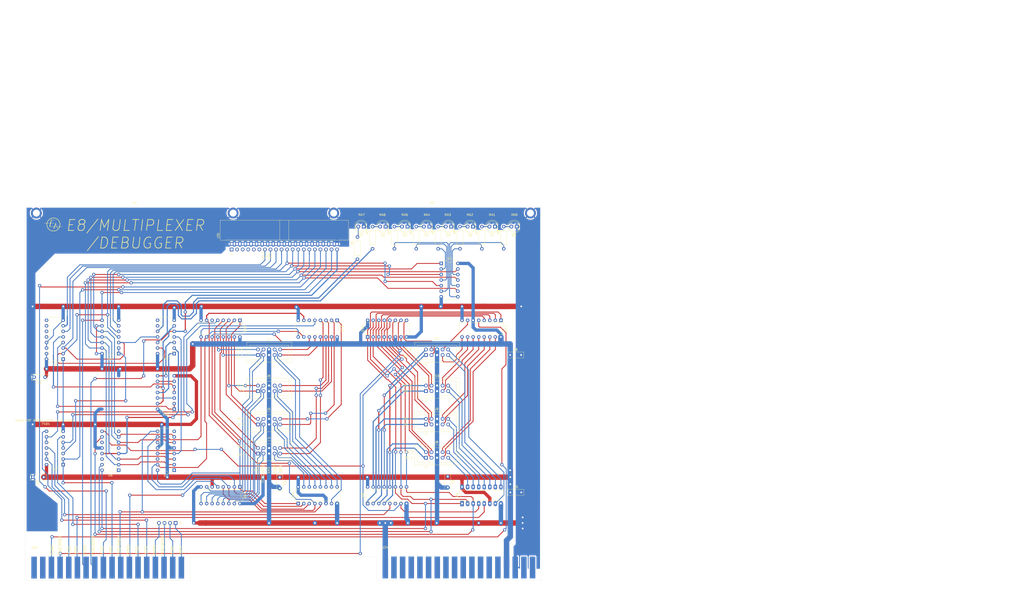
<source format=kicad_pcb>
(kicad_pcb (version 20171130) (host pcbnew "(5.1.6-0)")
  (layers (0 F.Cu signal) (31 B.Cu signal) (34 B.Paste user) (35 F.Paste user hide) (36 B.SilkS user) (37 F.SilkS user) (38 B.Mask user hide) (39 F.Mask user hide) (44 Edge.Cuts user))
  (net 0 "")
  (net 1 ID0_~FLAG)
  (net 2 "Net-(U12-Pad6)")
  (net 3 "Net-(U13-Pad6)")
  (net 4 "Net-(R8-Pad1)")
  (net 5 "Net-(U3-Pad4)")
  (net 6 "Net-(R7-Pad1)")
  (net 7 "Net-(R3-Pad1)")
  (net 8 "Net-(R6-Pad1)")
  (net 9 "Net-(R2-Pad1)")
  (net 10 "Net-(R5-Pad1)")
  (net 11 "Net-(R1-Pad1)")
  (net 12 "Net-(R4-Pad1)")
  (net 13 "Net-(U6-Pad1)")
  (net 14 "Net-(U6-Pad11)")
  (net 15 +5V)
  (net 16 GND)
  (net 17 "Net-(U6-Pad14)")
  (net 18 "Net-(U7-Pad14)")
  (net 19 "Net-(U7-Pad11)")
  (net 20 "Net-(U7-Pad1)")
  (net 21 OD~FLAG_4)
  (net 22 OD~FLAG_3)
  (net 23 OD~FLAG_2)
  (net 24 OD~FLAG_1)
  (net 25 OD~FLAG_8)
  (net 26 OD~FLAG_7)
  (net 27 OD~FLAG_6)
  (net 28 OD~FLAG_5)
  (net 29 OD~DATA_1)
  (net 30 OD~DATA_8)
  (net 31 OD~DATA_2)
  (net 32 OD~DATA_3)
  (net 33 ID0_~DATA)
  (net 34 OD~DATA_4)
  (net 35 OD~DATA_5)
  (net 36 OD~DATA_6)
  (net 37 OD~DATA_7)
  (net 38 OD~RST_7)
  (net 39 OD~RST_6)
  (net 40 OD~RST_5)
  (net 41 ID0_~RST_FLAG)
  (net 42 OD~RST_3)
  (net 43 OD~RST_2)
  (net 44 OD~RST_8)
  (net 45 OD~RST_1)
  (net 46 OD~CLOCK_1)
  (net 47 OD~CLOCK_8)
  (net 48 OD~CLOCK_2)
  (net 49 OD~CLOCK_3)
  (net 50 ID0_~CLOCK)
  (net 51 OD~CLOCK_4)
  (net 52 OD~CLOCK_5)
  (net 53 OD~CLOCK_6)
  (net 54 OD~CLOCK_7)
  (net 55 ID~FLAG_5)
  (net 56 ID~FLAG_6)
  (net 57 ID~FLAG_7)
  (net 58 "Net-(U12-Pad5)")
  (net 59 ID~FLAG_8)
  (net 60 ID~FLAG_1)
  (net 61 ID~FLAG_2)
  (net 62 ID~FLAG_3)
  (net 63 ID~FLAG_4)
  (net 64 ID~DATA_4)
  (net 65 ID~DATA_3)
  (net 66 ID~DATA_2)
  (net 67 ID~DATA_1)
  (net 68 ID~DATA_8)
  (net 69 "Net-(U13-Pad5)")
  (net 70 ID~DATA_7)
  (net 71 ID~DATA_6)
  (net 72 ID~DATA_5)
  (net 73 ID~RST_1)
  (net 74 ID~RST_8)
  (net 75 ID~RST_2)
  (net 76 ID~RST_3)
  (net 77 ID~RST_4)
  (net 78 ID~RST_5)
  (net 79 ID~RST_6)
  (net 80 ID~RST_7)
  (net 81 ID~CLOCK_7)
  (net 82 ID~CLOCK_6)
  (net 83 ID~CLOCK_5)
  (net 84 ID~CLOCK_4)
  (net 85 ID~CLOCK_3)
  (net 86 ID~CLOCK_2)
  (net 87 ID~CLOCK_8)
  (net 88 ID~CLOCK_1)
  (net 89 "Net-(D1-Pad2)")
  (net 90 "Net-(D2-Pad2)")
  (net 91 "Net-(D3-Pad2)")
  (net 92 "Net-(D4-Pad2)")
  (net 93 "Net-(D5-Pad2)")
  (net 94 "Net-(D6-Pad2)")
  (net 95 "Net-(D7-Pad2)")
  (net 96 "Net-(D8-Pad2)")
  (net 97 OD1_~CLOCK)
  (net 98 OD1_~DATA)
  (net 99 OD1_~RST_FLAG)
  (net 100 OD0_~RST_FLAG)
  (net 101 OD0_~FLAG)
  (net 102 OD0_~DATA)
  (net 103 OD~RST_4)
  (net 104 "Net-(U6-Pad8)")
  (net 105 "Net-(U7-Pad8)")
  (net 106 "Net-(J23-Pad18)")
  (net 107 "Net-(J23-Pad17)")
  (net 108 "Net-(J24-Pad17)")
  (net 109 "Net-(J24-Pad16)")
  (net 110 "Net-(J24-Pad15)")
  (net 111 "Net-(J24-Pad14)")
  (net 112 "Net-(J24-Pad13)")
  (net 113 "Net-(J24-Pad12)")
  (net 114 "Net-(J24-Pad11)")
  (net 115 "Net-(J24-Pad10)")
  (net 116 "Net-(J24-Pad9)")
  (net 117 "Net-(J24-Pad8)")
  (net 118 "Net-(J24-Pad7)")
  (net 119 "Net-(J24-Pad6)")
  (net 120 "Net-(J24-Pad5)")
  (net 121 "Net-(J24-Pad2)")
  (net 122 "Net-(J24-Pad1)")
  (net 123 ~EL3)
  (net 124 MA7)
  (net 125 MA6)
  (net 126 MA5)
  (net 127 MA4)
  (net 128 MA3)
  (net 129 MA2)
  (net 130 MA1)
  (net 131 MA0)
  (net 132 ID1_~FLAG)
  (net 133 ID1_~DATA)
  (net 134 ID1_~CLOCK)
  (net 135 ID1_~RST_FLAG)
  (net 136 "Net-(U1-Pad1)")
  (net 137 /~EL1)
  (net 138 "Net-(U20-Pad8)")
  (net 139 "Net-(U3-Pad2)")
  (net 140 "Net-(U5-Pad12)")
  (net 141 OD_MA0)
  (net 142 OD_MA1)
  (net 143 OD_MA2)
  (net 144 ID_MA1)
  (net 145 ID_MA2)
  (net 146 ID_MA0)
  (net 147 "Net-(U6-Pad5)")
  (net 148 OD_MA3)
  (net 149 ID_MA3)
  (net 150 "Net-(J20-Pad3)")
  (net 151 "Net-(J20-Pad1)")
  (net 152 ~EL2)
  (net 153 "Net-(U8-Pad6)")
  (net 154 "Net-(U20-Pad11)")
  (net 155 "Net-(U12-Pad7)")
  (net 156 OD1_~FLAG)
  (net 157 "Net-(U2-Pad5)")
  (net 158 "Net-(U2-Pad12)")
  (net 159 "Net-(U2-Pad11)")
  (net 160 "Net-(U2-Pad10)")
  (net 161 "Net-(U2-Pad9)")
  (net 162 "Net-(J20-Pad11)")
  (net 163 "Net-(J20-Pad9)")
  (net 164 "Net-(J20-Pad7)")
  (net 165 "Net-(J20-Pad5)")
  (net 166 "Net-(U2-Pad4)")
  (net 167 "Net-(U20-Pad12)")
  (net 168 "Net-(U20-Pad6)")
  (module Package_DIP:DIP-14_W7.62mm (layer F.Cu) (at 186.055 280.67 180)
    (fp_text reference U20 (at 3.81 -2.33) (layer F.SilkS))
    (fp_text value 7400)
    (pad 14 thru_hole oval (at 7.62 0 180) (size 1.6 1.6) (drill 0.8) (layers *.Cu *.Mask) (net 15 +5V))
    (pad 7 thru_hole oval (at 0 15.24 180) (size 1.6 1.6) (drill 0.8) (layers *.Cu *.Mask) (net 16 GND))
    (pad 13 thru_hole oval (at 7.62 2.54 180) (size 1.6 1.6) (drill 0.8) (layers *.Cu *.Mask) (net 137 /~EL1))
    (pad 6 thru_hole oval (at 0 12.7 180) (size 1.6 1.6) (drill 0.8) (layers *.Cu *.Mask) (net 168 "Net-(U20-Pad6)"))
    (pad 12 thru_hole oval (at 7.62 5.08 180) (size 1.6 1.6) (drill 0.8) (layers *.Cu *.Mask) (net 167 "Net-(U20-Pad12)"))
    (pad 5 thru_hole oval (at 0 10.16 180) (size 1.6 1.6) (drill 0.8) (layers *.Cu *.Mask) (net 157 "Net-(U2-Pad5)"))
    (pad 11 thru_hole oval (at 7.62 7.62 180) (size 1.6 1.6) (drill 0.8) (layers *.Cu *.Mask) (net 154 "Net-(U20-Pad11)"))
    (pad 4 thru_hole oval (at 0 7.62 180) (size 1.6 1.6) (drill 0.8) (layers *.Cu *.Mask) (net 157 "Net-(U2-Pad5)"))
    (pad 10 thru_hole oval (at 7.62 10.16 180) (size 1.6 1.6) (drill 0.8) (layers *.Cu *.Mask) (net 137 /~EL1))
    (pad 3 thru_hole oval (at 0 5.08 180) (size 1.6 1.6) (drill 0.8) (layers *.Cu *.Mask) (net 167 "Net-(U20-Pad12)"))
    (pad 9 thru_hole oval (at 7.62 12.7 180) (size 1.6 1.6) (drill 0.8) (layers *.Cu *.Mask) (net 168 "Net-(U20-Pad6)"))
    (pad 2 thru_hole oval (at 0 2.54 180) (size 1.6 1.6) (drill 0.8) (layers *.Cu *.Mask) (net 166 "Net-(U2-Pad4)"))
    (pad 8 thru_hole oval (at 7.62 15.24 180) (size 1.6 1.6) (drill 0.8) (layers *.Cu *.Mask) (net 138 "Net-(U20-Pad8)"))
    (pad 1 thru_hole rect (at 0 0 180) (size 1.6 1.6) (drill 0.8) (layers *.Cu *.Mask) (net 166 "Net-(U2-Pad4)"))
  )
  (module Package_DIP:DIP-16_W7.62mm (layer F.Cu) (at 135.255 257.81 180)
    (fp_text reference U2 (at 3.81 -2.33) (layer F.SilkS))
    (fp_text value 74LS139)
    (pad 16 thru_hole oval (at 7.62 0 180) (size 1.6 1.6) (drill 0.8) (layers *.Cu *.Mask) (net 15 +5V))
    (pad 8 thru_hole oval (at 0 17.78 180) (size 1.6 1.6) (drill 0.8) (layers *.Cu *.Mask) (net 16 GND))
    (pad 15 thru_hole oval (at 7.62 2.54 180) (size 1.6 1.6) (drill 0.8) (layers *.Cu *.Mask) (net 15 +5V))
    (pad 7 thru_hole oval (at 0 15.24 180) (size 1.6 1.6) (drill 0.8) (layers *.Cu *.Mask) (net 123 ~EL3))
    (pad 14 thru_hole oval (at 7.62 5.08 180) (size 1.6 1.6) (drill 0.8) (layers *.Cu *.Mask) (net 16 GND))
    (pad 6 thru_hole oval (at 0 12.7 180) (size 1.6 1.6) (drill 0.8) (layers *.Cu *.Mask) (net 152 ~EL2))
    (pad 13 thru_hole oval (at 7.62 7.62 180) (size 1.6 1.6) (drill 0.8) (layers *.Cu *.Mask) (net 16 GND))
    (pad 5 thru_hole oval (at 0 10.16 180) (size 1.6 1.6) (drill 0.8) (layers *.Cu *.Mask) (net 157 "Net-(U2-Pad5)"))
    (pad 12 thru_hole oval (at 7.62 10.16 180) (size 1.6 1.6) (drill 0.8) (layers *.Cu *.Mask) (net 158 "Net-(U2-Pad12)"))
    (pad 4 thru_hole oval (at 0 7.62 180) (size 1.6 1.6) (drill 0.8) (layers *.Cu *.Mask) (net 166 "Net-(U2-Pad4)"))
    (pad 11 thru_hole oval (at 7.62 12.7 180) (size 1.6 1.6) (drill 0.8) (layers *.Cu *.Mask) (net 159 "Net-(U2-Pad11)"))
    (pad 3 thru_hole oval (at 0 5.08 180) (size 1.6 1.6) (drill 0.8) (layers *.Cu *.Mask) (net 124 MA7))
    (pad 10 thru_hole oval (at 7.62 15.24 180) (size 1.6 1.6) (drill 0.8) (layers *.Cu *.Mask) (net 160 "Net-(U2-Pad10)"))
    (pad 2 thru_hole oval (at 0 2.54 180) (size 1.6 1.6) (drill 0.8) (layers *.Cu *.Mask) (net 125 MA6))
    (pad 9 thru_hole oval (at 7.62 17.78 180) (size 1.6 1.6) (drill 0.8) (layers *.Cu *.Mask) (net 161 "Net-(U2-Pad9)"))
    (pad 1 thru_hole rect (at 0 0 180) (size 1.6 1.6) (drill 0.8) (layers *.Cu *.Mask) (net 16 GND))
  )
  (module Capacitor_THT:C_Rect_L7.2mm_W2.5mm_P5.00mm_FKS2_FKP2_MKS2_MKP2 (layer F.Cu) (at 339.725 255.905)
    (fp_text reference C6 (at 2.5 -2.5) (layer F.SilkS))
    (fp_text value C)
    (pad 2 thru_hole circle (at 5 0) (size 1.6 1.6) (drill 0.8) (layers *.Cu *.Mask) (net 16 GND))
    (pad 1 thru_hole circle (at 0 0) (size 1.6 1.6) (drill 0.8) (layers *.Cu *.Mask) (net 15 +5V))
  )
  (module Capacitor_THT:C_Rect_L7.2mm_W2.5mm_P5.00mm_FKS2_FKP2_MKS2_MKP2 (layer F.Cu) (at 339.805 318.77)
    (fp_text reference C5 (at 2.5 -2.5) (layer F.SilkS))
    (fp_text value C)
    (pad 2 thru_hole circle (at 5 0) (size 1.6 1.6) (drill 0.8) (layers *.Cu *.Mask) (net 16 GND))
    (pad 1 thru_hole circle (at 0 0) (size 1.6 1.6) (drill 0.8) (layers *.Cu *.Mask) (net 15 +5V))
  )
  (module Connector_PinHeader_2.54mm:PinHeader_1x04_P2.54mm_Vertical (layer F.Cu) (at 186.69 332.74 270)
    (fp_text reference J1 (at 0 -2.33 90) (layer F.SilkS))
    (fp_text value Conn_01x04)
    (pad 4 thru_hole oval (at 0 7.62 270) (size 1.7 1.7) (drill 1) (layers *.Cu *.Mask) (net 97 OD1_~CLOCK))
    (pad 3 thru_hole oval (at 0 5.08 270) (size 1.7 1.7) (drill 1) (layers *.Cu *.Mask) (net 99 OD1_~RST_FLAG))
    (pad 2 thru_hole oval (at 0 2.54 270) (size 1.7 1.7) (drill 1) (layers *.Cu *.Mask) (net 156 OD1_~FLAG))
    (pad 1 thru_hole rect (at 0 0 270) (size 1.7 1.7) (drill 1) (layers *.Cu *.Mask) (net 98 OD1_~DATA))
  )
  (module Package_DIP:DIP-16_W7.62mm (layer F.Cu) (at 274.53 323.87 90)
    (fp_text reference U8 (at 3.81 -2.33 90) (layer F.SilkS))
    (fp_text value 74LS151)
    (pad 16 thru_hole oval (at 7.62 0 90) (size 1.6 1.6) (drill 0.8) (layers *.Cu *.Mask) (net 15 +5V))
    (pad 8 thru_hole oval (at 0 17.78 90) (size 1.6 1.6) (drill 0.8) (layers *.Cu *.Mask) (net 16 GND))
    (pad 15 thru_hole oval (at 7.62 2.54 90) (size 1.6 1.6) (drill 0.8) (layers *.Cu *.Mask) (net 28 OD~FLAG_5))
    (pad 7 thru_hole oval (at 0 15.24 90) (size 1.6 1.6) (drill 0.8) (layers *.Cu *.Mask) (net 148 OD_MA3))
    (pad 14 thru_hole oval (at 7.62 5.08 90) (size 1.6 1.6) (drill 0.8) (layers *.Cu *.Mask) (net 27 OD~FLAG_6))
    (pad 6 thru_hole oval (at 0 12.7 90) (size 1.6 1.6) (drill 0.8) (layers *.Cu *.Mask) (net 153 "Net-(U8-Pad6)"))
    (pad 13 thru_hole oval (at 7.62 7.62 90) (size 1.6 1.6) (drill 0.8) (layers *.Cu *.Mask) (net 26 OD~FLAG_7))
    (pad 5 thru_hole oval (at 0 10.16 90) (size 1.6 1.6) (drill 0.8) (layers *.Cu *.Mask) (net 140 "Net-(U5-Pad12)"))
    (pad 12 thru_hole oval (at 7.62 10.16 90) (size 1.6 1.6) (drill 0.8) (layers *.Cu *.Mask) (net 25 OD~FLAG_8))
    (pad 4 thru_hole oval (at 0 7.62 90) (size 1.6 1.6) (drill 0.8) (layers *.Cu *.Mask) (net 24 OD~FLAG_1))
    (pad 11 thru_hole oval (at 7.62 12.7 90) (size 1.6 1.6) (drill 0.8) (layers *.Cu *.Mask) (net 141 OD_MA0))
    (pad 3 thru_hole oval (at 0 5.08 90) (size 1.6 1.6) (drill 0.8) (layers *.Cu *.Mask) (net 23 OD~FLAG_2))
    (pad 10 thru_hole oval (at 7.62 15.24 90) (size 1.6 1.6) (drill 0.8) (layers *.Cu *.Mask) (net 142 OD_MA1))
    (pad 2 thru_hole oval (at 0 2.54 90) (size 1.6 1.6) (drill 0.8) (layers *.Cu *.Mask) (net 22 OD~FLAG_3))
    (pad 9 thru_hole oval (at 7.62 17.78 90) (size 1.6 1.6) (drill 0.8) (layers *.Cu *.Mask) (net 143 OD_MA2))
    (pad 1 thru_hole rect (at 0 0 90) (size 1.6 1.6) (drill 0.8) (layers *.Cu *.Mask) (net 21 OD~FLAG_4))
  )
  (module Connector_IDC:IDC-Header_2x05_P2.54mm_Vertical (layer F.Cu) (at 224.365 301.01 90)
    (fp_text reference J4 (at 7.132 4.997 180) (layer F.SilkS))
    (fp_text value Conn_02x05_Odd_Even)
    (pad 10 thru_hole circle (at 2.54 10.16 90) (size 1.7 1.7) (drill 1) (layers *.Cu *.Mask) (net 66 ID~DATA_2))
    (pad 8 thru_hole circle (at 2.54 7.62 90) (size 1.7 1.7) (drill 1) (layers *.Cu *.Mask) (net 86 ID~CLOCK_2))
    (pad 6 thru_hole circle (at 2.54 5.08 90) (size 1.7 1.7) (drill 1) (layers *.Cu *.Mask) (net 16 GND))
    (pad 4 thru_hole circle (at 2.54 2.54 90) (size 1.7 1.7) (drill 1) (layers *.Cu *.Mask) (net 75 ID~RST_2))
    (pad 2 thru_hole circle (at 2.54 0 90) (size 1.7 1.7) (drill 1) (layers *.Cu *.Mask) (net 61 ID~FLAG_2))
    (pad 9 thru_hole circle (at 0 10.16 90) (size 1.7 1.7) (drill 1) (layers *.Cu *.Mask) (net 67 ID~DATA_1))
    (pad 7 thru_hole circle (at 0 7.62 90) (size 1.7 1.7) (drill 1) (layers *.Cu *.Mask) (net 88 ID~CLOCK_1))
    (pad 5 thru_hole circle (at 0 5.08 90) (size 1.7 1.7) (drill 1) (layers *.Cu *.Mask) (net 16 GND))
    (pad 3 thru_hole circle (at 0 2.54 90) (size 1.7 1.7) (drill 1) (layers *.Cu *.Mask) (net 73 ID~RST_1))
    (pad 1 thru_hole roundrect (at 0 0 90) (size 1.7 1.7) (drill 1) (layers *.Cu *.Mask) (roundrect_rratio 0.147059) (net 60 ID~FLAG_1))
  )
  (module Package_DIP:DIP-16_W7.62mm (layer F.Cu) (at 186.055 308.61 180)
    (fp_text reference U7 (at 3.81 -2.33) (layer F.SilkS))
    (fp_text value 74LS75)
    (pad 16 thru_hole oval (at 7.62 0 180) (size 1.6 1.6) (drill 0.8) (layers *.Cu *.Mask) (net 146 ID_MA0))
    (pad 8 thru_hole oval (at 0 17.78 180) (size 1.6 1.6) (drill 0.8) (layers *.Cu *.Mask) (net 105 "Net-(U7-Pad8)"))
    (pad 15 thru_hole oval (at 7.62 2.54 180) (size 1.6 1.6) (drill 0.8) (layers *.Cu *.Mask) (net 144 ID_MA1))
    (pad 7 thru_hole oval (at 0 15.24 180) (size 1.6 1.6) (drill 0.8) (layers *.Cu *.Mask) (net 128 MA3))
    (pad 14 thru_hole oval (at 7.62 5.08 180) (size 1.6 1.6) (drill 0.8) (layers *.Cu *.Mask) (net 18 "Net-(U7-Pad14)"))
    (pad 6 thru_hole oval (at 0 12.7 180) (size 1.6 1.6) (drill 0.8) (layers *.Cu *.Mask) (net 129 MA2))
    (pad 13 thru_hole oval (at 7.62 7.62 180) (size 1.6 1.6) (drill 0.8) (layers *.Cu *.Mask) (net 5 "Net-(U3-Pad4)"))
    (pad 5 thru_hole oval (at 0 10.16 180) (size 1.6 1.6) (drill 0.8) (layers *.Cu *.Mask) (net 15 +5V))
    (pad 12 thru_hole oval (at 7.62 10.16 180) (size 1.6 1.6) (drill 0.8) (layers *.Cu *.Mask) (net 16 GND))
    (pad 4 thru_hole oval (at 0 7.62 180) (size 1.6 1.6) (drill 0.8) (layers *.Cu *.Mask) (net 5 "Net-(U3-Pad4)"))
    (pad 11 thru_hole oval (at 7.62 12.7 180) (size 1.6 1.6) (drill 0.8) (layers *.Cu *.Mask) (net 19 "Net-(U7-Pad11)"))
    (pad 3 thru_hole oval (at 0 5.08 180) (size 1.6 1.6) (drill 0.8) (layers *.Cu *.Mask) (net 130 MA1))
    (pad 10 thru_hole oval (at 7.62 15.24 180) (size 1.6 1.6) (drill 0.8) (layers *.Cu *.Mask) (net 145 ID_MA2))
    (pad 2 thru_hole oval (at 0 2.54 180) (size 1.6 1.6) (drill 0.8) (layers *.Cu *.Mask) (net 131 MA0))
    (pad 9 thru_hole oval (at 7.62 17.78 180) (size 1.6 1.6) (drill 0.8) (layers *.Cu *.Mask) (net 149 ID_MA3))
    (pad 1 thru_hole rect (at 0 0 180) (size 1.6 1.6) (drill 0.8) (layers *.Cu *.Mask) (net 20 "Net-(U7-Pad1)"))
  )
  (module Package_DIP:DIP-16_W7.62mm (layer F.Cu) (at 160.655 308.61 180)
    (fp_text reference U6 (at 3.81 -2.33) (layer F.SilkS))
    (fp_text value 74LS75)
    (pad 16 thru_hole oval (at 7.62 0 180) (size 1.6 1.6) (drill 0.8) (layers *.Cu *.Mask) (net 141 OD_MA0))
    (pad 8 thru_hole oval (at 0 17.78 180) (size 1.6 1.6) (drill 0.8) (layers *.Cu *.Mask) (net 104 "Net-(U6-Pad8)"))
    (pad 15 thru_hole oval (at 7.62 2.54 180) (size 1.6 1.6) (drill 0.8) (layers *.Cu *.Mask) (net 142 OD_MA1))
    (pad 7 thru_hole oval (at 0 15.24 180) (size 1.6 1.6) (drill 0.8) (layers *.Cu *.Mask) (net 128 MA3))
    (pad 14 thru_hole oval (at 7.62 5.08 180) (size 1.6 1.6) (drill 0.8) (layers *.Cu *.Mask) (net 17 "Net-(U6-Pad14)"))
    (pad 6 thru_hole oval (at 0 12.7 180) (size 1.6 1.6) (drill 0.8) (layers *.Cu *.Mask) (net 129 MA2))
    (pad 13 thru_hole oval (at 7.62 7.62 180) (size 1.6 1.6) (drill 0.8) (layers *.Cu *.Mask) (net 139 "Net-(U3-Pad2)"))
    (pad 5 thru_hole oval (at 0 10.16 180) (size 1.6 1.6) (drill 0.8) (layers *.Cu *.Mask) (net 147 "Net-(U6-Pad5)"))
    (pad 12 thru_hole oval (at 7.62 10.16 180) (size 1.6 1.6) (drill 0.8) (layers *.Cu *.Mask) (net 16 GND))
    (pad 4 thru_hole oval (at 0 7.62 180) (size 1.6 1.6) (drill 0.8) (layers *.Cu *.Mask) (net 139 "Net-(U3-Pad2)"))
    (pad 11 thru_hole oval (at 7.62 12.7 180) (size 1.6 1.6) (drill 0.8) (layers *.Cu *.Mask) (net 14 "Net-(U6-Pad11)"))
    (pad 3 thru_hole oval (at 0 5.08 180) (size 1.6 1.6) (drill 0.8) (layers *.Cu *.Mask) (net 130 MA1))
    (pad 10 thru_hole oval (at 7.62 15.24 180) (size 1.6 1.6) (drill 0.8) (layers *.Cu *.Mask) (net 143 OD_MA2))
    (pad 2 thru_hole oval (at 0 2.54 180) (size 1.6 1.6) (drill 0.8) (layers *.Cu *.Mask) (net 131 MA0))
    (pad 9 thru_hole oval (at 7.62 17.78 180) (size 1.6 1.6) (drill 0.8) (layers *.Cu *.Mask) (net 148 OD_MA3))
    (pad 1 thru_hole rect (at 0 0 180) (size 1.6 1.6) (drill 0.8) (layers *.Cu *.Mask) (net 13 "Net-(U6-Pad1)"))
  )
  (module Connector_IDC:IDC-Header_2x05_P2.54mm_Vertical (layer F.Cu) (at 301.2 255.925 90)
    (fp_text reference J11 (at 7.64 4.87 180) (layer F.SilkS))
    (fp_text value Port_8)
    (pad 10 thru_hole circle (at 2.54 10.16 90) (size 1.7 1.7) (drill 1) (layers *.Cu *.Mask) (net 30 OD~DATA_8))
    (pad 8 thru_hole circle (at 2.54 7.62 90) (size 1.7 1.7) (drill 1) (layers *.Cu *.Mask) (net 47 OD~CLOCK_8))
    (pad 6 thru_hole circle (at 2.54 5.08 90) (size 1.7 1.7) (drill 1) (layers *.Cu *.Mask) (net 16 GND))
    (pad 4 thru_hole circle (at 2.54 2.54 90) (size 1.7 1.7) (drill 1) (layers *.Cu *.Mask) (net 44 OD~RST_8))
    (pad 2 thru_hole circle (at 2.54 0 90) (size 1.7 1.7) (drill 1) (layers *.Cu *.Mask) (net 25 OD~FLAG_8))
    (pad 9 thru_hole circle (at 0 10.16 90) (size 1.7 1.7) (drill 1) (layers *.Cu *.Mask) (net 37 OD~DATA_7))
    (pad 7 thru_hole circle (at 0 7.62 90) (size 1.7 1.7) (drill 1) (layers *.Cu *.Mask) (net 54 OD~CLOCK_7))
    (pad 5 thru_hole circle (at 0 5.08 90) (size 1.7 1.7) (drill 1) (layers *.Cu *.Mask) (net 16 GND))
    (pad 3 thru_hole circle (at 0 2.54 90) (size 1.7 1.7) (drill 1) (layers *.Cu *.Mask) (net 38 OD~RST_7))
    (pad 1 thru_hole roundrect (at 0 0 90) (size 1.7 1.7) (drill 1) (layers *.Cu *.Mask) (roundrect_rratio 0.147059) (net 26 OD~FLAG_7))
  )
  (module Connector_IDC:IDC-Header_2x05_P2.54mm_Vertical (layer F.Cu) (at 301.2 272.435 90)
    (fp_text reference J10 (at 7.005 4.87) (layer F.SilkS))
    (fp_text value Port_7)
    (pad 10 thru_hole circle (at 2.54 10.16 90) (size 1.7 1.7) (drill 1) (layers *.Cu *.Mask) (net 36 OD~DATA_6))
    (pad 8 thru_hole circle (at 2.54 7.62 90) (size 1.7 1.7) (drill 1) (layers *.Cu *.Mask) (net 53 OD~CLOCK_6))
    (pad 6 thru_hole circle (at 2.54 5.08 90) (size 1.7 1.7) (drill 1) (layers *.Cu *.Mask) (net 16 GND))
    (pad 4 thru_hole circle (at 2.54 2.54 90) (size 1.7 1.7) (drill 1) (layers *.Cu *.Mask) (net 39 OD~RST_6))
    (pad 2 thru_hole circle (at 2.54 0 90) (size 1.7 1.7) (drill 1) (layers *.Cu *.Mask) (net 27 OD~FLAG_6))
    (pad 9 thru_hole circle (at 0 10.16 90) (size 1.7 1.7) (drill 1) (layers *.Cu *.Mask) (net 35 OD~DATA_5))
    (pad 7 thru_hole circle (at 0 7.62 90) (size 1.7 1.7) (drill 1) (layers *.Cu *.Mask) (net 52 OD~CLOCK_5))
    (pad 5 thru_hole circle (at 0 5.08 90) (size 1.7 1.7) (drill 1) (layers *.Cu *.Mask) (net 16 GND))
    (pad 3 thru_hole circle (at 0 2.54 90) (size 1.7 1.7) (drill 1) (layers *.Cu *.Mask) (net 40 OD~RST_5))
    (pad 1 thru_hole roundrect (at 0 0 90) (size 1.7 1.7) (drill 1) (layers *.Cu *.Mask) (roundrect_rratio 0.147059) (net 28 OD~FLAG_5))
  )
  (module Connector_IDC:IDC-Header_2x05_P2.54mm_Vertical (layer F.Cu) (at 301.2 287.675 90)
    (fp_text reference J9 (at 7.005 4.87 180) (layer F.SilkS))
    (fp_text value Conn_02x05_Odd_Even)
    (pad 10 thru_hole circle (at 2.54 10.16 90) (size 1.7 1.7) (drill 1) (layers *.Cu *.Mask) (net 34 OD~DATA_4))
    (pad 8 thru_hole circle (at 2.54 7.62 90) (size 1.7 1.7) (drill 1) (layers *.Cu *.Mask) (net 51 OD~CLOCK_4))
    (pad 6 thru_hole circle (at 2.54 5.08 90) (size 1.7 1.7) (drill 1) (layers *.Cu *.Mask) (net 16 GND))
    (pad 4 thru_hole circle (at 2.54 2.54 90) (size 1.7 1.7) (drill 1) (layers *.Cu *.Mask) (net 103 OD~RST_4))
    (pad 2 thru_hole circle (at 2.54 0 90) (size 1.7 1.7) (drill 1) (layers *.Cu *.Mask) (net 21 OD~FLAG_4))
    (pad 9 thru_hole circle (at 0 10.16 90) (size 1.7 1.7) (drill 1) (layers *.Cu *.Mask) (net 32 OD~DATA_3))
    (pad 7 thru_hole circle (at 0 7.62 90) (size 1.7 1.7) (drill 1) (layers *.Cu *.Mask) (net 49 OD~CLOCK_3))
    (pad 5 thru_hole circle (at 0 5.08 90) (size 1.7 1.7) (drill 1) (layers *.Cu *.Mask) (net 16 GND))
    (pad 3 thru_hole circle (at 0 2.54 90) (size 1.7 1.7) (drill 1) (layers *.Cu *.Mask) (net 42 OD~RST_3))
    (pad 1 thru_hole roundrect (at 0 0 90) (size 1.7 1.7) (drill 1) (layers *.Cu *.Mask) (roundrect_rratio 0.147059) (net 22 OD~FLAG_3))
  )
  (module Connector_IDC:IDC-Header_2x05_P2.54mm_Vertical (layer F.Cu) (at 301.2 302.915 90)
    (fp_text reference J8 (at 7.132 4.743 180) (layer F.SilkS))
    (fp_text value Conn_02x05_Odd_Even)
    (pad 10 thru_hole circle (at 2.54 10.16 90) (size 1.7 1.7) (drill 1) (layers *.Cu *.Mask) (net 31 OD~DATA_2))
    (pad 8 thru_hole circle (at 2.54 7.62 90) (size 1.7 1.7) (drill 1) (layers *.Cu *.Mask) (net 48 OD~CLOCK_2))
    (pad 6 thru_hole circle (at 2.54 5.08 90) (size 1.7 1.7) (drill 1) (layers *.Cu *.Mask) (net 16 GND))
    (pad 4 thru_hole circle (at 2.54 2.54 90) (size 1.7 1.7) (drill 1) (layers *.Cu *.Mask) (net 43 OD~RST_2))
    (pad 2 thru_hole circle (at 2.54 0 90) (size 1.7 1.7) (drill 1) (layers *.Cu *.Mask) (net 23 OD~FLAG_2))
    (pad 9 thru_hole circle (at 0 10.16 90) (size 1.7 1.7) (drill 1) (layers *.Cu *.Mask) (net 29 OD~DATA_1))
    (pad 7 thru_hole circle (at 0 7.62 90) (size 1.7 1.7) (drill 1) (layers *.Cu *.Mask) (net 46 OD~CLOCK_1))
    (pad 5 thru_hole circle (at 0 5.08 90) (size 1.7 1.7) (drill 1) (layers *.Cu *.Mask) (net 16 GND))
    (pad 3 thru_hole circle (at 0 2.54 90) (size 1.7 1.7) (drill 1) (layers *.Cu *.Mask) (net 45 OD~RST_1))
    (pad 1 thru_hole roundrect (at 0 0 90) (size 1.7 1.7) (drill 1) (layers *.Cu *.Mask) (roundrect_rratio 0.147059) (net 24 OD~FLAG_1))
  )
  (module Connector_IDC:IDC-Header_2x05_P2.54mm_Vertical (layer F.Cu) (at 224.365 255.925 90)
    (fp_text reference J7 (at 7.005 4.87 180) (layer F.SilkS))
    (fp_text value Conn_02x05_Odd_Even)
    (pad 10 thru_hole circle (at 2.54 10.16 90) (size 1.7 1.7) (drill 1) (layers *.Cu *.Mask) (net 68 ID~DATA_8))
    (pad 8 thru_hole circle (at 2.54 7.62 90) (size 1.7 1.7) (drill 1) (layers *.Cu *.Mask) (net 87 ID~CLOCK_8))
    (pad 6 thru_hole circle (at 2.54 5.08 90) (size 1.7 1.7) (drill 1) (layers *.Cu *.Mask) (net 16 GND))
    (pad 4 thru_hole circle (at 2.54 2.54 90) (size 1.7 1.7) (drill 1) (layers *.Cu *.Mask) (net 74 ID~RST_8))
    (pad 2 thru_hole circle (at 2.54 0 90) (size 1.7 1.7) (drill 1) (layers *.Cu *.Mask) (net 59 ID~FLAG_8))
    (pad 9 thru_hole circle (at 0 10.16 90) (size 1.7 1.7) (drill 1) (layers *.Cu *.Mask) (net 70 ID~DATA_7))
    (pad 7 thru_hole circle (at 0 7.62 90) (size 1.7 1.7) (drill 1) (layers *.Cu *.Mask) (net 81 ID~CLOCK_7))
    (pad 5 thru_hole circle (at 0 5.08 90) (size 1.7 1.7) (drill 1) (layers *.Cu *.Mask) (net 16 GND))
    (pad 3 thru_hole circle (at 0 2.54 90) (size 1.7 1.7) (drill 1) (layers *.Cu *.Mask) (net 80 ID~RST_7))
    (pad 1 thru_hole roundrect (at 0 0 90) (size 1.7 1.7) (drill 1) (layers *.Cu *.Mask) (roundrect_rratio 0.147059) (net 57 ID~FLAG_7))
  )
  (module Connector_IDC:IDC-Header_2x05_P2.54mm_Vertical (layer F.Cu) (at 224.365 272.435 90)
    (fp_text reference J6 (at 7.005 4.87 180) (layer F.SilkS))
    (fp_text value Conn_02x05_Odd_Even)
    (pad 10 thru_hole circle (at 2.54 10.16 90) (size 1.7 1.7) (drill 1) (layers *.Cu *.Mask) (net 71 ID~DATA_6))
    (pad 8 thru_hole circle (at 2.54 7.62 90) (size 1.7 1.7) (drill 1) (layers *.Cu *.Mask) (net 82 ID~CLOCK_6))
    (pad 6 thru_hole circle (at 2.54 5.08 90) (size 1.7 1.7) (drill 1) (layers *.Cu *.Mask) (net 16 GND))
    (pad 4 thru_hole circle (at 2.54 2.54 90) (size 1.7 1.7) (drill 1) (layers *.Cu *.Mask) (net 79 ID~RST_6))
    (pad 2 thru_hole circle (at 2.54 0 90) (size 1.7 1.7) (drill 1) (layers *.Cu *.Mask) (net 56 ID~FLAG_6))
    (pad 9 thru_hole circle (at 0 10.16 90) (size 1.7 1.7) (drill 1) (layers *.Cu *.Mask) (net 72 ID~DATA_5))
    (pad 7 thru_hole circle (at 0 7.62 90) (size 1.7 1.7) (drill 1) (layers *.Cu *.Mask) (net 83 ID~CLOCK_5))
    (pad 5 thru_hole circle (at 0 5.08 90) (size 1.7 1.7) (drill 1) (layers *.Cu *.Mask) (net 16 GND))
    (pad 3 thru_hole circle (at 0 2.54 90) (size 1.7 1.7) (drill 1) (layers *.Cu *.Mask) (net 78 ID~RST_5))
    (pad 1 thru_hole roundrect (at 0 0 90) (size 1.7 1.7) (drill 1) (layers *.Cu *.Mask) (roundrect_rratio 0.147059) (net 55 ID~FLAG_5))
  )
  (module Connector_IDC:IDC-Header_2x05_P2.54mm_Vertical (layer F.Cu) (at 224.365 287.675 90)
    (fp_text reference J5 (at 7.005 4.87 180) (layer F.SilkS))
    (fp_text value Conn_02x05_Odd_Even)
    (pad 10 thru_hole circle (at 2.54 10.16 90) (size 1.7 1.7) (drill 1) (layers *.Cu *.Mask) (net 64 ID~DATA_4))
    (pad 8 thru_hole circle (at 2.54 7.62 90) (size 1.7 1.7) (drill 1) (layers *.Cu *.Mask) (net 84 ID~CLOCK_4))
    (pad 6 thru_hole circle (at 2.54 5.08 90) (size 1.7 1.7) (drill 1) (layers *.Cu *.Mask) (net 16 GND))
    (pad 4 thru_hole circle (at 2.54 2.54 90) (size 1.7 1.7) (drill 1) (layers *.Cu *.Mask) (net 77 ID~RST_4))
    (pad 2 thru_hole circle (at 2.54 0 90) (size 1.7 1.7) (drill 1) (layers *.Cu *.Mask) (net 63 ID~FLAG_4))
    (pad 9 thru_hole circle (at 0 10.16 90) (size 1.7 1.7) (drill 1) (layers *.Cu *.Mask) (net 65 ID~DATA_3))
    (pad 7 thru_hole circle (at 0 7.62 90) (size 1.7 1.7) (drill 1) (layers *.Cu *.Mask) (net 85 ID~CLOCK_3))
    (pad 5 thru_hole circle (at 0 5.08 90) (size 1.7 1.7) (drill 1) (layers *.Cu *.Mask) (net 16 GND))
    (pad 3 thru_hole circle (at 0 2.54 90) (size 1.7 1.7) (drill 1) (layers *.Cu *.Mask) (net 76 ID~RST_3))
    (pad 1 thru_hole roundrect (at 0 0 90) (size 1.7 1.7) (drill 1) (layers *.Cu *.Mask) (roundrect_rratio 0.147059) (net 62 ID~FLAG_3))
  )
  (module Connector_IDC:IDC-Header_2x20_P2.54mm_Horizontal (layer F.Cu) (at 212.3 207.645 90)
    (fp_text reference J20 (at 6.215 -6.1 90) (layer F.SilkS))
    (fp_text value Conn_02x20_Odd_Even)
    (pad 40 thru_hole circle (at 2.54 48.26 90) (size 1.7 1.7) (drill 1) (layers *.Cu *.Mask) (net 16 GND))
    (pad 38 thru_hole circle (at 2.54 45.72 90) (size 1.7 1.7) (drill 1) (layers *.Cu *.Mask) (net 16 GND))
    (pad 36 thru_hole circle (at 2.54 43.18 90) (size 1.7 1.7) (drill 1) (layers *.Cu *.Mask) (net 16 GND))
    (pad 34 thru_hole circle (at 2.54 40.64 90) (size 1.7 1.7) (drill 1) (layers *.Cu *.Mask) (net 16 GND))
    (pad 32 thru_hole circle (at 2.54 38.1 90) (size 1.7 1.7) (drill 1) (layers *.Cu *.Mask) (net 16 GND))
    (pad 30 thru_hole circle (at 2.54 35.56 90) (size 1.7 1.7) (drill 1) (layers *.Cu *.Mask) (net 16 GND))
    (pad 28 thru_hole circle (at 2.54 33.02 90) (size 1.7 1.7) (drill 1) (layers *.Cu *.Mask) (net 16 GND))
    (pad 26 thru_hole circle (at 2.54 30.48 90) (size 1.7 1.7) (drill 1) (layers *.Cu *.Mask) (net 16 GND))
    (pad 24 thru_hole circle (at 2.54 27.94 90) (size 1.7 1.7) (drill 1) (layers *.Cu *.Mask) (net 16 GND))
    (pad 22 thru_hole circle (at 2.54 25.4 90) (size 1.7 1.7) (drill 1) (layers *.Cu *.Mask) (net 16 GND))
    (pad 20 thru_hole circle (at 2.54 22.86 90) (size 1.7 1.7) (drill 1) (layers *.Cu *.Mask) (net 16 GND))
    (pad 18 thru_hole circle (at 2.54 20.32 90) (size 1.7 1.7) (drill 1) (layers *.Cu *.Mask) (net 16 GND))
    (pad 16 thru_hole circle (at 2.54 17.78 90) (size 1.7 1.7) (drill 1) (layers *.Cu *.Mask) (net 16 GND))
    (pad 14 thru_hole circle (at 2.54 15.24 90) (size 1.7 1.7) (drill 1) (layers *.Cu *.Mask) (net 16 GND))
    (pad 12 thru_hole circle (at 2.54 12.7 90) (size 1.7 1.7) (drill 1) (layers *.Cu *.Mask) (net 16 GND))
    (pad 10 thru_hole circle (at 2.54 10.16 90) (size 1.7 1.7) (drill 1) (layers *.Cu *.Mask) (net 16 GND))
    (pad 8 thru_hole circle (at 2.54 7.62 90) (size 1.7 1.7) (drill 1) (layers *.Cu *.Mask) (net 16 GND))
    (pad 6 thru_hole circle (at 2.54 5.08 90) (size 1.7 1.7) (drill 1) (layers *.Cu *.Mask) (net 16 GND))
    (pad 4 thru_hole circle (at 2.54 2.54 90) (size 1.7 1.7) (drill 1) (layers *.Cu *.Mask) (net 16 GND))
    (pad 2 thru_hole circle (at 2.54 0 90) (size 1.7 1.7) (drill 1) (layers *.Cu *.Mask) (net 16 GND))
    (pad 39 thru_hole circle (at 0 48.26 90) (size 1.7 1.7) (drill 1) (layers *.Cu *.Mask) (net 135 ID1_~RST_FLAG))
    (pad 37 thru_hole circle (at 0 45.72 90) (size 1.7 1.7) (drill 1) (layers *.Cu *.Mask) (net 134 ID1_~CLOCK))
    (pad 35 thru_hole circle (at 0 43.18 90) (size 1.7 1.7) (drill 1) (layers *.Cu *.Mask) (net 133 ID1_~DATA))
    (pad 33 thru_hole circle (at 0 40.64 90) (size 1.7 1.7) (drill 1) (layers *.Cu *.Mask) (net 132 ID1_~FLAG))
    (pad 31 thru_hole circle (at 0 38.1 90) (size 1.7 1.7) (drill 1) (layers *.Cu *.Mask) (net 131 MA0))
    (pad 29 thru_hole circle (at 0 35.56 90) (size 1.7 1.7) (drill 1) (layers *.Cu *.Mask) (net 130 MA1))
    (pad 27 thru_hole circle (at 0 33.02 90) (size 1.7 1.7) (drill 1) (layers *.Cu *.Mask) (net 129 MA2))
    (pad 25 thru_hole circle (at 0 30.48 90) (size 1.7 1.7) (drill 1) (layers *.Cu *.Mask) (net 128 MA3))
    (pad 23 thru_hole circle (at 0 27.94 90) (size 1.7 1.7) (drill 1) (layers *.Cu *.Mask) (net 127 MA4))
    (pad 21 thru_hole circle (at 0 25.4 90) (size 1.7 1.7) (drill 1) (layers *.Cu *.Mask) (net 126 MA5))
    (pad 19 thru_hole circle (at 0 22.86 90) (size 1.7 1.7) (drill 1) (layers *.Cu *.Mask) (net 125 MA6))
    (pad 17 thru_hole circle (at 0 20.32 90) (size 1.7 1.7) (drill 1) (layers *.Cu *.Mask) (net 124 MA7))
    (pad 15 thru_hole circle (at 0 17.78 90) (size 1.7 1.7) (drill 1) (layers *.Cu *.Mask) (net 152 ~EL2))
    (pad 13 thru_hole circle (at 0 15.24 90) (size 1.7 1.7) (drill 1) (layers *.Cu *.Mask) (net 123 ~EL3))
    (pad 11 thru_hole circle (at 0 12.7 90) (size 1.7 1.7) (drill 1) (layers *.Cu *.Mask) (net 162 "Net-(J20-Pad11)"))
    (pad 9 thru_hole circle (at 0 10.16 90) (size 1.7 1.7) (drill 1) (layers *.Cu *.Mask) (net 163 "Net-(J20-Pad9)"))
    (pad 7 thru_hole circle (at 0 7.62 90) (size 1.7 1.7) (drill 1) (layers *.Cu *.Mask) (net 164 "Net-(J20-Pad7)"))
    (pad 5 thru_hole circle (at 0 5.08 90) (size 1.7 1.7) (drill 1) (layers *.Cu *.Mask) (net 165 "Net-(J20-Pad5)"))
    (pad 3 thru_hole circle (at 0 2.54 90) (size 1.7 1.7) (drill 1) (layers *.Cu *.Mask) (net 150 "Net-(J20-Pad3)"))
    (pad 1 thru_hole roundrect (at 0 0 90) (size 1.7 1.7) (drill 1) (layers *.Cu *.Mask) (roundrect_rratio 0.147059) (net 151 "Net-(J20-Pad1)"))
  )
  (module EDUC-8:Card_handle (layer F.Cu) (at 304 191)
    (fp_text reference H2 (at 0 -4.75) (layer F.SilkS))
    (fp_text value Card_handle)
    (pad 1 thru_hole circle (at 45 0) (size 5 5) (drill 3.2) (layers *.Cu *.Mask) (net 16 GND))
    (pad 1 thru_hole circle (at -45 0) (size 5 5) (drill 3.2) (layers *.Cu *.Mask) (net 16 GND))
  )
  (module EDUC-8:Card_handle (layer F.Cu) (at 168 191)
    (fp_text reference H1 (at 0 -4.75) (layer F.SilkS))
    (fp_text value Card_handle)
    (pad 1 thru_hole circle (at 45 0) (size 5 5) (drill 3.2) (layers *.Cu *.Mask) (net 16 GND))
    (pad 1 thru_hole circle (at -45 0) (size 5 5) (drill 3.2) (layers *.Cu *.Mask) (net 16 GND))
  )
  (module Package_DIP:DIP-16_W7.62mm (layer F.Cu) (at 335.49 240.05 270)
    (fp_text reference U11 (at 3.81 -2.33 90) (layer F.SilkS))
    (fp_text value 74LS138)
    (pad 16 thru_hole oval (at 7.62 0 270) (size 1.6 1.6) (drill 0.8) (layers *.Cu *.Mask) (net 15 +5V))
    (pad 8 thru_hole oval (at 0 17.78 270) (size 1.6 1.6) (drill 0.8) (layers *.Cu *.Mask) (net 16 GND))
    (pad 15 thru_hole oval (at 7.62 2.54 270) (size 1.6 1.6) (drill 0.8) (layers *.Cu *.Mask) (net 46 OD~CLOCK_1))
    (pad 7 thru_hole oval (at 0 15.24 270) (size 1.6 1.6) (drill 0.8) (layers *.Cu *.Mask) (net 47 OD~CLOCK_8))
    (pad 14 thru_hole oval (at 7.62 5.08 270) (size 1.6 1.6) (drill 0.8) (layers *.Cu *.Mask) (net 48 OD~CLOCK_2))
    (pad 6 thru_hole oval (at 0 12.7 270) (size 1.6 1.6) (drill 0.8) (layers *.Cu *.Mask) (net 15 +5V))
    (pad 13 thru_hole oval (at 7.62 7.62 270) (size 1.6 1.6) (drill 0.8) (layers *.Cu *.Mask) (net 49 OD~CLOCK_3))
    (pad 5 thru_hole oval (at 0 10.16 270) (size 1.6 1.6) (drill 0.8) (layers *.Cu *.Mask) (net 50 ID0_~CLOCK))
    (pad 12 thru_hole oval (at 7.62 10.16 270) (size 1.6 1.6) (drill 0.8) (layers *.Cu *.Mask) (net 51 OD~CLOCK_4))
    (pad 4 thru_hole oval (at 0 7.62 270) (size 1.6 1.6) (drill 0.8) (layers *.Cu *.Mask) (net 148 OD_MA3))
    (pad 11 thru_hole oval (at 7.62 12.7 270) (size 1.6 1.6) (drill 0.8) (layers *.Cu *.Mask) (net 52 OD~CLOCK_5))
    (pad 3 thru_hole oval (at 0 5.08 270) (size 1.6 1.6) (drill 0.8) (layers *.Cu *.Mask) (net 143 OD_MA2))
    (pad 10 thru_hole oval (at 7.62 15.24 270) (size 1.6 1.6) (drill 0.8) (layers *.Cu *.Mask) (net 53 OD~CLOCK_6))
    (pad 2 thru_hole oval (at 0 2.54 270) (size 1.6 1.6) (drill 0.8) (layers *.Cu *.Mask) (net 142 OD_MA1))
    (pad 9 thru_hole oval (at 7.62 17.78 270) (size 1.6 1.6) (drill 0.8) (layers *.Cu *.Mask) (net 54 OD~CLOCK_7))
    (pad 1 thru_hole rect (at 0 0 270) (size 1.6 1.6) (drill 0.8) (layers *.Cu *.Mask) (net 141 OD_MA0))
  )
  (module Package_DIP:DIP-16_W7.62mm (layer F.Cu) (at 274.53 247.67 90)
    (fp_text reference U10 (at 3.81 -2.33 90) (layer F.SilkS))
    (fp_text value 74LS138)
    (pad 16 thru_hole oval (at 7.62 0 90) (size 1.6 1.6) (drill 0.8) (layers *.Cu *.Mask) (net 15 +5V))
    (pad 8 thru_hole oval (at 0 17.78 90) (size 1.6 1.6) (drill 0.8) (layers *.Cu *.Mask) (net 16 GND))
    (pad 15 thru_hole oval (at 7.62 2.54 90) (size 1.6 1.6) (drill 0.8) (layers *.Cu *.Mask) (net 45 OD~RST_1))
    (pad 7 thru_hole oval (at 0 15.24 90) (size 1.6 1.6) (drill 0.8) (layers *.Cu *.Mask) (net 44 OD~RST_8))
    (pad 14 thru_hole oval (at 7.62 5.08 90) (size 1.6 1.6) (drill 0.8) (layers *.Cu *.Mask) (net 43 OD~RST_2))
    (pad 6 thru_hole oval (at 0 12.7 90) (size 1.6 1.6) (drill 0.8) (layers *.Cu *.Mask) (net 15 +5V))
    (pad 13 thru_hole oval (at 7.62 7.62 90) (size 1.6 1.6) (drill 0.8) (layers *.Cu *.Mask) (net 42 OD~RST_3))
    (pad 5 thru_hole oval (at 0 10.16 90) (size 1.6 1.6) (drill 0.8) (layers *.Cu *.Mask) (net 41 ID0_~RST_FLAG))
    (pad 12 thru_hole oval (at 7.62 10.16 90) (size 1.6 1.6) (drill 0.8) (layers *.Cu *.Mask) (net 103 OD~RST_4))
    (pad 4 thru_hole oval (at 0 7.62 90) (size 1.6 1.6) (drill 0.8) (layers *.Cu *.Mask) (net 148 OD_MA3))
    (pad 11 thru_hole oval (at 7.62 12.7 90) (size 1.6 1.6) (drill 0.8) (layers *.Cu *.Mask) (net 40 OD~RST_5))
    (pad 3 thru_hole oval (at 0 5.08 90) (size 1.6 1.6) (drill 0.8) (layers *.Cu *.Mask) (net 143 OD_MA2))
    (pad 10 thru_hole oval (at 7.62 15.24 90) (size 1.6 1.6) (drill 0.8) (layers *.Cu *.Mask) (net 39 OD~RST_6))
    (pad 2 thru_hole oval (at 0 2.54 90) (size 1.6 1.6) (drill 0.8) (layers *.Cu *.Mask) (net 142 OD_MA1))
    (pad 9 thru_hole oval (at 7.62 17.78 90) (size 1.6 1.6) (drill 0.8) (layers *.Cu *.Mask) (net 38 OD~RST_7))
    (pad 1 thru_hole rect (at 0 0 90) (size 1.6 1.6) (drill 0.8) (layers *.Cu *.Mask) (net 141 OD_MA0))
  )
  (module Package_DIP:DIP-16_W7.62mm_LongPads (layer F.Cu) (at 317.71 323.87 90)
    (fp_text reference U9 (at 3.81 -2.33 90) (layer F.SilkS))
    (fp_text value 74LS138)
    (pad 16 thru_hole oval (at 7.62 0 90) (size 2.4 1.6) (drill 0.8) (layers *.Cu *.Mask) (net 15 +5V))
    (pad 8 thru_hole oval (at 0 17.78 90) (size 2.4 1.6) (drill 0.8) (layers *.Cu *.Mask) (net 16 GND))
    (pad 15 thru_hole oval (at 7.62 2.54 90) (size 2.4 1.6) (drill 0.8) (layers *.Cu *.Mask) (net 29 OD~DATA_1))
    (pad 7 thru_hole oval (at 0 15.24 90) (size 2.4 1.6) (drill 0.8) (layers *.Cu *.Mask) (net 30 OD~DATA_8))
    (pad 14 thru_hole oval (at 7.62 5.08 90) (size 2.4 1.6) (drill 0.8) (layers *.Cu *.Mask) (net 31 OD~DATA_2))
    (pad 6 thru_hole oval (at 0 12.7 90) (size 2.4 1.6) (drill 0.8) (layers *.Cu *.Mask) (net 15 +5V))
    (pad 13 thru_hole oval (at 7.62 7.62 90) (size 2.4 1.6) (drill 0.8) (layers *.Cu *.Mask) (net 32 OD~DATA_3))
    (pad 5 thru_hole oval (at 0 10.16 90) (size 2.4 1.6) (drill 0.8) (layers *.Cu *.Mask) (net 33 ID0_~DATA))
    (pad 12 thru_hole oval (at 7.62 10.16 90) (size 2.4 1.6) (drill 0.8) (layers *.Cu *.Mask) (net 34 OD~DATA_4))
    (pad 4 thru_hole oval (at 0 7.62 90) (size 2.4 1.6) (drill 0.8) (layers *.Cu *.Mask) (net 148 OD_MA3))
    (pad 11 thru_hole oval (at 7.62 12.7 90) (size 2.4 1.6) (drill 0.8) (layers *.Cu *.Mask) (net 35 OD~DATA_5))
    (pad 3 thru_hole oval (at 0 5.08 90) (size 2.4 1.6) (drill 0.8) (layers *.Cu *.Mask) (net 143 OD_MA2))
    (pad 10 thru_hole oval (at 7.62 15.24 90) (size 2.4 1.6) (drill 0.8) (layers *.Cu *.Mask) (net 36 OD~DATA_6))
    (pad 2 thru_hole oval (at 0 2.54 90) (size 2.4 1.6) (drill 0.8) (layers *.Cu *.Mask) (net 142 OD_MA1))
    (pad 9 thru_hole oval (at 7.62 17.78 90) (size 2.4 1.6) (drill 0.8) (layers *.Cu *.Mask) (net 37 OD~DATA_7))
    (pad 1 thru_hole rect (at 0 0 90) (size 2.4 1.6) (drill 0.8) (layers *.Cu *.Mask) (net 141 OD_MA0))
  )
  (module Package_DIP:DIP-14_W7.62mm (layer F.Cu) (at 135.255 306.07 180)
    (fp_text reference U5 (at 3.81 -2.33) (layer F.SilkS))
    (fp_text value 74LS37)
    (pad 14 thru_hole oval (at 7.62 0 180) (size 1.6 1.6) (drill 0.8) (layers *.Cu *.Mask) (net 15 +5V))
    (pad 7 thru_hole oval (at 0 15.24 180) (size 1.6 1.6) (drill 0.8) (layers *.Cu *.Mask) (net 16 GND))
    (pad 13 thru_hole oval (at 7.62 2.54 180) (size 1.6 1.6) (drill 0.8) (layers *.Cu *.Mask) (net 140 "Net-(U5-Pad12)"))
    (pad 6 thru_hole oval (at 0 12.7 180) (size 1.6 1.6) (drill 0.8) (layers *.Cu *.Mask) (net 101 OD0_~FLAG))
    (pad 12 thru_hole oval (at 7.62 5.08 180) (size 1.6 1.6) (drill 0.8) (layers *.Cu *.Mask) (net 140 "Net-(U5-Pad12)"))
    (pad 5 thru_hole oval (at 0 10.16 180) (size 1.6 1.6) (drill 0.8) (layers *.Cu *.Mask) (net 58 "Net-(U12-Pad5)"))
    (pad 11 thru_hole oval (at 7.62 7.62 180) (size 1.6 1.6) (drill 0.8) (layers *.Cu *.Mask) (net 1 ID0_~FLAG))
    (pad 4 thru_hole oval (at 0 7.62 180) (size 1.6 1.6) (drill 0.8) (layers *.Cu *.Mask) (net 58 "Net-(U12-Pad5)"))
    (pad 10 thru_hole oval (at 7.62 10.16 180) (size 1.6 1.6) (drill 0.8) (layers *.Cu *.Mask) (net 69 "Net-(U13-Pad5)"))
    (pad 3 thru_hole oval (at 0 5.08 180) (size 1.6 1.6) (drill 0.8) (layers *.Cu *.Mask) (net 136 "Net-(U1-Pad1)"))
    (pad 9 thru_hole oval (at 7.62 12.7 180) (size 1.6 1.6) (drill 0.8) (layers *.Cu *.Mask) (net 69 "Net-(U13-Pad5)"))
    (pad 2 thru_hole oval (at 0 2.54 180) (size 1.6 1.6) (drill 0.8) (layers *.Cu *.Mask) (net 133 ID1_~DATA))
    (pad 8 thru_hole oval (at 7.62 15.24 180) (size 1.6 1.6) (drill 0.8) (layers *.Cu *.Mask) (net 102 OD0_~DATA))
    (pad 1 thru_hole rect (at 0 0 180) (size 1.6 1.6) (drill 0.8) (layers *.Cu *.Mask) (net 133 ID1_~DATA))
  )
  (module Package_DIP:DIP-14_W7.62mm (layer F.Cu) (at 186.055 255.27 180)
    (fp_text reference U3 (at 3.81 -2.33) (layer F.SilkS))
    (fp_text value 74LS04)
    (pad 14 thru_hole oval (at 7.62 0 180) (size 1.6 1.6) (drill 0.8) (layers *.Cu *.Mask) (net 15 +5V))
    (pad 7 thru_hole oval (at 0 15.24 180) (size 1.6 1.6) (drill 0.8) (layers *.Cu *.Mask) (net 16 GND))
    (pad 13 thru_hole oval (at 7.62 2.54 180) (size 1.6 1.6) (drill 0.8) (layers *.Cu *.Mask) (net 125 MA6))
    (pad 6 thru_hole oval (at 0 12.7 180) (size 1.6 1.6) (drill 0.8) (layers *.Cu *.Mask) (net 137 /~EL1))
    (pad 12 thru_hole oval (at 7.62 5.08 180) (size 1.6 1.6) (drill 0.8) (layers *.Cu *.Mask) (net 9 "Net-(R2-Pad1)"))
    (pad 5 thru_hole oval (at 0 10.16 180) (size 1.6 1.6) (drill 0.8) (layers *.Cu *.Mask) (net 135 ID1_~RST_FLAG))
    (pad 11 thru_hole oval (at 7.62 7.62 180) (size 1.6 1.6) (drill 0.8) (layers *.Cu *.Mask) (net 124 MA7))
    (pad 4 thru_hole oval (at 0 7.62 180) (size 1.6 1.6) (drill 0.8) (layers *.Cu *.Mask) (net 5 "Net-(U3-Pad4)"))
    (pad 10 thru_hole oval (at 7.62 10.16 180) (size 1.6 1.6) (drill 0.8) (layers *.Cu *.Mask) (net 11 "Net-(R1-Pad1)"))
    (pad 3 thru_hole oval (at 0 5.08 180) (size 1.6 1.6) (drill 0.8) (layers *.Cu *.Mask) (net 138 "Net-(U20-Pad8)"))
    (pad 9 thru_hole oval (at 7.62 12.7 180) (size 1.6 1.6) (drill 0.8) (layers *.Cu *.Mask))
    (pad 2 thru_hole oval (at 0 2.54 180) (size 1.6 1.6) (drill 0.8) (layers *.Cu *.Mask) (net 139 "Net-(U3-Pad2)"))
    (pad 8 thru_hole oval (at 7.62 15.24 180) (size 1.6 1.6) (drill 0.8) (layers *.Cu *.Mask))
    (pad 1 thru_hole rect (at 0 0 180) (size 1.6 1.6) (drill 0.8) (layers *.Cu *.Mask) (net 154 "Net-(U20-Pad11)"))
  )
  (module Package_DIP:DIP-14_W7.62mm (layer F.Cu) (at 160.655 255.27 180)
    (fp_text reference U1 (at 3.81 -2.33) (layer F.SilkS))
    (fp_text value 74LS164)
    (pad 14 thru_hole oval (at 7.62 0 180) (size 1.6 1.6) (drill 0.8) (layers *.Cu *.Mask) (net 15 +5V))
    (pad 7 thru_hole oval (at 0 15.24 180) (size 1.6 1.6) (drill 0.8) (layers *.Cu *.Mask) (net 16 GND))
    (pad 13 thru_hole oval (at 7.62 2.54 180) (size 1.6 1.6) (drill 0.8) (layers *.Cu *.Mask) (net 131 MA0))
    (pad 6 thru_hole oval (at 0 12.7 180) (size 1.6 1.6) (drill 0.8) (layers *.Cu *.Mask) (net 127 MA4))
    (pad 12 thru_hole oval (at 7.62 5.08 180) (size 1.6 1.6) (drill 0.8) (layers *.Cu *.Mask) (net 130 MA1))
    (pad 5 thru_hole oval (at 0 10.16 180) (size 1.6 1.6) (drill 0.8) (layers *.Cu *.Mask) (net 126 MA5))
    (pad 11 thru_hole oval (at 7.62 7.62 180) (size 1.6 1.6) (drill 0.8) (layers *.Cu *.Mask) (net 129 MA2))
    (pad 4 thru_hole oval (at 0 7.62 180) (size 1.6 1.6) (drill 0.8) (layers *.Cu *.Mask) (net 125 MA6))
    (pad 10 thru_hole oval (at 7.62 10.16 180) (size 1.6 1.6) (drill 0.8) (layers *.Cu *.Mask) (net 128 MA3))
    (pad 3 thru_hole oval (at 0 5.08 180) (size 1.6 1.6) (drill 0.8) (layers *.Cu *.Mask) (net 124 MA7))
    (pad 9 thru_hole oval (at 7.62 12.7 180) (size 1.6 1.6) (drill 0.8) (layers *.Cu *.Mask) (net 15 +5V))
    (pad 2 thru_hole oval (at 0 2.54 180) (size 1.6 1.6) (drill 0.8) (layers *.Cu *.Mask) (net 136 "Net-(U1-Pad1)"))
    (pad 8 thru_hole oval (at 7.62 15.24 180) (size 1.6 1.6) (drill 0.8) (layers *.Cu *.Mask) (net 134 ID1_~CLOCK))
    (pad 1 thru_hole rect (at 0 0 180) (size 1.6 1.6) (drill 0.8) (layers *.Cu *.Mask) (net 136 "Net-(U1-Pad1)"))
  )
  (module Capacitor_THT:C_Rect_L7.2mm_W2.5mm_P5.00mm_FKS2_FKP2_MKS2_MKP2 (layer F.Cu) (at 127 266.065 180)
    (fp_text reference C1 (at 2.5 -2.5) (layer F.SilkS))
    (fp_text value C)
    (pad 2 thru_hole circle (at 5 0 180) (size 1.6 1.6) (drill 0.8) (layers *.Cu *.Mask) (net 16 GND))
    (pad 1 thru_hole circle (at 0 0 180) (size 1.6 1.6) (drill 0.8) (layers *.Cu *.Mask) (net 15 +5V))
  )
  (module EDUC-8:EA_Symbol (layer F.Cu) (at 130.81 196.215)
    (fp_text reference REF** hide)
    (fp_text value EA_Symbol hide)
  )
  (module Connector_PCBEdge:PCB_18pin (layer F.Cu) (at 278.6376 358.942)
    (fp_text reference J24 (at 3.9624 -14.986) (layer F.SilkS))
    (fp_text value 18-way-pcb-edge-Educ-8-connectors)
    (pad 18 connect rect (at 3.9624 -5.842) (size 2.54 10) (layers B.Cu B.Mask) (net 16 GND))
    (pad 17 connect rect (at 7.9248 -5.842) (size 2.54 10) (layers B.Cu B.Mask) (net 108 "Net-(J24-Pad17)"))
    (pad 16 connect rect (at 11.8872 -5.842) (size 2.54 10) (layers B.Cu B.Mask) (net 109 "Net-(J24-Pad16)"))
    (pad 15 connect rect (at 15.8496 -5.842) (size 2.54 10) (layers B.Cu B.Mask) (net 110 "Net-(J24-Pad15)"))
    (pad 14 connect rect (at 19.812 -5.842) (size 2.54 10) (layers B.Cu B.Mask) (net 111 "Net-(J24-Pad14)"))
    (pad 13 connect rect (at 23.7744 -5.842) (size 2.54 10) (layers B.Cu B.Mask) (net 112 "Net-(J24-Pad13)"))
    (pad 12 connect rect (at 27.7368 -5.842) (size 2.54 10) (layers B.Cu B.Mask) (net 113 "Net-(J24-Pad12)"))
    (pad 11 connect rect (at 31.6992 -5.842) (size 2.54 10) (layers B.Cu B.Mask) (net 114 "Net-(J24-Pad11)"))
    (pad 10 connect rect (at 35.6616 -5.842) (size 2.54 10) (layers B.Cu B.Mask) (net 115 "Net-(J24-Pad10)"))
    (pad 9 connect rect (at 39.624 -5.842) (size 2.54 10) (layers B.Cu B.Mask) (net 116 "Net-(J24-Pad9)"))
    (pad 8 connect rect (at 43.5864 -5.842) (size 2.54 10) (layers B.Cu B.Mask) (net 117 "Net-(J24-Pad8)"))
    (pad 7 connect rect (at 47.5488 -5.842) (size 2.54 10) (layers B.Cu B.Mask) (net 118 "Net-(J24-Pad7)"))
    (pad 6 connect rect (at 51.5112 -5.842) (size 2.54 10) (layers B.Cu B.Mask) (net 119 "Net-(J24-Pad6)"))
    (pad 5 connect rect (at 55.4736 -5.842) (size 2.54 10) (layers B.Cu B.Mask) (net 120 "Net-(J24-Pad5)"))
    (pad 4 connect rect (at 59.436 -5.842) (size 2.54 10) (layers B.Cu B.Mask) (net 15 +5V))
    (pad 3 connect rect (at 63.3984 -5.842) (size 2.54 10) (layers B.Cu B.Mask) (net 16 GND))
    (pad 2 connect rect (at 67.3608 -5.842) (size 2.54 10) (layers B.Cu B.Mask) (net 121 "Net-(J24-Pad2)"))
    (pad 1 connect rect (at 71.3232 -5.842) (size 2.54 10) (layers B.Cu B.Mask) (net 122 "Net-(J24-Pad1)"))
  )
  (module Connector_PCBEdge:PCB_18pin (layer F.Cu) (at 118 359)
    (fp_text reference J23 (at 3.9624 -14.986) (layer F.SilkS))
    (fp_text value 18-way-pcb-edge-Educ-8-connectors)
    (pad 18 connect rect (at 3.9624 -5.842) (size 2.54 10) (layers B.Cu B.Mask) (net 106 "Net-(J23-Pad18)"))
    (pad 17 connect rect (at 7.9248 -5.842) (size 2.54 10) (layers B.Cu B.Mask) (net 107 "Net-(J23-Pad17)"))
    (pad 16 connect rect (at 11.8872 -5.842) (size 2.54 10) (layers B.Cu B.Mask) (net 50 ID0_~CLOCK))
    (pad 15 connect rect (at 15.8496 -5.842) (size 2.54 10) (layers B.Cu B.Mask) (net 41 ID0_~RST_FLAG))
    (pad 14 connect rect (at 19.812 -5.842) (size 2.54 10) (layers B.Cu B.Mask) (net 1 ID0_~FLAG))
    (pad 13 connect rect (at 23.7744 -5.842) (size 2.54 10) (layers B.Cu B.Mask) (net 33 ID0_~DATA))
    (pad 12 connect rect (at 27.7368 -5.842) (size 2.54 10) (layers B.Cu B.Mask) (net 134 ID1_~CLOCK))
    (pad 11 connect rect (at 31.6992 -5.842) (size 2.54 10) (layers B.Cu B.Mask) (net 135 ID1_~RST_FLAG))
    (pad 10 connect rect (at 35.6616 -5.842) (size 2.54 10) (layers B.Cu B.Mask) (net 132 ID1_~FLAG))
    (pad 9 connect rect (at 39.624 -5.842) (size 2.54 10) (layers B.Cu B.Mask) (net 133 ID1_~DATA))
    (pad 8 connect rect (at 43.5864 -5.842) (size 2.54 10) (layers B.Cu B.Mask) (net 149 ID_MA3))
    (pad 7 connect rect (at 47.5488 -5.842) (size 2.54 10) (layers B.Cu B.Mask) (net 100 OD0_~RST_FLAG))
    (pad 6 connect rect (at 51.5112 -5.842) (size 2.54 10) (layers B.Cu B.Mask) (net 101 OD0_~FLAG))
    (pad 5 connect rect (at 55.4736 -5.842) (size 2.54 10) (layers B.Cu B.Mask) (net 102 OD0_~DATA))
    (pad 4 connect rect (at 59.436 -5.842) (size 2.54 10) (layers B.Cu B.Mask) (net 97 OD1_~CLOCK))
    (pad 3 connect rect (at 63.3984 -5.842) (size 2.54 10) (layers B.Cu B.Mask) (net 99 OD1_~RST_FLAG))
    (pad 2 connect rect (at 67.3608 -5.842) (size 2.54 10) (layers B.Cu B.Mask) (net 156 OD1_~FLAG))
    (pad 1 connect rect (at 71.3232 -5.842) (size 2.54 10) (layers B.Cu B.Mask) (net 98 OD1_~DATA))
  )
  (module Package_DIP:DIP-14_W7.62mm (layer F.Cu) (at 308.185 214.015)
    (fp_text reference U4 (at 3.81 -2.33) (layer F.SilkS))
    (fp_text value 74LS04)
    (pad 14 thru_hole oval (at 7.62 0) (size 1.6 1.6) (drill 0.8) (layers *.Cu *.Mask) (net 15 +5V))
    (pad 7 thru_hole oval (at 0 15.24) (size 1.6 1.6) (drill 0.8) (layers *.Cu *.Mask) (net 16 GND))
    (pad 13 thru_hole oval (at 7.62 2.54) (size 1.6 1.6) (drill 0.8) (layers *.Cu *.Mask) (net 129 MA2))
    (pad 6 thru_hole oval (at 0 12.7) (size 1.6 1.6) (drill 0.8) (layers *.Cu *.Mask) (net 7 "Net-(R3-Pad1)"))
    (pad 12 thru_hole oval (at 7.62 5.08) (size 1.6 1.6) (drill 0.8) (layers *.Cu *.Mask) (net 8 "Net-(R6-Pad1)"))
    (pad 5 thru_hole oval (at 0 10.16) (size 1.6 1.6) (drill 0.8) (layers *.Cu *.Mask) (net 126 MA5))
    (pad 11 thru_hole oval (at 7.62 7.62) (size 1.6 1.6) (drill 0.8) (layers *.Cu *.Mask) (net 130 MA1))
    (pad 4 thru_hole oval (at 0 7.62) (size 1.6 1.6) (drill 0.8) (layers *.Cu *.Mask) (net 12 "Net-(R4-Pad1)"))
    (pad 10 thru_hole oval (at 7.62 10.16) (size 1.6 1.6) (drill 0.8) (layers *.Cu *.Mask) (net 6 "Net-(R7-Pad1)"))
    (pad 3 thru_hole oval (at 0 5.08) (size 1.6 1.6) (drill 0.8) (layers *.Cu *.Mask) (net 127 MA4))
    (pad 9 thru_hole oval (at 7.62 12.7) (size 1.6 1.6) (drill 0.8) (layers *.Cu *.Mask) (net 131 MA0))
    (pad 2 thru_hole oval (at 0 2.54) (size 1.6 1.6) (drill 0.8) (layers *.Cu *.Mask) (net 10 "Net-(R5-Pad1)"))
    (pad 8 thru_hole oval (at 7.62 15.24) (size 1.6 1.6) (drill 0.8) (layers *.Cu *.Mask) (net 4 "Net-(R8-Pad1)"))
    (pad 1 thru_hole rect (at 0 0) (size 1.6 1.6) (drill 0.8) (layers *.Cu *.Mask) (net 128 MA3))
  )
  (module Resistor_THT:R_Axial_DIN0207_L6.3mm_D2.5mm_P10.16mm_Horizontal (layer F.Cu) (at 269.875 212.09 90)
    (fp_text reference R1 (at 7.62 -2.37 90) (layer F.SilkS))
    (fp_text value 220R)
    (pad 2 thru_hole oval (at 10.16 0 90) (size 1.6 1.6) (drill 0.8) (layers *.Cu *.Mask) (net 89 "Net-(D1-Pad2)"))
    (pad 1 thru_hole circle (at 0 0 90) (size 1.6 1.6) (drill 0.8) (layers *.Cu *.Mask) (net 11 "Net-(R1-Pad1)"))
  )
  (module Resistor_THT:R_Axial_DIN0207_L6.3mm_D2.5mm_P10.16mm_Horizontal (layer F.Cu) (at 276.78 207.325 90)
    (fp_text reference R2 (at 7.62 -2.37 90) (layer F.SilkS))
    (fp_text value 220R)
    (pad 2 thru_hole oval (at 10.16 0 90) (size 1.6 1.6) (drill 0.8) (layers *.Cu *.Mask) (net 90 "Net-(D2-Pad2)"))
    (pad 1 thru_hole circle (at 0 0 90) (size 1.6 1.6) (drill 0.8) (layers *.Cu *.Mask) (net 9 "Net-(R2-Pad1)"))
  )
  (module Resistor_THT:R_Axial_DIN0207_L6.3mm_D2.5mm_P10.16mm_Horizontal (layer F.Cu) (at 286.78 207.325 90)
    (fp_text reference R3 (at 7.62 -2.37 90) (layer F.SilkS))
    (fp_text value 220R)
    (pad 2 thru_hole oval (at 10.16 0 90) (size 1.6 1.6) (drill 0.8) (layers *.Cu *.Mask) (net 91 "Net-(D3-Pad2)"))
    (pad 1 thru_hole circle (at 0 0 90) (size 1.6 1.6) (drill 0.8) (layers *.Cu *.Mask) (net 7 "Net-(R3-Pad1)"))
  )
  (module Resistor_THT:R_Axial_DIN0207_L6.3mm_D2.5mm_P10.16mm_Horizontal (layer F.Cu) (at 296.78 207.325 90)
    (fp_text reference R4 (at 7.62 -2.37 90) (layer F.SilkS))
    (fp_text value 220R)
    (pad 2 thru_hole oval (at 10.16 0 90) (size 1.6 1.6) (drill 0.8) (layers *.Cu *.Mask) (net 92 "Net-(D4-Pad2)"))
    (pad 1 thru_hole circle (at 0 0 90) (size 1.6 1.6) (drill 0.8) (layers *.Cu *.Mask) (net 12 "Net-(R4-Pad1)"))
  )
  (module Resistor_THT:R_Axial_DIN0207_L6.3mm_D2.5mm_P10.16mm_Horizontal (layer F.Cu) (at 306.78 207.325 90)
    (fp_text reference R5 (at 7.62 -2.37 90) (layer F.SilkS))
    (fp_text value 220R)
    (pad 2 thru_hole oval (at 10.16 0 90) (size 1.6 1.6) (drill 0.8) (layers *.Cu *.Mask) (net 93 "Net-(D5-Pad2)"))
    (pad 1 thru_hole circle (at 0 0 90) (size 1.6 1.6) (drill 0.8) (layers *.Cu *.Mask) (net 10 "Net-(R5-Pad1)"))
  )
  (module Resistor_THT:R_Axial_DIN0207_L6.3mm_D2.5mm_P10.16mm_Horizontal (layer F.Cu) (at 316.78 207.325 90)
    (fp_text reference R6 (at 7.62 -2.37 90) (layer F.SilkS))
    (fp_text value 220R)
    (pad 2 thru_hole oval (at 10.16 0 90) (size 1.6 1.6) (drill 0.8) (layers *.Cu *.Mask) (net 94 "Net-(D6-Pad2)"))
    (pad 1 thru_hole circle (at 0 0 90) (size 1.6 1.6) (drill 0.8) (layers *.Cu *.Mask) (net 8 "Net-(R6-Pad1)"))
  )
  (module Resistor_THT:R_Axial_DIN0207_L6.3mm_D2.5mm_P10.16mm_Horizontal (layer F.Cu) (at 326.78 207.325 90)
    (fp_text reference R7 (at 7.62 -2.37 90) (layer F.SilkS))
    (fp_text value 220R)
    (pad 2 thru_hole oval (at 10.16 0 90) (size 1.6 1.6) (drill 0.8) (layers *.Cu *.Mask) (net 95 "Net-(D7-Pad2)"))
    (pad 1 thru_hole circle (at 0 0 90) (size 1.6 1.6) (drill 0.8) (layers *.Cu *.Mask) (net 6 "Net-(R7-Pad1)"))
  )
  (module Resistor_THT:R_Axial_DIN0207_L6.3mm_D2.5mm_P10.16mm_Horizontal (layer F.Cu) (at 336.78 207.325 90)
    (fp_text reference R8 (at 7.62 -2.37 90) (layer F.SilkS))
    (fp_text value 220R)
    (pad 2 thru_hole oval (at 10.16 0 90) (size 1.6 1.6) (drill 0.8) (layers *.Cu *.Mask) (net 96 "Net-(D8-Pad2)"))
    (pad 1 thru_hole circle (at 0 0 90) (size 1.6 1.6) (drill 0.8) (layers *.Cu *.Mask) (net 4 "Net-(R8-Pad1)"))
  )
  (module Package_DIP:DIP-16_W7.62mm (layer F.Cu) (at 242.78 323.87 90)
    (fp_text reference U15 (at 3.81 -2.33 90) (layer F.SilkS))
    (fp_text value 74LS138)
    (pad 16 thru_hole oval (at 7.62 0 90) (size 1.6 1.6) (drill 0.8) (layers *.Cu *.Mask) (net 15 +5V))
    (pad 8 thru_hole oval (at 0 17.78 90) (size 1.6 1.6) (drill 0.8) (layers *.Cu *.Mask) (net 16 GND))
    (pad 15 thru_hole oval (at 7.62 2.54 90) (size 1.6 1.6) (drill 0.8) (layers *.Cu *.Mask) (net 88 ID~CLOCK_1))
    (pad 7 thru_hole oval (at 0 15.24 90) (size 1.6 1.6) (drill 0.8) (layers *.Cu *.Mask) (net 87 ID~CLOCK_8))
    (pad 14 thru_hole oval (at 7.62 5.08 90) (size 1.6 1.6) (drill 0.8) (layers *.Cu *.Mask) (net 86 ID~CLOCK_2))
    (pad 6 thru_hole oval (at 0 12.7 90) (size 1.6 1.6) (drill 0.8) (layers *.Cu *.Mask) (net 15 +5V))
    (pad 13 thru_hole oval (at 7.62 7.62 90) (size 1.6 1.6) (drill 0.8) (layers *.Cu *.Mask) (net 85 ID~CLOCK_3))
    (pad 5 thru_hole oval (at 0 10.16 90) (size 1.6 1.6) (drill 0.8) (layers *.Cu *.Mask) (net 149 ID_MA3))
    (pad 12 thru_hole oval (at 7.62 10.16 90) (size 1.6 1.6) (drill 0.8) (layers *.Cu *.Mask) (net 84 ID~CLOCK_4))
    (pad 4 thru_hole oval (at 0 7.62 90) (size 1.6 1.6) (drill 0.8) (layers *.Cu *.Mask) (net 155 "Net-(U12-Pad7)"))
    (pad 11 thru_hole oval (at 7.62 12.7 90) (size 1.6 1.6) (drill 0.8) (layers *.Cu *.Mask) (net 83 ID~CLOCK_5))
    (pad 3 thru_hole oval (at 0 5.08 90) (size 1.6 1.6) (drill 0.8) (layers *.Cu *.Mask) (net 145 ID_MA2))
    (pad 10 thru_hole oval (at 7.62 15.24 90) (size 1.6 1.6) (drill 0.8) (layers *.Cu *.Mask) (net 82 ID~CLOCK_6))
    (pad 2 thru_hole oval (at 0 2.54 90) (size 1.6 1.6) (drill 0.8) (layers *.Cu *.Mask) (net 144 ID_MA1))
    (pad 9 thru_hole oval (at 7.62 17.78 90) (size 1.6 1.6) (drill 0.8) (layers *.Cu *.Mask) (net 81 ID~CLOCK_7))
    (pad 1 thru_hole rect (at 0 0 90) (size 1.6 1.6) (drill 0.8) (layers *.Cu *.Mask) (net 146 ID_MA0))
  )
  (module Package_DIP:DIP-16_W7.62mm (layer F.Cu) (at 216.11 316.25 270)
    (fp_text reference U14 (at 3.81 -2.33 90) (layer F.SilkS))
    (fp_text value 74LS138)
    (pad 16 thru_hole oval (at 7.62 0 270) (size 1.6 1.6) (drill 0.8) (layers *.Cu *.Mask) (net 15 +5V))
    (pad 8 thru_hole oval (at 0 17.78 270) (size 1.6 1.6) (drill 0.8) (layers *.Cu *.Mask) (net 16 GND))
    (pad 15 thru_hole oval (at 7.62 2.54 270) (size 1.6 1.6) (drill 0.8) (layers *.Cu *.Mask) (net 73 ID~RST_1))
    (pad 7 thru_hole oval (at 0 15.24 270) (size 1.6 1.6) (drill 0.8) (layers *.Cu *.Mask) (net 74 ID~RST_8))
    (pad 14 thru_hole oval (at 7.62 5.08 270) (size 1.6 1.6) (drill 0.8) (layers *.Cu *.Mask) (net 75 ID~RST_2))
    (pad 6 thru_hole oval (at 0 12.7 270) (size 1.6 1.6) (drill 0.8) (layers *.Cu *.Mask) (net 15 +5V))
    (pad 13 thru_hole oval (at 7.62 7.62 270) (size 1.6 1.6) (drill 0.8) (layers *.Cu *.Mask) (net 76 ID~RST_3))
    (pad 5 thru_hole oval (at 0 10.16 270) (size 1.6 1.6) (drill 0.8) (layers *.Cu *.Mask) (net 100 OD0_~RST_FLAG))
    (pad 12 thru_hole oval (at 7.62 10.16 270) (size 1.6 1.6) (drill 0.8) (layers *.Cu *.Mask) (net 77 ID~RST_4))
    (pad 4 thru_hole oval (at 0 7.62 270) (size 1.6 1.6) (drill 0.8) (layers *.Cu *.Mask) (net 155 "Net-(U12-Pad7)"))
    (pad 11 thru_hole oval (at 7.62 12.7 270) (size 1.6 1.6) (drill 0.8) (layers *.Cu *.Mask) (net 78 ID~RST_5))
    (pad 3 thru_hole oval (at 0 5.08 270) (size 1.6 1.6) (drill 0.8) (layers *.Cu *.Mask) (net 145 ID_MA2))
    (pad 10 thru_hole oval (at 7.62 15.24 270) (size 1.6 1.6) (drill 0.8) (layers *.Cu *.Mask) (net 79 ID~RST_6))
    (pad 2 thru_hole oval (at 0 2.54 270) (size 1.6 1.6) (drill 0.8) (layers *.Cu *.Mask) (net 144 ID_MA1))
    (pad 9 thru_hole oval (at 7.62 17.78 270) (size 1.6 1.6) (drill 0.8) (layers *.Cu *.Mask) (net 80 ID~RST_7))
    (pad 1 thru_hole rect (at 0 0 270) (size 1.6 1.6) (drill 0.8) (layers *.Cu *.Mask) (net 146 ID_MA0))
  )
  (module Package_DIP:DIP-16_W7.62mm (layer F.Cu) (at 260.56 240.05 270)
    (fp_text reference U13 (at 3.81 -2.33 90) (layer F.SilkS))
    (fp_text value 74LS151)
    (pad 16 thru_hole oval (at 7.62 0 270) (size 1.6 1.6) (drill 0.8) (layers *.Cu *.Mask) (net 15 +5V))
    (pad 8 thru_hole oval (at 0 17.78 270) (size 1.6 1.6) (drill 0.8) (layers *.Cu *.Mask) (net 16 GND))
    (pad 15 thru_hole oval (at 7.62 2.54 270) (size 1.6 1.6) (drill 0.8) (layers *.Cu *.Mask) (net 72 ID~DATA_5))
    (pad 7 thru_hole oval (at 0 15.24 270) (size 1.6 1.6) (drill 0.8) (layers *.Cu *.Mask) (net 155 "Net-(U12-Pad7)"))
    (pad 14 thru_hole oval (at 7.62 5.08 270) (size 1.6 1.6) (drill 0.8) (layers *.Cu *.Mask) (net 71 ID~DATA_6))
    (pad 6 thru_hole oval (at 0 12.7 270) (size 1.6 1.6) (drill 0.8) (layers *.Cu *.Mask) (net 3 "Net-(U13-Pad6)"))
    (pad 13 thru_hole oval (at 7.62 7.62 270) (size 1.6 1.6) (drill 0.8) (layers *.Cu *.Mask) (net 70 ID~DATA_7))
    (pad 5 thru_hole oval (at 0 10.16 270) (size 1.6 1.6) (drill 0.8) (layers *.Cu *.Mask) (net 69 "Net-(U13-Pad5)"))
    (pad 12 thru_hole oval (at 7.62 10.16 270) (size 1.6 1.6) (drill 0.8) (layers *.Cu *.Mask) (net 68 ID~DATA_8))
    (pad 4 thru_hole oval (at 0 7.62 270) (size 1.6 1.6) (drill 0.8) (layers *.Cu *.Mask) (net 67 ID~DATA_1))
    (pad 11 thru_hole oval (at 7.62 12.7 270) (size 1.6 1.6) (drill 0.8) (layers *.Cu *.Mask) (net 146 ID_MA0))
    (pad 3 thru_hole oval (at 0 5.08 270) (size 1.6 1.6) (drill 0.8) (layers *.Cu *.Mask) (net 66 ID~DATA_2))
    (pad 10 thru_hole oval (at 7.62 15.24 270) (size 1.6 1.6) (drill 0.8) (layers *.Cu *.Mask) (net 144 ID_MA1))
    (pad 2 thru_hole oval (at 0 2.54 270) (size 1.6 1.6) (drill 0.8) (layers *.Cu *.Mask) (net 65 ID~DATA_3))
    (pad 9 thru_hole oval (at 7.62 17.78 270) (size 1.6 1.6) (drill 0.8) (layers *.Cu *.Mask) (net 145 ID_MA2))
    (pad 1 thru_hole rect (at 0 0 270) (size 1.6 1.6) (drill 0.8) (layers *.Cu *.Mask) (net 64 ID~DATA_4))
  )
  (module Package_DIP:DIP-16_W7.62mm (layer F.Cu) (at 216.11 240.05 270)
    (fp_text reference U12 (at 3.81 -2.33 90) (layer F.SilkS))
    (fp_text value 74LS151)
    (pad 16 thru_hole oval (at 7.62 0 270) (size 1.6 1.6) (drill 0.8) (layers *.Cu *.Mask) (net 15 +5V))
    (pad 8 thru_hole oval (at 0 17.78 270) (size 1.6 1.6) (drill 0.8) (layers *.Cu *.Mask) (net 16 GND))
    (pad 15 thru_hole oval (at 7.62 2.54 270) (size 1.6 1.6) (drill 0.8) (layers *.Cu *.Mask) (net 55 ID~FLAG_5))
    (pad 7 thru_hole oval (at 0 15.24 270) (size 1.6 1.6) (drill 0.8) (layers *.Cu *.Mask) (net 155 "Net-(U12-Pad7)"))
    (pad 14 thru_hole oval (at 7.62 5.08 270) (size 1.6 1.6) (drill 0.8) (layers *.Cu *.Mask) (net 56 ID~FLAG_6))
    (pad 6 thru_hole oval (at 0 12.7 270) (size 1.6 1.6) (drill 0.8) (layers *.Cu *.Mask) (net 2 "Net-(U12-Pad6)"))
    (pad 13 thru_hole oval (at 7.62 7.62 270) (size 1.6 1.6) (drill 0.8) (layers *.Cu *.Mask) (net 57 ID~FLAG_7))
    (pad 5 thru_hole oval (at 0 10.16 270) (size 1.6 1.6) (drill 0.8) (layers *.Cu *.Mask) (net 58 "Net-(U12-Pad5)"))
    (pad 12 thru_hole oval (at 7.62 10.16 270) (size 1.6 1.6) (drill 0.8) (layers *.Cu *.Mask) (net 59 ID~FLAG_8))
    (pad 4 thru_hole oval (at 0 7.62 270) (size 1.6 1.6) (drill 0.8) (layers *.Cu *.Mask) (net 60 ID~FLAG_1))
    (pad 11 thru_hole oval (at 7.62 12.7 270) (size 1.6 1.6) (drill 0.8) (layers *.Cu *.Mask) (net 146 ID_MA0))
    (pad 3 thru_hole oval (at 0 5.08 270) (size 1.6 1.6) (drill 0.8) (layers *.Cu *.Mask) (net 61 ID~FLAG_2))
    (pad 10 thru_hole oval (at 7.62 15.24 270) (size 1.6 1.6) (drill 0.8) (layers *.Cu *.Mask) (net 144 ID_MA1))
    (pad 2 thru_hole oval (at 0 2.54 270) (size 1.6 1.6) (drill 0.8) (layers *.Cu *.Mask) (net 62 ID~FLAG_3))
    (pad 9 thru_hole oval (at 7.62 17.78 270) (size 1.6 1.6) (drill 0.8) (layers *.Cu *.Mask) (net 145 ID_MA2))
    (pad 1 thru_hole rect (at 0 0 270) (size 1.6 1.6) (drill 0.8) (layers *.Cu *.Mask) (net 63 ID~FLAG_4))
  )
  (module Capacitor_THT:C_Rect_L7.2mm_W2.5mm_P5.00mm_FKS2_FKP2_MKS2_MKP2 (layer F.Cu) (at 126.365 311.785 180)
    (fp_text reference C4 (at 2.5 -2.5) (layer F.SilkS))
    (fp_text value C)
    (pad 2 thru_hole circle (at 5 0 180) (size 1.6 1.6) (drill 0.8) (layers *.Cu *.Mask) (net 16 GND))
    (pad 1 thru_hole circle (at 0 0 180) (size 1.6 1.6) (drill 0.8) (layers *.Cu *.Mask) (net 15 +5V))
  )
  (module Capacitor_THT:C_Rect_L7.2mm_W2.5mm_P5.00mm_FKS2_FKP2_MKS2_MKP2 (layer F.Cu) (at 311.15 311.484 270)
    (fp_text reference C3 (at 2.5 -2.5 90) (layer F.SilkS))
    (fp_text value C)
    (pad 2 thru_hole circle (at 5 0 270) (size 1.6 1.6) (drill 0.8) (layers *.Cu *.Mask) (net 16 GND))
    (pad 1 thru_hole circle (at 0 0 270) (size 1.6 1.6) (drill 0.8) (layers *.Cu *.Mask) (net 15 +5V))
  )
  (module Capacitor_THT:C_Rect_L7.2mm_W2.5mm_P5.00mm_FKS2_FKP2_MKS2_MKP2 (layer F.Cu) (at 234.315 311.865 270)
    (fp_text reference C2 (at 2.5 -2.5 90) (layer F.SilkS))
    (fp_text value C)
    (pad 2 thru_hole circle (at 5 0 270) (size 1.6 1.6) (drill 0.8) (layers *.Cu *.Mask) (net 16 GND))
    (pad 1 thru_hole circle (at 0 0 270) (size 1.6 1.6) (drill 0.8) (layers *.Cu *.Mask) (net 15 +5V))
  )
  (module LED_THT:LED_D5.0mm (layer F.Cu) (at 272.78 197.165 180)
    (fp_text reference D1 (at 1.27 -3.96) (layer F.SilkS))
    (fp_text value LED)
    (pad 2 thru_hole circle (at 2.54 0 180) (size 1.8 1.8) (drill 0.9) (layers *.Cu *.Mask) (net 89 "Net-(D1-Pad2)"))
    (pad 1 thru_hole rect (at 0 0 180) (size 1.8 1.8) (drill 0.9) (layers *.Cu *.Mask) (net 16 GND))
  )
  (module LED_THT:LED_D5.0mm (layer F.Cu) (at 282.78 197.165 180)
    (fp_text reference D2 (at 1.27 -3.96) (layer F.SilkS))
    (fp_text value LED)
    (pad 1 thru_hole rect (at 0 0 180) (size 1.8 1.8) (drill 0.9) (layers *.Cu *.Mask) (net 16 GND))
    (pad 2 thru_hole circle (at 2.54 0 180) (size 1.8 1.8) (drill 0.9) (layers *.Cu *.Mask) (net 90 "Net-(D2-Pad2)"))
  )
  (module LED_THT:LED_D5.0mm (layer F.Cu) (at 292.78 197.165 180)
    (fp_text reference D3 (at 1.27 -3.96) (layer F.SilkS))
    (fp_text value LED)
    (pad 2 thru_hole circle (at 2.54 0 180) (size 1.8 1.8) (drill 0.9) (layers *.Cu *.Mask) (net 91 "Net-(D3-Pad2)"))
    (pad 1 thru_hole rect (at 0 0 180) (size 1.8 1.8) (drill 0.9) (layers *.Cu *.Mask) (net 16 GND))
  )
  (module LED_THT:LED_D5.0mm (layer F.Cu) (at 302.78 197.165 180)
    (fp_text reference D4 (at 1.27 -3.96) (layer F.SilkS))
    (fp_text value LED)
    (pad 1 thru_hole rect (at 0 0 180) (size 1.8 1.8) (drill 0.9) (layers *.Cu *.Mask) (net 16 GND))
    (pad 2 thru_hole circle (at 2.54 0 180) (size 1.8 1.8) (drill 0.9) (layers *.Cu *.Mask) (net 92 "Net-(D4-Pad2)"))
  )
  (module LED_THT:LED_D5.0mm (layer F.Cu) (at 312.78 197.165 180)
    (fp_text reference D5 (at 1.27 -3.96) (layer F.SilkS))
    (fp_text value LED)
    (pad 2 thru_hole circle (at 2.54 0 180) (size 1.8 1.8) (drill 0.9) (layers *.Cu *.Mask) (net 93 "Net-(D5-Pad2)"))
    (pad 1 thru_hole rect (at 0 0 180) (size 1.8 1.8) (drill 0.9) (layers *.Cu *.Mask) (net 16 GND))
  )
  (module LED_THT:LED_D5.0mm (layer F.Cu) (at 322.78 197.165 180)
    (fp_text reference D6 (at 1.27 -3.96) (layer F.SilkS))
    (fp_text value LED)
    (pad 1 thru_hole rect (at 0 0 180) (size 1.8 1.8) (drill 0.9) (layers *.Cu *.Mask) (net 16 GND))
    (pad 2 thru_hole circle (at 2.54 0 180) (size 1.8 1.8) (drill 0.9) (layers *.Cu *.Mask) (net 94 "Net-(D6-Pad2)"))
  )
  (module LED_THT:LED_D5.0mm (layer F.Cu) (at 332.78 197.165 180)
    (fp_text reference D7 (at 1.27 -3.96) (layer F.SilkS))
    (fp_text value LED)
    (pad 2 thru_hole circle (at 2.54 0 180) (size 1.8 1.8) (drill 0.9) (layers *.Cu *.Mask) (net 95 "Net-(D7-Pad2)"))
    (pad 1 thru_hole rect (at 0 0 180) (size 1.8 1.8) (drill 0.9) (layers *.Cu *.Mask) (net 16 GND))
  )
  (module LED_THT:LED_D5.0mm (layer F.Cu) (at 342.78 197.165 180)
    (fp_text reference D8 (at 1.27 -3.96) (layer F.SilkS))
    (fp_text value LED)
    (pad 1 thru_hole rect (at 0 0 180) (size 1.8 1.8) (drill 0.9) (layers *.Cu *.Mask) (net 16 GND))
    (pad 2 thru_hole circle (at 2.54 0 180) (size 1.8 1.8) (drill 0.9) (layers *.Cu *.Mask) (net 96 "Net-(D8-Pad2)"))
  )
  (gr_text "~EL3\n" (at 227.584 210.693 90) (layer F.SilkS) (effects (font (size 1 1))))
  (gr_text ~EL2 (at 230.124 210.566 90) (layer F.SilkS) (effects (font (size 1 1))))
  (gr_text "OD 8" (at 292.735 253.365) (layer F.SilkS) (effects (font (size 1 1))))
  (gr_text "OD 7" (at 292.735 256.54) (layer F.SilkS) (effects (font (size 1 1))))
  (gr_text "OD 6" (at 292.735 269.875) (layer F.SilkS) (effects (font (size 1 1))))
  (gr_text "OD 5" (at 292.735 272.415) (layer F.SilkS) (effects (font (size 1 1))))
  (gr_text "OD 4" (at 292.735 285.115) (layer F.SilkS) (effects (font (size 1 1))))
  (gr_text "OD 3\n" (at 292.735 287.655) (layer F.SilkS) (effects (font (size 1 1))))
  (gr_text "OD 2\n" (at 293.37 300.355) (layer F.SilkS) (effects (font (size 1 1))))
  (gr_text "OD 1" (at 293.37 302.895) (layer F.SilkS) (effects (font (size 1 1))))
  (gr_text "ID 8" (at 215.9 253.365) (layer F.SilkS) (effects (font (size 1 1))))
  (gr_text "ID 7" (at 215.9 256.54) (layer F.SilkS) (effects (font (size 1 1))))
  (gr_text "ID 6" (at 216.535 269.875) (layer F.SilkS) (effects (font (size 1 1))))
  (gr_text "ID 5" (at 216.535 272.415) (layer F.SilkS) (effects (font (size 1 1))))
  (gr_text "ID 4" (at 216.535 285.115) (layer F.SilkS) (effects (font (size 1 1))))
  (gr_text "ID 3" (at 216.535 287.655) (layer F.SilkS) (effects (font (size 1 1))))
  (gr_text "ID 2\n" (at 216.535 297.815) (layer F.SilkS) (effects (font (size 1 1))))
  (gr_text "ID 1\n" (at 216.535 301.625) (layer F.SilkS) (effects (font (size 1 1))))
  (gr_text ~DATA (at 234.95 307.975 90) (layer F.SilkS) (effects (font (size 1 1))))
  (gr_text ~CLOCK (at 232.41 307.975 90) (layer F.SilkS) (effects (font (size 1 1))))
  (gr_text GND (at 229.235 308.61 90) (layer F.SilkS) (effects (font (size 1 1))))
  (gr_text "~FLAG RESET" (at 226.695 309.88 90) (layer F.SilkS) (effects (font (size 1 1))))
  (gr_text "~\nFLAG" (at 223.52 308.61 90) (layer F.SilkS) (effects (font (size 1 1))))
  (gr_text "MA0\n" (at 341.63 191.77) (layer F.SilkS) (effects (font (size 1 1))))
  (gr_text MA1 (at 331.47 191.77) (layer F.SilkS) (effects (font (size 1 1))))
  (gr_text MA2 (at 321.31 191.77) (layer F.SilkS) (effects (font (size 1 1))))
  (gr_text MA3 (at 311.15 191.77) (layer F.SilkS) (effects (font (size 1 1))))
  (gr_text MA4 (at 301.625 191.77) (layer F.SilkS) (effects (font (size 1 1))))
  (gr_text MA5 (at 291.465 191.77) (layer F.SilkS) (effects (font (size 1 1))))
  (gr_text MA6 (at 281.305 191.77) (layer F.SilkS) (effects (font (size 1 1))))
  (gr_text MA7 (at 271.78 191.77) (layer F.SilkS) (effects (font (size 1 1))))
  (gr_line (start 354 188) (end 338 188) (layer Edge.Cuts) (width 0.05))
  (gr_line (start 353.9 348.1) (end 354 188) (layer Edge.Cuts) (width 0.05))
  (gr_line (start 118 188) (end 338 188) (layer Edge.Cuts) (width 0.05))
  (gr_line (start 118 348) (end 118 188) (layer Edge.Cuts) (width 0.05))
  (gr_line (start 118 348.1) (end 118 348) (layer Edge.Cuts) (width 0.05))
  (gr_line (start 353.9 358.9) (end 353.9 348.1) (layer Edge.Cuts) (width 0.05))
  (gr_line (start 278.6 358.9) (end 353.9 358.9) (layer Edge.Cuts) (width 0.05))
  (gr_line (start 278.6 348.1) (end 278.6 358.9) (layer Edge.Cuts) (width 0.05))
  (gr_line (start 193.3 348.1) (end 278.6 348.1) (layer Edge.Cuts) (width 0.05))
  (gr_line (start 193.3 359) (end 193.3 348.1) (layer Edge.Cuts) (width 0.05))
  (gr_line (start 118 359) (end 193.3 359) (layer Edge.Cuts) (width 0.05))
  (gr_line (start 118 348.1) (end 118 359) (layer Edge.Cuts) (width 0.05))
  (gr_text "move U3F buffer driver to a closer \n7404" (at 127.2 286.6) (layer F.SilkS) (effects (font (size 1 1))))
  (gr_text "E8/MULTIPLEXER\n/DEBUGGER" (at 168.275 200.66) (layer F.SilkS) (effects (font (size 5 5) (thickness 0.3) italic)))
  (gr_text ~CLOCK (at 177.3 345.1 90) (layer F.SilkS) (effects (font (size 1 1))))
  (gr_text ~CLOCK (at 165.3 345.1 90) (layer F.SilkS) (effects (font (size 1 1))))
  (gr_text ~CLOCK (at 145.3 345.1 90) (layer F.SilkS) (effects (font (size 1 1))))
  (gr_text ~CLOCK (at 130.3 345.1 90) (layer F.SilkS) (effects (font (size 1 1))))
  (gr_text ~FLAG_RESET (at 181 343 90) (layer F.SilkS) (effects (font (size 1 1))))
  (gr_text ~FLAG_RESET (at 161 343 90) (layer F.SilkS) (effects (font (size 1 1))))
  (gr_text ~FLAG_RESET (at 149 343 90) (layer F.SilkS) (effects (font (size 1 1))))
  (gr_text ~FLAG_RESET (at 134 343 90) (layer F.SilkS) (effects (font (size 1 1))))
  (gr_text ~FLAG (at 185.3 345.1 90) (layer F.SilkS) (effects (font (size 1 1))))
  (gr_text ~FLAG (at 169.3 345.1 90) (layer F.SilkS) (effects (font (size 1 1))))
  (gr_text ~FLAG (at 153.3 345.1 90) (layer F.SilkS) (effects (font (size 1 1))))
  (gr_text ~FLAG (at 138.3 345.1 90) (layer F.SilkS) (effects (font (size 1 1))))
  (gr_text ~DATA (at 189.3 345.1 90) (layer F.SilkS) (effects (font (size 1 1))))
  (gr_text ~DATA (at 173.3 345.1 90) (layer F.SilkS) (effects (font (size 1 1))))
  (gr_text ~DATA (at 157.3 345.1 90) (layer F.SilkS) (effects (font (size 1 1))))
  (gr_text ~DATA (at 141.3 345.1 90) (layer F.SilkS) (effects (font (size 1 1))))
  (segment (start 128.905 298.45) (end 127.635 298.45) (width 0.39) (layer B.Cu) (net 1))
  (segment (start 131.445 315.595) (end 131.445 300.99) (width 0.39) (layer B.Cu) (net 1))
  (segment (start 137.812 321.962) (end 131.445 315.595) (width 0.39) (layer B.Cu) (net 1))
  (segment (start 131.445 300.99) (end 128.905 298.45) (width 0.39) (layer B.Cu) (net 1))
  (segment (start 137.812 353.158) (end 137.812 321.962) (width 0.39) (layer B.Cu) (net 1))
  (segment (start 335.49 204.49) (end 336.78 205.78) (width 0.39) (layer B.Cu) (net 4))
  (segment (start 312.63 204.49) (end 335.49 204.49) (width 0.39) (layer B.Cu) (net 4))
  (segment (start 311.995 205.125) (end 312.63 204.49) (width 0.39) (layer B.Cu) (net 4))
  (segment (start 311.995 228.62) (end 311.995 205.125) (width 0.39) (layer B.Cu) (net 4))
  (segment (start 312.63 229.255) (end 311.995 228.62) (width 0.39) (layer B.Cu) (net 4))
  (segment (start 336.78 205.78) (end 336.78 207.325) (width 0.39) (layer B.Cu) (net 4))
  (segment (start 315.805 229.255) (end 312.63 229.255) (width 0.39) (layer B.Cu) (net 4))
  (segment (start 178.435 300.99) (end 186.055 300.99) (width 0.39) (layer F.Cu) (net 5))
  (segment (start 186.055 247.65) (end 187.96 247.65) (width 0.39) (layer B.Cu) (net 5))
  (segment (start 187.96 247.65) (end 189.23 248.92) (width 0.39) (layer B.Cu) (net 5))
  (segment (start 189.23 248.92) (end 189.23 299.72) (width 0.39) (layer B.Cu) (net 5))
  (segment (start 187.96 300.99) (end 186.055 300.99) (width 0.39) (layer B.Cu) (net 5))
  (segment (start 189.23 299.72) (end 187.96 300.99) (width 0.39) (layer B.Cu) (net 5))
  (segment (start 326.6 205.76) (end 326.6 207.145) (width 0.39) (layer B.Cu) (net 6))
  (segment (start 325.965 205.125) (end 326.6 205.76) (width 0.39) (layer B.Cu) (net 6))
  (segment (start 312.63 206.395) (end 313.9 205.125) (width 0.39) (layer B.Cu) (net 6))
  (segment (start 313.9 205.125) (end 325.965 205.125) (width 0.39) (layer B.Cu) (net 6))
  (segment (start 326.6 207.145) (end 326.78 207.325) (width 0.39) (layer B.Cu) (net 6))
  (segment (start 312.63 223.54) (end 312.63 206.395) (width 0.39) (layer B.Cu) (net 6))
  (segment (start 313.265 224.175) (end 312.63 223.54) (width 0.39) (layer B.Cu) (net 6))
  (segment (start 315.805 224.175) (end 313.265 224.175) (width 0.39) (layer B.Cu) (net 6))
  (segment (start 286.78 204.94) (end 286.78 207.325) (width 0.39) (layer B.Cu) (net 7))
  (segment (start 287.23 204.49) (end 286.78 204.94) (width 0.39) (layer B.Cu) (net 7))
  (segment (start 308.185 226.715) (end 310.09 226.715) (width 0.39) (layer B.Cu) (net 7))
  (segment (start 310.725 204.49) (end 287.23 204.49) (width 0.39) (layer B.Cu) (net 7))
  (segment (start 311.36 205.125) (end 310.725 204.49) (width 0.39) (layer B.Cu) (net 7))
  (segment (start 311.36 225.445) (end 311.36 205.125) (width 0.39) (layer B.Cu) (net 7))
  (segment (start 310.09 226.715) (end 311.36 225.445) (width 0.39) (layer B.Cu) (net 7))
  (segment (start 315.805 219.095) (end 313.9 219.095) (width 0.39) (layer B.Cu) (net 8))
  (segment (start 313.9 219.095) (end 313.265 218.46) (width 0.39) (layer B.Cu) (net 8))
  (segment (start 313.265 218.46) (end 313.265 208.3) (width 0.39) (layer B.Cu) (net 8))
  (segment (start 314.24 207.325) (end 316.78 207.325) (width 0.39) (layer B.Cu) (net 8))
  (segment (start 313.265 208.3) (end 314.24 207.325) (width 0.39) (layer B.Cu) (net 8))
  (segment (start 275.980001 208.124999) (end 276.78 207.325) (width 0.5) (layer B.Cu) (net 9))
  (segment (start 252.965 231.14) (end 275.980001 208.124999) (width 0.5) (layer B.Cu) (net 9))
  (segment (start 196.215 232.41) (end 197.485 231.14) (width 0.5) (layer B.Cu) (net 9))
  (segment (start 178.435 250.19) (end 182.88 245.745) (width 0.5) (layer B.Cu) (net 9))
  (segment (start 189.510034 239.395) (end 193.675 239.395) (width 0.5) (layer B.Cu) (net 9))
  (segment (start 196.215 236.855) (end 196.215 232.41) (width 0.5) (layer B.Cu) (net 9))
  (segment (start 187.96 233.68) (end 187.96 237.844966) (width 0.5) (layer B.Cu) (net 9))
  (segment (start 187.96 237.844966) (end 189.510034 239.395) (width 0.5) (layer B.Cu) (net 9))
  (segment (start 186.755011 232.475011) (end 187.96 233.68) (width 0.5) (layer B.Cu) (net 9))
  (segment (start 182.88 233.68) (end 184.084989 232.475011) (width 0.5) (layer B.Cu) (net 9))
  (segment (start 182.88 245.745) (end 182.88 233.68) (width 0.5) (layer B.Cu) (net 9))
  (segment (start 197.485 231.14) (end 252.965 231.14) (width 0.5) (layer B.Cu) (net 9))
  (segment (start 193.675 239.395) (end 196.215 236.855) (width 0.5) (layer B.Cu) (net 9))
  (segment (start 184.084989 232.475011) (end 186.755011 232.475011) (width 0.5) (layer B.Cu) (net 9))
  (segment (start 309.455 216.555) (end 310.09 215.92) (width 0.39) (layer B.Cu) (net 10))
  (segment (start 308.185 216.555) (end 309.455 216.555) (width 0.39) (layer B.Cu) (net 10))
  (segment (start 310.09 208.935) (end 308.48 207.325) (width 0.39) (layer B.Cu) (net 10))
  (segment (start 310.09 215.92) (end 310.09 208.935) (width 0.39) (layer B.Cu) (net 10))
  (segment (start 308.48 207.325) (end 306.78 207.325) (width 0.39) (layer B.Cu) (net 10))
  (segment (start 252.095 229.87) (end 269.875 212.09) (width 0.5) (layer B.Cu) (net 11))
  (segment (start 178.435 245.11) (end 180.975 242.57) (width 0.5) (layer B.Cu) (net 11))
  (segment (start 189.23 233.045) (end 189.23 237.49) (width 0.5) (layer B.Cu) (net 11))
  (segment (start 194.879989 231.840011) (end 196.85 229.87) (width 0.5) (layer B.Cu) (net 11))
  (segment (start 196.85 229.87) (end 252.095 229.87) (width 0.5) (layer B.Cu) (net 11))
  (segment (start 187.325 231.14) (end 189.23 233.045) (width 0.5) (layer B.Cu) (net 11))
  (segment (start 194.879989 236.285011) (end 194.879989 231.840011) (width 0.5) (layer B.Cu) (net 11))
  (segment (start 193.04 238.125) (end 194.879989 236.285011) (width 0.5) (layer B.Cu) (net 11))
  (segment (start 189.23 237.49) (end 189.865 238.125) (width 0.5) (layer B.Cu) (net 11))
  (segment (start 189.865 238.125) (end 193.04 238.125) (width 0.5) (layer B.Cu) (net 11))
  (segment (start 182.88 231.14) (end 187.325 231.14) (width 0.5) (layer B.Cu) (net 11))
  (segment (start 180.975 233.045) (end 182.88 231.14) (width 0.5) (layer B.Cu) (net 11))
  (segment (start 180.975 242.57) (end 180.975 233.045) (width 0.5) (layer B.Cu) (net 11))
  (segment (start 308.185 221.635) (end 310.09 221.635) (width 0.39) (layer B.Cu) (net 12))
  (segment (start 310.09 221.635) (end 310.725 221) (width 0.39) (layer B.Cu) (net 12))
  (segment (start 310.725 206.395) (end 309.455 205.125) (width 0.39) (layer B.Cu) (net 12))
  (segment (start 310.725 221) (end 310.725 206.395) (width 0.39) (layer B.Cu) (net 12))
  (segment (start 296.78 205.735) (end 297.39 205.125) (width 0.39) (layer B.Cu) (net 12))
  (segment (start 296.78 207.325) (end 296.78 205.735) (width 0.39) (layer B.Cu) (net 12))
  (segment (start 297.39 205.125) (end 309.455 205.125) (width 0.39) (layer B.Cu) (net 12))
  (segment (start 274.53 240.05) (end 274.53 243.225) (width 1.5) (layer B.Cu) (net 15))
  (segment (start 335.49 247.67) (end 335.49 250.845) (width 2.5) (layer B.Cu) (net 15))
  (segment (start 274.53 243.225) (end 273.895 243.225) (width 1.5) (layer B.Cu) (net 15))
  (segment (start 271.355 245.765) (end 271.355 250.845) (width 1.5) (layer B.Cu) (net 15))
  (segment (start 273.895 243.225) (end 271.355 245.765) (width 1.5) (layer B.Cu) (net 15))
  (segment (start 287.23 247.67) (end 287.23 250.21) (width 1.5) (layer B.Cu) (net 15))
  (segment (start 287.23 250.21) (end 286.595 250.845) (width 1.5) (layer B.Cu) (net 15))
  (segment (start 286.595 250.845) (end 271.355 250.845) (width 2.5) (layer B.Cu) (net 15))
  (segment (start 335.49 250.845) (end 286.595 250.845) (width 2.5) (layer B.Cu) (net 15))
  (segment (start 260.56 247.67) (end 260.56 250.21) (width 1.5) (layer B.Cu) (net 15))
  (segment (start 260.56 250.21) (end 259.925 250.845) (width 1.5) (layer B.Cu) (net 15))
  (segment (start 271.355 250.845) (end 259.925 250.845) (width 2.5) (layer B.Cu) (net 15))
  (segment (start 335.49 246.4) (end 335.49 247.67) (width 1.5) (layer B.Cu) (net 15))
  (segment (start 322.79 243.225) (end 324.06 244.495) (width 1.5) (layer B.Cu) (net 15))
  (segment (start 333.585 244.495) (end 335.49 246.4) (width 1.5) (layer B.Cu) (net 15))
  (segment (start 324.06 244.495) (end 333.585 244.495) (width 1.5) (layer B.Cu) (net 15))
  (segment (start 322.79 240.05) (end 322.79 243.225) (width 1.5) (layer B.Cu) (net 15))
  (segment (start 216.11 247.67) (end 216.11 250.21) (width 1.5) (layer B.Cu) (net 15))
  (segment (start 216.11 250.21) (end 215.475 250.845) (width 1.5) (layer B.Cu) (net 15))
  (segment (start 215.475 250.845) (end 194.52 250.845) (width 2.5) (layer B.Cu) (net 15))
  (segment (start 259.925 250.845) (end 215.475 250.845) (width 2.5) (layer B.Cu) (net 15))
  (segment (start 242.78 316.25) (end 242.78 318.79) (width 1.5) (layer B.Cu) (net 15))
  (segment (start 242.78 318.79) (end 244.05 320.06) (width 1.5) (layer B.Cu) (net 15))
  (segment (start 244.05 320.06) (end 254.21 320.06) (width 1.5) (layer B.Cu) (net 15))
  (segment (start 255.48 321.33) (end 255.48 323.87) (width 1.5) (layer B.Cu) (net 15))
  (segment (start 254.21 320.06) (end 255.48 321.33) (width 1.5) (layer B.Cu) (net 15))
  (segment (start 194.52 250.845) (end 194.52 250.845) (width 2.5) (layer F.Cu) (net 15))
  (via (at 194.52 250.845) (size 2) (drill 0.8) (layers F.Cu B.Cu) (net 15))
  (segment (start 194.52 260.775) (end 194.52 250.845) (width 2.5) (layer F.Cu) (net 15))
  (segment (start 193.04 262.255) (end 194.52 260.775) (width 2.5) (layer F.Cu) (net 15))
  (segment (start 127.635 257.81) (end 127.635 262.255) (width 1.5) (layer B.Cu) (net 15))
  (via (at 127.635 262.255) (size 1.5) (drill 0.8) (layers F.Cu B.Cu) (net 15))
  (segment (start 153.035 255.27) (end 153.035 262.255) (width 1.5) (layer B.Cu) (net 15))
  (via (at 153.035 262.255) (size 1.5) (drill 0.8) (layers F.Cu B.Cu) (net 15))
  (segment (start 127.635 262.255) (end 153.035 262.255) (width 2.5) (layer F.Cu) (net 15))
  (via (at 178.435 262.255) (size 1.5) (drill 0.8) (layers F.Cu B.Cu) (net 15))
  (segment (start 178.435 262.255) (end 193.04 262.255) (width 2.5) (layer F.Cu) (net 15))
  (segment (start 178.435 255.27) (end 178.435 262.255) (width 1.5) (layer B.Cu) (net 15))
  (segment (start 153.035 242.57) (end 150.495 242.57) (width 0.39) (layer B.Cu) (net 15))
  (via (at 150.495 242.57) (size 1.5) (drill 0.8) (layers F.Cu B.Cu) (net 15))
  (via (at 150.495 255.27) (size 1.5) (drill 0.8) (layers F.Cu B.Cu) (net 15))
  (segment (start 150.495 242.57) (end 150.495 255.27) (width 0.39) (layer F.Cu) (net 15))
  (segment (start 150.495 255.27) (end 153.035 255.27) (width 0.39) (layer B.Cu) (net 15))
  (segment (start 182.88 285.115) (end 182.88 297.18) (width 1.5) (layer B.Cu) (net 15))
  (segment (start 182.88 285.115) (end 178.435 280.67) (width 1.5) (layer B.Cu) (net 15))
  (segment (start 184.15 298.45) (end 186.055 298.45) (width 1.5) (layer B.Cu) (net 15))
  (segment (start 182.88 297.18) (end 184.15 298.45) (width 1.5) (layer B.Cu) (net 15))
  (segment (start 182.88 297.18) (end 182.88 311.785) (width 1.5) (layer B.Cu) (net 15))
  (via (at 182.88 311.785) (size 1.5) (drill 0.8) (layers F.Cu B.Cu) (net 15))
  (segment (start 330.41 321.33) (end 330.41 323.87) (width 1.5) (layer F.Cu) (net 15))
  (segment (start 327.85 318.77) (end 330.41 321.33) (width 1.5) (layer F.Cu) (net 15))
  (segment (start 319.405 318.77) (end 327.85 318.77) (width 1.5) (layer F.Cu) (net 15))
  (segment (start 317.71 317.075) (end 319.405 318.77) (width 1.5) (layer F.Cu) (net 15))
  (segment (start 317.71 316.25) (end 317.71 317.075) (width 1.5) (layer F.Cu) (net 15))
  (segment (start 127.635 265.43) (end 127 266.065) (width 1.5) (layer F.Cu) (net 15))
  (segment (start 127.635 262.255) (end 127.635 265.43) (width 1.5) (layer F.Cu) (net 15))
  (segment (start 182.88 311.785) (end 126.365 311.785) (width 2.5) (layer F.Cu) (net 15))
  (segment (start 127.635 310.515) (end 126.365 311.785) (width 1.5) (layer F.Cu) (net 15))
  (segment (start 127.635 306.07) (end 127.635 310.515) (width 1.5) (layer F.Cu) (net 15))
  (segment (start 322.79 240.05) (end 322.79 216.11) (width 1.5) (layer B.Cu) (net 15))
  (segment (start 320.695 214.015) (end 315.805 214.015) (width 1.5) (layer B.Cu) (net 15))
  (segment (start 322.79 216.11) (end 320.695 214.015) (width 1.5) (layer B.Cu) (net 15))
  (segment (start 335.49 250.845) (end 339.07 250.845) (width 2.5) (layer B.Cu) (net 15))
  (segment (start 224.79 311.785) (end 182.88 311.785) (width 2.5) (layer F.Cu) (net 15))
  (segment (start 226.695 311.785) (end 224.79 311.785) (width 2.5) (layer F.Cu) (net 15))
  (segment (start 222.865 323.87) (end 216.11 323.87) (width 1.5) (layer B.Cu) (net 15))
  (segment (start 226.675 320.06) (end 222.865 323.87) (width 1.5) (layer B.Cu) (net 15))
  (segment (start 226.695 311.785) (end 226.675 320.06) (width 1.5) (layer B.Cu) (net 15))
  (via (at 226.695 311.785) (size 1.5) (drill 0.8) (layers F.Cu B.Cu) (net 15))
  (segment (start 242.78 311.785) (end 226.695 311.785) (width 2.5) (layer F.Cu) (net 15))
  (segment (start 242.78 316.25) (end 242.78 311.785) (width 1.5) (layer B.Cu) (net 15))
  (via (at 242.78 311.785) (size 1.5) (drill 0.8) (layers F.Cu B.Cu) (net 15))
  (segment (start 274.53 311.995) (end 274.32 311.785) (width 1.5) (layer B.Cu) (net 15))
  (segment (start 242.78 311.785) (end 274.32 311.785) (width 2.5) (layer F.Cu) (net 15))
  (segment (start 274.53 316.25) (end 274.53 311.995) (width 1.5) (layer B.Cu) (net 15))
  (via (at 274.32 311.785) (size 1.5) (drill 0.8) (layers F.Cu B.Cu) (net 15))
  (segment (start 317.71 312.249) (end 317.5 312.039) (width 1.5) (layer F.Cu) (net 15))
  (segment (start 317.71 316.25) (end 317.71 312.249) (width 1.5) (layer F.Cu) (net 15))
  (segment (start 317.246 311.785) (end 274.32 311.785) (width 2.5) (layer F.Cu) (net 15))
  (segment (start 317.71 312.249) (end 317.246 311.785) (width 2.5) (layer F.Cu) (net 15))
  (segment (start 318.174 311.785) (end 317.71 312.249) (width 2.5) (layer F.Cu) (net 15))
  (segment (start 339.7885 311.785) (end 318.174 311.785) (width 2.5) (layer F.Cu) (net 15))
  (via (at 339.7885 311.784998) (size 2) (drill 0.8) (layers F.Cu B.Cu) (net 15))
  (segment (start 339.725 250.825) (end 339.725 311.721498) (width 2.5) (layer B.Cu) (net 15))
  (segment (start 339.725 311.721498) (end 339.7885 311.784998) (width 2.5) (layer B.Cu) (net 15))
  (segment (start 338.0736 353.1) (end 338.0736 340.7414) (width 2.5) (layer B.Cu) (net 15))
  (segment (start 338.0736 340.7414) (end 339.7885 339.0265) (width 2.5) (layer B.Cu) (net 15))
  (via (at 339.725 308.61) (size 1.5) (drill 0.8) (layers F.Cu B.Cu) (net 15))
  (segment (start 339.7885 308.6735) (end 339.725 308.61) (width 2.5) (layer F.Cu) (net 15))
  (segment (start 339.7885 311.784998) (end 339.7885 308.6735) (width 2.5) (layer F.Cu) (net 15))
  (via (at 339.7885 315.0235) (size 1.5) (drill 0.8) (layers F.Cu B.Cu) (net 15))
  (segment (start 339.7885 311.784998) (end 339.7885 315.0235) (width 2.5) (layer F.Cu) (net 15))
  (segment (start 339.7885 315.0235) (end 339.7885 311.784998) (width 2.5) (layer B.Cu) (net 15))
  (segment (start 339.7885 339.0265) (end 339.7885 315.0235) (width 2.5) (layer B.Cu) (net 15))
  (segment (start 203.41 312.21) (end 203.835 311.785) (width 1.5) (layer F.Cu) (net 15))
  (segment (start 203.41 316.25) (end 203.41 312.21) (width 1.5) (layer F.Cu) (net 15))
  (segment (start 127.635 255.27) (end 127.635 257.81) (width 0.39) (layer B.Cu) (net 15))
  (via (at 161.28999 262.255) (size 1.5) (drill 0.8) (layers F.Cu B.Cu) (net 15))
  (segment (start 160.655 265.43) (end 160.655 262.88999) (width 1.5) (layer B.Cu) (net 15))
  (segment (start 153.035 262.255) (end 161.28999 262.255) (width 2.5) (layer F.Cu) (net 15))
  (segment (start 178.435 262.255) (end 161.28999 262.255) (width 2.5) (layer F.Cu) (net 15))
  (segment (start 160.655 262.88999) (end 161.28999 262.255) (width 1.5) (layer B.Cu) (net 15))
  (via (at 317.71 233.7) (size 1.5) (drill 0.8) (layers F.Cu B.Cu) (net 16))
  (segment (start 317.71 240.05) (end 317.71 233.7) (width 1.5) (layer B.Cu) (net 16))
  (segment (start 229.445 253.385) (end 229.445 301.01) (width 2) (layer B.Cu) (net 16))
  (segment (start 306.28 253.385) (end 306.28 302.915) (width 2) (layer B.Cu) (net 16))
  (segment (start 335.49 326.41) (end 335.49 323.87) (width 2) (layer B.Cu) (net 16))
  (via (at 250.4 332.76) (size 2) (drill 0.8) (layers F.Cu B.Cu) (net 16))
  (segment (start 260.56 332.759998) (end 260.560002 332.76) (width 2) (layer B.Cu) (net 16))
  (segment (start 260.56 323.87) (end 260.56 332.759998) (width 2) (layer B.Cu) (net 16))
  (via (at 260.560002 332.76) (size 2) (drill 0.8) (layers F.Cu B.Cu) (net 16))
  (segment (start 260.560002 332.76) (end 250.4 332.76) (width 2.5) (layer F.Cu) (net 16))
  (segment (start 292.31 323.87) (end 292.31 330.855) (width 2) (layer B.Cu) (net 16))
  (segment (start 260.560002 332.76) (end 292.945 332.76) (width 2.5) (layer F.Cu) (net 16))
  (via (at 292.945 332.76) (size 2) (drill 0.8) (layers F.Cu B.Cu) (net 16))
  (segment (start 292.31 330.855) (end 292.945 331.49) (width 2) (layer B.Cu) (net 16))
  (segment (start 292.945 331.49) (end 292.945 332.76) (width 2) (layer B.Cu) (net 16))
  (via (at 325.33 332.760008) (size 1.5) (drill 0.8) (layers F.Cu B.Cu) (net 16))
  (segment (start 325.329992 332.76) (end 325.33 332.760008) (width 2.5) (layer F.Cu) (net 16))
  (segment (start 335.49 323.87) (end 335.49 330.855) (width 2) (layer B.Cu) (net 16))
  (segment (start 335.49 330.855) (end 335.49 332.759998) (width 2) (layer B.Cu) (net 16))
  (segment (start 335.49 332.759998) (end 335.489998 332.76) (width 2) (layer B.Cu) (net 16))
  (via (at 335.489998 332.76) (size 2) (drill 0.8) (layers F.Cu B.Cu) (net 16))
  (segment (start 325.33 332.760008) (end 335.48999 332.760008) (width 2.5) (layer F.Cu) (net 16))
  (segment (start 335.48999 332.760008) (end 335.489998 332.76) (width 2.5) (layer F.Cu) (net 16))
  (segment (start 335.49 332.759998) (end 335.489998 332.76) (width 2.5) (layer F.Cu) (net 16))
  (segment (start 335.49 332.76) (end 335.49 332.759998) (width 2.5) (layer F.Cu) (net 16))
  (segment (start 345.65 332.76) (end 345.42 332.76) (width 2.5) (layer F.Cu) (net 16))
  (via (at 229.445 332.76) (size 2) (drill 0.8) (layers F.Cu B.Cu) (net 16))
  (segment (start 229.445 332.76) (end 250.4 332.76) (width 2.5) (layer F.Cu) (net 16))
  (segment (start 229.445 314.535) (end 229.445 332.76) (width 2) (layer B.Cu) (net 16))
  (segment (start 229.445 301.01) (end 229.445 314.535) (width 2) (layer B.Cu) (net 16))
  (segment (start 308.185 233.51) (end 307.995 233.7) (width 1.5) (layer B.Cu) (net 16))
  (segment (start 308.185 229.255) (end 308.185 233.51) (width 1.5) (layer B.Cu) (net 16))
  (via (at 307.995 233.7) (size 2) (drill 0.8) (layers F.Cu B.Cu) (net 16))
  (segment (start 317.71 233.7) (end 307.995 233.7) (width 2.5) (layer F.Cu) (net 16))
  (segment (start 160.655 240.03) (end 160.655 233.72) (width 1.5) (layer B.Cu) (net 16))
  (segment (start 160.655 233.72) (end 160.635 233.7) (width 1.5) (layer B.Cu) (net 16))
  (via (at 160.635 233.7) (size 1.5) (drill 0.8) (layers F.Cu B.Cu) (net 16))
  (via (at 135.275 233.7) (size 1.5) (drill 0.8) (layers F.Cu B.Cu) (net 16))
  (segment (start 135.255 233.72) (end 135.275 233.7) (width 1.5) (layer B.Cu) (net 16))
  (segment (start 135.255 240.03) (end 135.255 233.72) (width 1.5) (layer B.Cu) (net 16))
  (segment (start 160.635 233.7) (end 139.68 233.7) (width 2.5) (layer F.Cu) (net 16))
  (via (at 186.075 234.24501) (size 1.5) (drill 0.8) (layers F.Cu B.Cu) (net 16))
  (segment (start 186.055 240.03) (end 186.055 234.26501) (width 1.5) (layer B.Cu) (net 16))
  (segment (start 186.055 234.26501) (end 186.075 234.24501) (width 1.5) (layer B.Cu) (net 16))
  (segment (start 242.78 234.812137) (end 241.957895 233.990032) (width 1.5) (layer B.Cu) (net 16))
  (segment (start 242.78 240.05) (end 242.78 234.812137) (width 1.5) (layer B.Cu) (net 16))
  (via (at 241.957895 233.990032) (size 2) (drill 0.8) (layers F.Cu B.Cu) (net 16))
  (segment (start 160.635 233.7) (end 198.512987 233.7) (width 2.5) (layer F.Cu) (net 16))
  (segment (start 198.512991 233.7) (end 198.512989 233.700002) (width 2.5) (layer F.Cu) (net 16))
  (segment (start 198.33 240.05) (end 198.33 233.882991) (width 1.5) (layer B.Cu) (net 16))
  (segment (start 198.512987 233.7) (end 198.512989 233.700002) (width 2.5) (layer F.Cu) (net 16))
  (via (at 198.512989 233.700002) (size 1.5) (drill 0.8) (layers F.Cu B.Cu) (net 16))
  (segment (start 198.33 233.882991) (end 198.512989 233.700002) (width 1.5) (layer B.Cu) (net 16))
  (segment (start 306.09 332.76) (end 325.329992 332.76) (width 2.5) (layer F.Cu) (net 16))
  (segment (start 306.28 332.57) (end 306.09 332.76) (width 2) (layer B.Cu) (net 16))
  (via (at 306.09 332.76) (size 1.5) (drill 0.8) (layers F.Cu B.Cu) (net 16))
  (segment (start 292.945 332.76) (end 306.09 332.76) (width 2.5) (layer F.Cu) (net 16))
  (segment (start 306.28 314.535) (end 306.28 332.57) (width 2) (layer B.Cu) (net 16))
  (segment (start 306.28 302.915) (end 306.28 314.535) (width 2) (layer B.Cu) (net 16))
  (segment (start 198.33 316.25) (end 196.83 316.25) (width 1.5) (layer B.Cu) (net 16))
  (segment (start 196.83 316.25) (end 196.579999 316.500001) (width 1.5) (layer B.Cu) (net 16))
  (segment (start 196.579999 316.500001) (end 194.945 318.135) (width 1.5) (layer B.Cu) (net 16))
  (via (at 194.945 332.74) (size 1.5) (drill 0.8) (layers F.Cu B.Cu) (net 16))
  (segment (start 194.945 318.135) (end 194.945 332.74) (width 1.5) (layer B.Cu) (net 16))
  (segment (start 200.62 332.74) (end 200.64 332.76) (width 1.5) (layer F.Cu) (net 16))
  (segment (start 194.945 332.74) (end 200.62 332.74) (width 1.5) (layer F.Cu) (net 16))
  (segment (start 200.64 332.76) (end 229.445 332.76) (width 2.5) (layer F.Cu) (net 16))
  (segment (start 197.695 332.76) (end 200.64 332.76) (width 2.5) (layer F.Cu) (net 16))
  (via (at 180.34 287.655) (size 1.5) (drill 0.8) (layers F.Cu B.Cu) (net 16))
  (segment (start 180.34 296.545) (end 180.34 287.655) (width 1.5) (layer B.Cu) (net 16))
  (segment (start 178.435 298.45) (end 180.34 296.545) (width 1.5) (layer B.Cu) (net 16))
  (segment (start 153.035 298.45) (end 150.495 298.45) (width 1.5) (layer B.Cu) (net 16))
  (via (at 149.86 287.655) (size 1.5) (drill 0.8) (layers F.Cu B.Cu) (net 16))
  (segment (start 149.86 297.815) (end 149.86 287.655) (width 1.5) (layer B.Cu) (net 16))
  (segment (start 150.495 298.45) (end 149.86 297.815) (width 1.5) (layer B.Cu) (net 16))
  (segment (start 149.86 287.655) (end 180.34 287.655) (width 2.5) (layer F.Cu) (net 16))
  (via (at 135.255 287.655) (size 1.5) (drill 0.8) (layers F.Cu B.Cu) (net 16))
  (segment (start 135.255 290.83) (end 135.255 287.655) (width 1.5) (layer B.Cu) (net 16))
  (segment (start 135.255 287.655) (end 149.86 287.655) (width 2.5) (layer F.Cu) (net 16))
  (segment (start 121.285 287.655) (end 121.285 287.655) (width 2.5) (layer F.Cu) (net 16))
  (segment (start 120.65 233.7) (end 121.265 233.7) (width 2.5) (layer F.Cu) (net 16))
  (segment (start 121.285 287.655) (end 135.255 287.655) (width 2.5) (layer F.Cu) (net 16))
  (via (at 121.285 287.655) (size 1.5) (drill 0.8) (layers F.Cu B.Cu) (net 16))
  (segment (start 121.265 233.7) (end 139.68 233.7) (width 2.5) (layer F.Cu) (net 16))
  (via (at 121.265 233.7) (size 2) (drill 0.8) (layers F.Cu B.Cu) (net 16))
  (segment (start 292.31 247.67) (end 296.525 247.67) (width 1.5) (layer B.Cu) (net 16))
  (via (at 299.065 233.7) (size 2) (drill 0.8) (layers F.Cu B.Cu) (net 16))
  (segment (start 299.065 245.13) (end 299.065 233.7) (width 1.5) (layer B.Cu) (net 16))
  (segment (start 296.525 247.67) (end 299.065 245.13) (width 1.5) (layer B.Cu) (net 16))
  (segment (start 299.065 233.7) (end 198.512991 233.7) (width 2.5) (layer F.Cu) (net 16))
  (segment (start 307.995 233.7) (end 299.065 233.7) (width 2.5) (layer F.Cu) (net 16))
  (segment (start 345.42 332.76) (end 335.49 332.76) (width 2.5) (layer F.Cu) (net 16))
  (via (at 345.42 332.76) (size 2) (drill 0.8) (layers F.Cu B.Cu) (net 16))
  (segment (start 231.14 316.23) (end 229.445 314.535) (width 2) (layer B.Cu) (net 16))
  (segment (start 233.68 316.23) (end 231.14 316.23) (width 2) (layer B.Cu) (net 16))
  (segment (start 234.315 316.865) (end 233.68 316.23) (width 2) (layer B.Cu) (net 16))
  (segment (start 308.2925 316.5475) (end 306.28 314.535) (width 2) (layer B.Cu) (net 16))
  (segment (start 311.15 316.5475) (end 308.2925 316.5475) (width 2) (layer B.Cu) (net 16))
  (segment (start 282.6 353.1) (end 282.6 332.765) (width 2.5) (layer B.Cu) (net 16))
  (via (at 282.6 332.765) (size 1.5) (drill 0.8) (layers F.Cu B.Cu) (net 16))
  (via (at 285.135 332.76) (size 1.5) (drill 0.8) (layers F.Cu B.Cu) (net 16))
  (segment (start 285.13 332.765) (end 285.135 332.76) (width 2.5) (layer B.Cu) (net 16))
  (segment (start 282.6 332.765) (end 285.13 332.765) (width 2.5) (layer B.Cu) (net 16))
  (segment (start 282.6 332.765) (end 280.06 332.765) (width 2.5) (layer B.Cu) (net 16))
  (via (at 280.06 332.765) (size 1.5) (drill 0.8) (layers F.Cu B.Cu) (net 16))
  (via (at 345.44 330.2) (size 1.5) (drill 0.8) (layers F.Cu B.Cu) (net 16))
  (segment (start 345.42 330.22) (end 345.44 330.2) (width 2.5) (layer F.Cu) (net 16))
  (segment (start 345.42 332.76) (end 345.42 330.22) (width 2.5) (layer F.Cu) (net 16))
  (via (at 345.44 335.28) (size 1.5) (drill 0.8) (layers F.Cu B.Cu) (net 16))
  (segment (start 345.42 335.26) (end 345.44 335.28) (width 2.5) (layer F.Cu) (net 16))
  (segment (start 345.42 332.76) (end 345.42 335.26) (width 2.5) (layer F.Cu) (net 16))
  (segment (start 327.87 233.7) (end 317.71 233.7) (width 2.5) (layer F.Cu) (net 16))
  (segment (start 344.805 233.68) (end 327.87 233.7) (width 2.5) (layer F.Cu) (net 16))
  (via (at 344.805 233.68) (size 2) (drill 0.8) (layers F.Cu B.Cu) (net 16))
  (segment (start 180.34 287.655) (end 193.675 287.655) (width 1.5) (layer F.Cu) (net 16))
  (segment (start 193.675 287.655) (end 196.215 285.115) (width 1.5) (layer F.Cu) (net 16))
  (segment (start 196.215 285.115) (end 196.215 267.97) (width 1.5) (layer F.Cu) (net 16))
  (segment (start 196.215 267.97) (end 193.675 265.43) (width 1.5) (layer F.Cu) (net 16))
  (segment (start 193.675 265.43) (end 186.055 265.43) (width 1.5) (layer F.Cu) (net 16))
  (segment (start 345.44 335.28) (end 345.44 340.36) (width 1.5) (layer B.Cu) (net 16))
  (segment (start 342.036 343.764) (end 342.036 353.1) (width 1.5) (layer B.Cu) (net 16))
  (segment (start 345.44 340.36) (end 342.036 343.764) (width 1.5) (layer B.Cu) (net 16))
  (segment (start 260.56 205.105) (end 260.56 197.91) (width 1.5) (layer B.Cu) (net 16))
  (segment (start 260.56 197.91) (end 265.43 193.04) (width 1.5) (layer B.Cu) (net 16))
  (segment (start 272.78 194.765) (end 272.78 197.165) (width 1.5) (layer B.Cu) (net 16))
  (segment (start 271.055 193.04) (end 272.78 194.765) (width 1.5) (layer B.Cu) (net 16))
  (segment (start 265.43 193.04) (end 271.055 193.04) (width 1.5) (layer B.Cu) (net 16))
  (segment (start 134.62 257.81) (end 135.255 257.81) (width 0.39) (layer B.Cu) (net 16))
  (segment (start 127.635 252.73) (end 127.635 250.19) (width 0.39) (layer B.Cu) (net 16))
  (segment (start 130.81 247.015) (end 127.635 250.19) (width 0.39) (layer B.Cu) (net 16))
  (segment (start 135.255 240.03) (end 130.81 244.475) (width 0.39) (layer B.Cu) (net 16))
  (segment (start 130.81 244.475) (end 130.81 247.015) (width 0.39) (layer B.Cu) (net 16))
  (segment (start 135.255 257.81) (end 135.255 287.655) (width 0.39) (layer B.Cu) (net 16))
  (segment (start 153.035 280.67) (end 151.765 280.67) (width 1.5) (layer B.Cu) (net 16))
  (segment (start 149.86 282.575) (end 149.86 287.655) (width 1.5) (layer B.Cu) (net 16))
  (segment (start 151.765 280.67) (end 149.86 282.575) (width 1.5) (layer B.Cu) (net 16))
  (segment (start 278.359999 288.925001) (end 282.15 285.135) (width 0.5) (layer B.Cu) (net 21))
  (segment (start 278.359999 318.770001) (end 278.359999 288.925001) (width 0.5) (layer B.Cu) (net 21))
  (segment (start 274.53 322.6) (end 278.359999 318.770001) (width 0.5) (layer B.Cu) (net 21))
  (segment (start 282.15 285.135) (end 301.2 285.135) (width 0.5) (layer B.Cu) (net 21))
  (segment (start 274.53 323.87) (end 274.53 322.6) (width 0.5) (layer B.Cu) (net 21))
  (segment (start 277.07 323.87) (end 280.88 320.06) (width 0.5) (layer B.Cu) (net 22))
  (segment (start 280.88 320.06) (end 280.88 289.708996) (width 0.5) (layer B.Cu) (net 22))
  (segment (start 280.88 289.708996) (end 282.913996 287.675) (width 0.5) (layer B.Cu) (net 22))
  (segment (start 282.913996 287.675) (end 301.2 287.675) (width 0.5) (layer B.Cu) (net 22))
  (segment (start 300.350001 299.525001) (end 301.2 300.375) (width 0.5) (layer B.Cu) (net 23))
  (segment (start 297.39 296.565) (end 300.350001 299.525001) (width 0.5) (layer B.Cu) (net 23))
  (segment (start 285.96 296.565) (end 297.39 296.565) (width 0.5) (layer B.Cu) (net 23))
  (segment (start 283.42 299.105) (end 285.96 296.565) (width 0.5) (layer B.Cu) (net 23))
  (segment (start 283.42 320.06) (end 283.42 299.105) (width 0.5) (layer B.Cu) (net 23))
  (segment (start 279.61 323.87) (end 283.42 320.06) (width 0.5) (layer B.Cu) (net 23))
  (segment (start 300.35 302.915) (end 301.2 302.915) (width 0.5) (layer B.Cu) (net 24))
  (segment (start 286.939712 298.539994) (end 295.974994 298.539994) (width 0.5) (layer B.Cu) (net 24))
  (segment (start 285.940001 299.539705) (end 286.939712 298.539994) (width 0.5) (layer B.Cu) (net 24))
  (segment (start 282.15 323.87) (end 285.940001 320.079999) (width 0.5) (layer B.Cu) (net 24))
  (segment (start 295.974994 298.539994) (end 300.35 302.915) (width 0.5) (layer B.Cu) (net 24))
  (segment (start 285.940001 320.079999) (end 285.940001 299.539705) (width 0.5) (layer B.Cu) (net 24))
  (segment (start 301.2 253.385) (end 284.69 269.895) (width 0.5) (layer B.Cu) (net 25))
  (segment (start 284.69 269.895) (end 284.690004 269.895) (width 0.5) (layer B.Cu) (net 25))
  (via (at 284.690004 269.895) (size 1.5) (drill 0.8) (layers F.Cu B.Cu) (net 25))
  (segment (start 284.690004 300.374996) (end 284.69 300.375) (width 0.5) (layer F.Cu) (net 25))
  (via (at 284.69 300.375) (size 1.5) (drill 0.8) (layers F.Cu B.Cu) (net 25))
  (segment (start 284.690004 269.895) (end 284.690004 300.374996) (width 0.5) (layer F.Cu) (net 25))
  (segment (start 284.69 316.25) (end 284.69 300.375) (width 0.39) (layer B.Cu) (net 25))
  (segment (start 300.565 255.925) (end 282.15 274.34) (width 0.5) (layer B.Cu) (net 26))
  (via (at 282.15 274.34) (size 1.5) (drill 0.8) (layers F.Cu B.Cu) (net 26))
  (segment (start 301.2 255.925) (end 300.565 255.925) (width 0.5) (layer B.Cu) (net 26))
  (via (at 282.15 290.215) (size 1.5) (drill 0.8) (layers F.Cu B.Cu) (net 26))
  (segment (start 282.15 316.25) (end 282.15 290.215) (width 0.39) (layer B.Cu) (net 26))
  (segment (start 282.15 290.215) (end 282.15 274.34) (width 0.39) (layer F.Cu) (net 26))
  (via (at 279.61 281.325) (size 1.5) (drill 0.8) (layers F.Cu B.Cu) (net 27))
  (segment (start 291.04 269.895) (end 301.2 269.895) (width 0.5) (layer B.Cu) (net 27))
  (segment (start 279.61 281.325) (end 291.04 269.895) (width 0.5) (layer B.Cu) (net 27))
  (via (at 279.61 290.215) (size 1.5) (drill 0.8) (layers F.Cu B.Cu) (net 27))
  (segment (start 279.61 316.25) (end 279.61 290.215) (width 0.39) (layer B.Cu) (net 27))
  (segment (start 279.61 290.215) (end 279.61 281.325) (width 0.5) (layer F.Cu) (net 27))
  (segment (start 291.04 272.435) (end 277.07 286.405) (width 0.5) (layer B.Cu) (net 28))
  (segment (start 301.2 272.435) (end 291.04 272.435) (width 0.5) (layer B.Cu) (net 28))
  (segment (start 277.07 286.405) (end 277.07 316.25) (width 0.5) (layer B.Cu) (net 28))
  (segment (start 320.25 311.805) (end 311.36 302.915) (width 0.39) (layer B.Cu) (net 29))
  (segment (start 320.25 316.25) (end 320.25 311.805) (width 0.39) (layer B.Cu) (net 29))
  (segment (start 332.95 323.87) (end 336.85498 319.96502) (width 0.39) (layer B.Cu) (net 30))
  (segment (start 320.77 293.465) (end 320.77 262.795) (width 0.39) (layer B.Cu) (net 30))
  (segment (start 336.85498 309.54998) (end 320.77 293.465) (width 0.39) (layer B.Cu) (net 30))
  (segment (start 312.209999 254.234999) (end 311.36 253.385) (width 0.39) (layer B.Cu) (net 30))
  (segment (start 320.77 262.795) (end 312.209999 254.234999) (width 0.39) (layer B.Cu) (net 30))
  (segment (start 336.85498 319.96502) (end 336.85498 309.54998) (width 0.39) (layer B.Cu) (net 30))
  (segment (start 322.79 311.805) (end 311.36 300.375) (width 0.39) (layer B.Cu) (net 31))
  (segment (start 322.79 316.25) (end 322.79 311.805) (width 0.39) (layer B.Cu) (net 31))
  (segment (start 313.9 300.375) (end 313.9 290.215) (width 0.39) (layer B.Cu) (net 32))
  (segment (start 313.9 290.215) (end 311.36 287.675) (width 0.39) (layer B.Cu) (net 32))
  (segment (start 325.33 311.805) (end 313.9 300.375) (width 0.39) (layer B.Cu) (net 32))
  (segment (start 325.33 316.25) (end 325.33 311.805) (width 0.39) (layer B.Cu) (net 32))
  (segment (start 325.33 330.22) (end 190.71 330.22) (width 0.39) (layer F.Cu) (net 33))
  (segment (start 327.87 327.68) (end 325.33 330.22) (width 0.39) (layer F.Cu) (net 33))
  (segment (start 327.87 323.87) (end 327.87 327.68) (width 0.39) (layer F.Cu) (net 33))
  (via (at 141.605 330.2) (size 1.5) (drill 0.8) (layers F.Cu B.Cu) (net 33))
  (segment (start 141.625 330.22) (end 141.605 330.2) (width 0.39) (layer F.Cu) (net 33))
  (segment (start 190.71 330.22) (end 141.625 330.22) (width 0.39) (layer F.Cu) (net 33))
  (segment (start 141.605 352.9886) (end 141.7744 353.158) (width 0.39) (layer B.Cu) (net 33))
  (segment (start 141.605 330.2) (end 141.605 352.9886) (width 0.39) (layer B.Cu) (net 33))
  (segment (start 327.87 316.25) (end 327.87 312.44) (width 0.39) (layer B.Cu) (net 34))
  (segment (start 327.87 312.44) (end 315.17 299.74) (width 0.39) (layer B.Cu) (net 34))
  (segment (start 315.17 288.945) (end 311.36 285.135) (width 0.39) (layer B.Cu) (net 34))
  (segment (start 315.17 299.74) (end 315.17 288.945) (width 0.39) (layer B.Cu) (net 34))
  (segment (start 330.41 316.25) (end 330.41 312.44) (width 0.39) (layer B.Cu) (net 35))
  (segment (start 330.41 312.44) (end 316.44 298.47) (width 0.39) (layer B.Cu) (net 35))
  (segment (start 316.44 277.515) (end 311.36 272.435) (width 0.39) (layer B.Cu) (net 35))
  (segment (start 316.44 298.47) (end 316.44 277.515) (width 0.39) (layer B.Cu) (net 35))
  (segment (start 332.95 316.25) (end 332.95 312.44) (width 0.39) (layer B.Cu) (net 36))
  (segment (start 332.95 312.44) (end 317.71 297.2) (width 0.39) (layer B.Cu) (net 36))
  (segment (start 317.71 276.245) (end 311.36 269.895) (width 0.39) (layer B.Cu) (net 36))
  (segment (start 317.71 297.2) (end 317.71 276.245) (width 0.39) (layer B.Cu) (net 36))
  (segment (start 318.98 263.545) (end 311.36 255.925) (width 0.39) (layer B.Cu) (net 37))
  (segment (start 318.98 295.93) (end 318.98 263.545) (width 0.39) (layer B.Cu) (net 37))
  (segment (start 335.49 312.44) (end 318.98 295.93) (width 0.39) (layer B.Cu) (net 37))
  (segment (start 335.49 316.25) (end 335.49 312.44) (width 0.39) (layer B.Cu) (net 37))
  (segment (start 304.985001 254.679999) (end 303.74 255.925) (width 0.39) (layer F.Cu) (net 38))
  (segment (start 303.74 249.575) (end 304.985001 250.820001) (width 0.39) (layer F.Cu) (net 38))
  (segment (start 292.31 249.575) (end 303.74 249.575) (width 0.39) (layer F.Cu) (net 38))
  (segment (start 304.985001 250.820001) (end 304.985001 254.679999) (width 0.39) (layer F.Cu) (net 38))
  (segment (start 291.114999 248.379999) (end 292.31 249.575) (width 0.39) (layer F.Cu) (net 38))
  (segment (start 291.114999 241.245001) (end 291.114999 248.379999) (width 0.39) (layer F.Cu) (net 38))
  (segment (start 292.31 240.05) (end 291.114999 241.245001) (width 0.39) (layer F.Cu) (net 38))
  (segment (start 288.574999 249.839999) (end 303.74 265.005) (width 0.39) (layer F.Cu) (net 39))
  (segment (start 288.574999 241.245001) (end 288.574999 249.839999) (width 0.39) (layer F.Cu) (net 39))
  (segment (start 303.74 265.005) (end 303.74 269.895) (width 0.39) (layer F.Cu) (net 39))
  (segment (start 289.77 240.05) (end 288.574999 241.245001) (width 0.39) (layer F.Cu) (net 39))
  (segment (start 286.034999 248.950999) (end 286.034999 241.245001) (width 0.39) (layer F.Cu) (net 40))
  (segment (start 286.034999 241.245001) (end 287.23 240.05) (width 0.39) (layer F.Cu) (net 40))
  (segment (start 302.494999 265.410999) (end 286.034999 248.950999) (width 0.39) (layer F.Cu) (net 40))
  (segment (start 302.494999 271.189999) (end 302.494999 265.410999) (width 0.39) (layer F.Cu) (net 40))
  (segment (start 303.74 272.435) (end 302.494999 271.189999) (width 0.39) (layer F.Cu) (net 40))
  (via (at 133.985 346.71) (size 1.5) (drill 0.8) (layers F.Cu B.Cu) (net 41))
  (segment (start 133.8496 346.8454) (end 133.985 346.71) (width 0.39) (layer B.Cu) (net 41))
  (segment (start 133.8496 353.158) (end 133.8496 346.8454) (width 0.39) (layer B.Cu) (net 41))
  (via (at 289.306 253.873) (size 1.5) (drill 0.8) (layers F.Cu B.Cu) (net 41))
  (segment (start 284.69 247.67) (end 284.69 249.257) (width 0.39) (layer F.Cu) (net 41))
  (segment (start 284.69 249.257) (end 289.306 253.873) (width 0.39) (layer F.Cu) (net 41))
  (segment (start 133.985 346.71) (end 271.145 346.71) (width 0.39) (layer F.Cu) (net 41))
  (via (at 271.145 346.71) (size 1.5) (drill 0.8) (layers F.Cu B.Cu) (net 41))
  (segment (start 289.179 255.651) (end 271.145 273.685) (width 0.39) (layer B.Cu) (net 41))
  (segment (start 289.179 254) (end 289.179 255.651) (width 0.39) (layer B.Cu) (net 41))
  (segment (start 271.145 273.685) (end 271.145 346.71) (width 0.39) (layer B.Cu) (net 41))
  (segment (start 289.306 253.873) (end 289.179 254) (width 0.39) (layer B.Cu) (net 41))
  (segment (start 280.954999 250.284999) (end 296.12 265.45) (width 0.39) (layer F.Cu) (net 42))
  (segment (start 282.15 243.424401) (end 280.954999 244.619402) (width 0.39) (layer F.Cu) (net 42))
  (segment (start 280.954999 244.619402) (end 280.954999 250.284999) (width 0.39) (layer F.Cu) (net 42))
  (segment (start 282.15 240.05) (end 282.15 243.424401) (width 0.39) (layer F.Cu) (net 42))
  (segment (start 302.494999 282.809999) (end 296.12 276.435) (width 0.39) (layer F.Cu) (net 42))
  (segment (start 303.74 287.675) (end 302.494999 286.429999) (width 0.39) (layer F.Cu) (net 42))
  (segment (start 302.494999 286.429999) (end 302.494999 282.809999) (width 0.39) (layer F.Cu) (net 42))
  (segment (start 296.12 265.45) (end 296.12 276.435) (width 0.39) (layer F.Cu) (net 42))
  (segment (start 279.61 240.05) (end 279.61 243.299999) (width 0.39) (layer F.Cu) (net 43))
  (segment (start 294.85 267.99) (end 294.85 290.282919) (width 0.39) (layer F.Cu) (net 43))
  (segment (start 278.414999 251.554999) (end 294.85 267.99) (width 0.39) (layer F.Cu) (net 43))
  (segment (start 278.414999 244.495) (end 278.414999 251.554999) (width 0.39) (layer F.Cu) (net 43))
  (segment (start 303.74 299.172919) (end 303.74 300.375) (width 0.39) (layer F.Cu) (net 43))
  (segment (start 294.85 290.282919) (end 303.74 299.172919) (width 0.39) (layer F.Cu) (net 43))
  (segment (start 279.61 243.299999) (end 278.414999 244.495) (width 0.39) (layer F.Cu) (net 43))
  (segment (start 291.04 250.845) (end 303.105 250.845) (width 0.39) (layer F.Cu) (net 44))
  (segment (start 289.77 249.575) (end 291.04 250.845) (width 0.39) (layer F.Cu) (net 44))
  (segment (start 303.74 251.48) (end 303.74 253.385) (width 0.39) (layer F.Cu) (net 44))
  (segment (start 303.105 250.845) (end 303.74 251.48) (width 0.39) (layer F.Cu) (net 44))
  (segment (start 289.77 247.67) (end 289.77 249.575) (width 0.39) (layer F.Cu) (net 44))
  (via (at 286.595 262.275) (size 1.5) (drill 0.8) (layers F.Cu B.Cu) (net 45))
  (segment (start 286.595 262.275) (end 283.42 265.45) (width 0.39) (layer B.Cu) (net 45))
  (segment (start 275.8 244.495) (end 275.8 257.83) (width 0.39) (layer F.Cu) (net 45))
  (via (at 283.42 265.45) (size 1.5) (drill 0.8) (layers F.Cu B.Cu) (net 45))
  (segment (start 275.8 257.83) (end 283.42 265.45) (width 0.39) (layer F.Cu) (net 45))
  (segment (start 277.07 243.225) (end 275.8 244.495) (width 0.39) (layer F.Cu) (net 45))
  (segment (start 277.07 240.05) (end 277.07 243.225) (width 0.39) (layer F.Cu) (net 45))
  (segment (start 293.58 269.26) (end 286.595 262.275) (width 0.39) (layer F.Cu) (net 45))
  (segment (start 302.445001 301.620001) (end 302.445001 299.270001) (width 0.39) (layer F.Cu) (net 45))
  (segment (start 303.74 302.915) (end 302.445001 301.620001) (width 0.39) (layer F.Cu) (net 45))
  (segment (start 302.445001 299.270001) (end 293.58 290.405) (width 0.39) (layer F.Cu) (net 45))
  (segment (start 293.58 290.405) (end 293.58 269.26) (width 0.39) (layer F.Cu) (net 45))
  (segment (start 332.95 253.385) (end 322.79 263.545) (width 0.39) (layer F.Cu) (net 46))
  (segment (start 332.95 247.67) (end 332.95 253.385) (width 0.39) (layer F.Cu) (net 46))
  (segment (start 310.114999 298.850001) (end 322.79 286.175) (width 0.39) (layer F.Cu) (net 46))
  (segment (start 310.114999 301.620001) (end 310.114999 298.850001) (width 0.39) (layer F.Cu) (net 46))
  (segment (start 308.82 302.915) (end 310.114999 301.620001) (width 0.39) (layer F.Cu) (net 46))
  (segment (start 322.79 263.545) (end 322.79 286.175) (width 0.39) (layer F.Cu) (net 46))
  (segment (start 320.25 241.955) (end 308.82 253.385) (width 0.39) (layer F.Cu) (net 47))
  (segment (start 320.25 240.05) (end 320.25 241.955) (width 0.39) (layer F.Cu) (net 47))
  (segment (start 321.52 285.77) (end 308.82 298.47) (width 0.39) (layer F.Cu) (net 48))
  (segment (start 321.52 262.275) (end 321.52 285.77) (width 0.39) (layer F.Cu) (net 48))
  (segment (start 330.41 253.385) (end 321.52 262.275) (width 0.39) (layer F.Cu) (net 48))
  (segment (start 308.82 298.47) (end 308.82 300.375) (width 0.39) (layer F.Cu) (net 48))
  (segment (start 330.41 247.67) (end 330.41 253.385) (width 0.39) (layer F.Cu) (net 48))
  (segment (start 327.87 253.385) (end 320.25 261.005) (width 0.39) (layer F.Cu) (net 49))
  (segment (start 327.87 247.67) (end 327.87 253.385) (width 0.39) (layer F.Cu) (net 49))
  (segment (start 320.122398 274.53) (end 320.25 274.53) (width 0.39) (layer F.Cu) (net 49))
  (segment (start 310.114999 284.537399) (end 320.122398 274.53) (width 0.39) (layer F.Cu) (net 49))
  (segment (start 310.114999 286.380001) (end 310.114999 284.537399) (width 0.39) (layer F.Cu) (net 49))
  (segment (start 308.82 287.675) (end 310.114999 286.380001) (width 0.39) (layer F.Cu) (net 49))
  (segment (start 320.25 261.005) (end 320.25 274.53) (width 0.39) (layer F.Cu) (net 49))
  (via (at 337.185 335.915) (size 1.5) (drill 0.8) (layers F.Cu B.Cu) (net 50))
  (via (at 335.915 306.07) (size 1.5) (drill 0.8) (layers F.Cu B.Cu) (net 50))
  (segment (start 337.934999 308.089999) (end 335.915 306.07) (width 0.39) (layer B.Cu) (net 50))
  (segment (start 337.934999 335.165001) (end 337.934999 308.089999) (width 0.39) (layer B.Cu) (net 50))
  (segment (start 337.185 335.915) (end 337.934999 335.165001) (width 0.39) (layer B.Cu) (net 50))
  (via (at 130.175 339.09) (size 1.5) (drill 0.8) (layers F.Cu B.Cu) (net 50))
  (segment (start 129.8872 353.158) (end 129.8872 339.3778) (width 0.39) (layer B.Cu) (net 50))
  (segment (start 129.8872 339.3778) (end 130.175 339.09) (width 0.39) (layer B.Cu) (net 50))
  (segment (start 334.01 339.09) (end 130.175 339.09) (width 0.39) (layer F.Cu) (net 50))
  (segment (start 337.185 335.915) (end 334.01 339.09) (width 0.39) (layer F.Cu) (net 50))
  (segment (start 325.33 242.78) (end 325.33 240.05) (width 0.39) (layer F.Cu) (net 50))
  (segment (start 325.755 243.205) (end 325.33 242.78) (width 0.39) (layer F.Cu) (net 50))
  (segment (start 337.82 245.745) (end 335.28 243.205) (width 0.39) (layer F.Cu) (net 50))
  (segment (start 337.82 260.35) (end 337.82 245.745) (width 0.39) (layer F.Cu) (net 50))
  (segment (start 335.28 243.205) (end 325.755 243.205) (width 0.39) (layer F.Cu) (net 50))
  (segment (start 335.915 262.255) (end 337.82 260.35) (width 0.39) (layer F.Cu) (net 50))
  (segment (start 335.915 306.07) (end 335.915 262.255) (width 0.39) (layer F.Cu) (net 50))
  (segment (start 308.82 283.23) (end 308.82 285.135) (width 0.39) (layer F.Cu) (net 51))
  (segment (start 318.98 273.07) (end 308.82 283.23) (width 0.39) (layer F.Cu) (net 51))
  (segment (start 318.98 259.735) (end 318.98 273.07) (width 0.39) (layer F.Cu) (net 51))
  (segment (start 325.33 253.385) (end 318.98 259.735) (width 0.39) (layer F.Cu) (net 51))
  (segment (start 325.33 247.67) (end 325.33 253.385) (width 0.39) (layer F.Cu) (net 51))
  (segment (start 322.79 247.67) (end 322.79 253.385) (width 0.39) (layer F.Cu) (net 52))
  (segment (start 322.79 253.385) (end 317.71 258.465) (width 0.39) (layer F.Cu) (net 52))
  (segment (start 310.114999 271.140001) (end 310.114999 267.520001) (width 0.39) (layer F.Cu) (net 52))
  (segment (start 310.114999 267.520001) (end 317.71 259.925) (width 0.39) (layer F.Cu) (net 52))
  (segment (start 308.82 272.435) (end 310.114999 271.140001) (width 0.39) (layer F.Cu) (net 52))
  (segment (start 317.71 258.465) (end 317.71 259.925) (width 0.39) (layer F.Cu) (net 52))
  (segment (start 320.25 253.385) (end 316.44 257.195) (width 0.39) (layer F.Cu) (net 53))
  (segment (start 320.25 247.67) (end 320.25 253.385) (width 0.39) (layer F.Cu) (net 53))
  (segment (start 308.82 266.275) (end 316.44 258.655) (width 0.39) (layer F.Cu) (net 53))
  (segment (start 308.82 269.895) (end 308.82 266.275) (width 0.39) (layer F.Cu) (net 53))
  (segment (start 316.44 257.195) (end 316.44 258.655) (width 0.39) (layer F.Cu) (net 53))
  (segment (start 308.82 258.465) (end 308.82 255.925) (width 0.39) (layer F.Cu) (net 54))
  (segment (start 309.455 259.1) (end 308.82 258.465) (width 0.39) (layer F.Cu) (net 54))
  (segment (start 313.9 259.1) (end 309.455 259.1) (width 0.39) (layer F.Cu) (net 54))
  (segment (start 315.17 255.925) (end 315.17 257.83) (width 0.39) (layer F.Cu) (net 54))
  (segment (start 317.71 247.67) (end 317.71 253.385) (width 0.39) (layer F.Cu) (net 54))
  (segment (start 315.17 257.83) (end 313.9 259.1) (width 0.39) (layer F.Cu) (net 54))
  (segment (start 317.71 253.385) (end 315.17 255.925) (width 0.39) (layer F.Cu) (net 54))
  (segment (start 213.57 247.67) (end 213.57 270.085) (width 0.39) (layer F.Cu) (net 55))
  (segment (start 215.92 272.435) (end 224.365 272.435) (width 0.39) (layer F.Cu) (net 55))
  (segment (start 213.57 270.085) (end 215.92 272.435) (width 0.39) (layer F.Cu) (net 55))
  (via (at 211.03 269.895) (size 1.5) (drill 0.8) (layers F.Cu B.Cu) (net 56))
  (segment (start 211.03 247.67) (end 211.03 269.895) (width 0.39) (layer F.Cu) (net 56))
  (segment (start 224.365 269.895) (end 218.649992 269.895) (width 0.39) (layer F.Cu) (net 56))
  (via (at 218.649992 269.895) (size 1.5) (drill 0.8) (layers F.Cu B.Cu) (net 56))
  (segment (start 211.03 269.895) (end 218.649992 269.895) (width 0.39) (layer B.Cu) (net 56))
  (via (at 208.439989 255.940021) (size 1.5) (drill 0.8) (layers F.Cu B.Cu) (net 57))
  (segment (start 224.365 255.925) (end 208.45501 255.925) (width 0.39) (layer B.Cu) (net 57))
  (segment (start 208.45501 255.925) (end 208.439989 255.940021) (width 0.39) (layer B.Cu) (net 57))
  (segment (start 208.534 255.84601) (end 208.439989 255.940021) (width 0.39) (layer F.Cu) (net 57))
  (segment (start 208.534 247.714) (end 208.534 255.84601) (width 0.39) (layer F.Cu) (net 57))
  (segment (start 208.49 247.67) (end 208.534 247.714) (width 0.39) (layer F.Cu) (net 57))
  (via (at 192.405 283.21) (size 1.5) (drill 0.8) (layers F.Cu B.Cu) (net 58))
  (via (at 139.7 283.21) (size 1.5) (drill 0.8) (layers F.Cu B.Cu) (net 58))
  (segment (start 192.405 283.21) (end 139.7 283.21) (width 0.39) (layer F.Cu) (net 58))
  (segment (start 139.7 283.21) (end 139.7 294.64) (width 0.39) (layer B.Cu) (net 58))
  (segment (start 138.43 295.91) (end 135.255 295.91) (width 0.39) (layer B.Cu) (net 58))
  (segment (start 139.7 294.64) (end 138.43 295.91) (width 0.39) (layer B.Cu) (net 58))
  (segment (start 135.255 298.45) (end 135.255 295.91) (width 0.39) (layer B.Cu) (net 58))
  (segment (start 191.655001 282.460001) (end 192.405 283.21) (width 0.39) (layer B.Cu) (net 58))
  (segment (start 190.455011 281.260011) (end 191.655001 282.460001) (width 0.39) (layer B.Cu) (net 58))
  (segment (start 190.455011 247.694989) (end 190.455011 281.260011) (width 0.39) (layer B.Cu) (net 58))
  (segment (start 204.7 241.3) (end 196.85 241.3) (width 0.39) (layer B.Cu) (net 58))
  (segment (start 196.85 241.3) (end 190.455011 247.694989) (width 0.39) (layer B.Cu) (net 58))
  (segment (start 205.95 240.05) (end 204.7 241.3) (width 0.39) (layer B.Cu) (net 58))
  (segment (start 205.95 247.67) (end 205.95 253.129582) (width 0.39) (layer F.Cu) (net 59))
  (segment (start 206.544586 253.385) (end 206.375002 253.554584) (width 0.39) (layer B.Cu) (net 59))
  (via (at 206.375002 253.554584) (size 1.5) (drill 0.8) (layers F.Cu B.Cu) (net 59))
  (segment (start 205.95 253.129582) (end 206.375002 253.554584) (width 0.39) (layer F.Cu) (net 59))
  (segment (start 224.365 253.385) (end 206.544586 253.385) (width 0.39) (layer B.Cu) (net 59))
  (segment (start 208.49 240.05) (end 204.605039 243.934961) (width 0.39) (layer F.Cu) (net 60))
  (segment (start 204.605039 243.934961) (end 204.605039 252.994943) (width 0.39) (layer F.Cu) (net 60))
  (segment (start 204.605039 252.994943) (end 204.594999 253.004983) (width 0.39) (layer F.Cu) (net 60))
  (segment (start 204.594999 253.004983) (end 204.594999 254.104185) (width 0.39) (layer F.Cu) (net 60))
  (segment (start 204.594999 254.104185) (end 204.605039 254.114225) (width 0.39) (layer F.Cu) (net 60))
  (segment (start 204.605039 282.100039) (end 223.515 301.01) (width 0.39) (layer F.Cu) (net 60))
  (segment (start 204.605039 254.114225) (end 204.605039 282.100039) (width 0.39) (layer F.Cu) (net 60))
  (segment (start 223.515 301.01) (end 224.365 301.01) (width 0.39) (layer F.Cu) (net 60))
  (segment (start 223.515001 297.620001) (end 224.365 298.47) (width 0.39) (layer F.Cu) (net 61))
  (segment (start 207.044988 255.27) (end 207.044988 281.149988) (width 0.39) (layer F.Cu) (net 61))
  (segment (start 207.145001 251.574949) (end 207.645 252.074948) (width 0.39) (layer F.Cu) (net 61))
  (segment (start 207.044988 281.149988) (end 223.515001 297.620001) (width 0.39) (layer F.Cu) (net 61))
  (segment (start 207.645 252.074948) (end 207.645 254.669988) (width 0.39) (layer F.Cu) (net 61))
  (segment (start 207.145001 243.934999) (end 207.145001 251.574949) (width 0.39) (layer F.Cu) (net 61))
  (segment (start 207.645 254.669988) (end 207.044988 255.27) (width 0.39) (layer F.Cu) (net 61))
  (segment (start 211.03 240.05) (end 207.145001 243.934999) (width 0.39) (layer F.Cu) (net 61))
  (segment (start 223.515 287.675) (end 224.365 287.675) (width 0.39) (layer F.Cu) (net 62))
  (segment (start 209.834999 273.994999) (end 223.515 287.675) (width 0.39) (layer F.Cu) (net 62))
  (segment (start 209.834999 243.785001) (end 209.834999 273.994999) (width 0.39) (layer F.Cu) (net 62))
  (segment (start 213.57 240.05) (end 209.834999 243.785001) (width 0.39) (layer F.Cu) (net 62))
  (segment (start 212.225001 274.265001) (end 223.075 285.115) (width 0.39) (layer F.Cu) (net 63))
  (segment (start 224.365 285.115) (end 224.365 285.135) (width 0.39) (layer F.Cu) (net 63))
  (segment (start 216.11 242.59) (end 212.225001 246.474999) (width 0.39) (layer F.Cu) (net 63))
  (segment (start 223.075 285.115) (end 224.365 285.115) (width 0.39) (layer F.Cu) (net 63))
  (segment (start 212.225001 246.474999) (end 212.225001 274.265001) (width 0.39) (layer F.Cu) (net 63))
  (segment (start 216.11 240.05) (end 216.11 242.59) (width 0.39) (layer F.Cu) (net 63))
  (segment (start 246.995 285.135) (end 247.015 285.115) (width 0.39) (layer F.Cu) (net 64))
  (segment (start 234.525 285.135) (end 246.995 285.135) (width 0.39) (layer F.Cu) (net 64))
  (via (at 247.015 285.115) (size 1.5) (drill 0.8) (layers F.Cu B.Cu) (net 64))
  (via (at 255.905008 285.115) (size 1.5) (drill 0.8) (layers F.Cu B.Cu) (net 64))
  (segment (start 247.015 285.115) (end 255.905008 285.115) (width 0.39) (layer B.Cu) (net 64))
  (segment (start 260.56 240.05) (end 262.465 241.955) (width 0.39) (layer F.Cu) (net 64))
  (segment (start 262.465 278.555008) (end 255.905008 285.115) (width 0.39) (layer F.Cu) (net 64))
  (segment (start 262.465 241.955) (end 262.465 278.555008) (width 0.39) (layer F.Cu) (net 64))
  (segment (start 259.215001 278.629999) (end 255.27 282.575) (width 0.39) (layer F.Cu) (net 65))
  (segment (start 259.215001 241.245001) (end 259.215001 278.629999) (width 0.39) (layer F.Cu) (net 65))
  (segment (start 258.02 240.05) (end 259.215001 241.245001) (width 0.39) (layer F.Cu) (net 65))
  (via (at 255.27 282.575) (size 1.5) (drill 0.8) (layers F.Cu B.Cu) (net 65))
  (segment (start 255.27 282.575) (end 248.494992 282.575) (width 0.39) (layer B.Cu) (net 65))
  (via (at 248.494992 282.575) (size 1.5) (drill 0.8) (layers F.Cu B.Cu) (net 65))
  (segment (start 234.525 287.675) (end 247.86 287.675) (width 0.39) (layer F.Cu) (net 65))
  (segment (start 247.86 287.675) (end 248.494992 287.040008) (width 0.39) (layer F.Cu) (net 65))
  (segment (start 248.494992 287.040008) (end 248.494992 282.575) (width 0.39) (layer F.Cu) (net 65))
  (segment (start 256.675001 265.375001) (end 256.75 265.45) (width 0.39) (layer F.Cu) (net 66))
  (segment (start 256.675001 241.245001) (end 256.675001 265.375001) (width 0.39) (layer F.Cu) (net 66))
  (segment (start 255.48 240.05) (end 256.675001 241.245001) (width 0.39) (layer F.Cu) (net 66))
  (segment (start 256.675001 265.375001) (end 256.675001 268.064999) (width 0.39) (layer F.Cu) (net 66))
  (via (at 251.035 271.165) (size 1.5) (drill 0.8) (layers F.Cu B.Cu) (net 66))
  (segment (start 253.575 271.165) (end 251.035 271.165) (width 0.39) (layer F.Cu) (net 66))
  (segment (start 256.675001 268.064999) (end 253.575 271.165) (width 0.39) (layer F.Cu) (net 66))
  (via (at 251.035 274.34) (size 1.5) (drill 0.8) (layers F.Cu B.Cu) (net 66))
  (segment (start 251.035 271.165) (end 251.035 274.34) (width 0.39) (layer B.Cu) (net 66))
  (segment (start 251.035 274.34) (end 251.035 294.025) (width 0.39) (layer F.Cu) (net 66))
  (segment (start 246.59 298.47) (end 234.525 298.47) (width 0.39) (layer F.Cu) (net 66))
  (segment (start 251.035 294.025) (end 246.59 298.47) (width 0.39) (layer F.Cu) (net 66))
  (via (at 252.94 267.355) (size 1.5) (drill 0.8) (layers F.Cu B.Cu) (net 67))
  (segment (start 254.135001 241.245001) (end 254.135001 266.159999) (width 0.39) (layer F.Cu) (net 67))
  (segment (start 254.135001 266.159999) (end 252.94 267.355) (width 0.39) (layer F.Cu) (net 67))
  (segment (start 252.94 240.05) (end 254.135001 241.245001) (width 0.39) (layer F.Cu) (net 67))
  (segment (start 234.525 301.01) (end 247.86 301.01) (width 0.39) (layer F.Cu) (net 67))
  (via (at 252.94 274.34) (size 1.5) (drill 0.8) (layers F.Cu B.Cu) (net 67))
  (segment (start 252.94 295.93) (end 252.94 274.34) (width 0.39) (layer F.Cu) (net 67))
  (segment (start 247.86 301.01) (end 252.94 295.93) (width 0.39) (layer F.Cu) (net 67))
  (segment (start 252.94 267.355) (end 252.94 274.34) (width 0.39) (layer B.Cu) (net 67))
  (segment (start 246.995 253.385) (end 234.525 253.385) (width 0.39) (layer F.Cu) (net 68))
  (segment (start 250.4 249.98) (end 246.995 253.385) (width 0.39) (layer F.Cu) (net 68))
  (segment (start 250.4 247.67) (end 250.4 249.98) (width 0.39) (layer F.Cu) (net 68))
  (segment (start 127.635 295.91) (end 127.635 293.37) (width 0.39) (layer B.Cu) (net 69))
  (via (at 194.31 281.94) (size 1.5) (drill 0.8) (layers F.Cu B.Cu) (net 69))
  (segment (start 135.89 281.94) (end 194.31 281.94) (width 0.39) (layer F.Cu) (net 69))
  (via (at 132.715 281.94) (size 1.5) (drill 0.8) (layers F.Cu B.Cu) (net 69))
  (segment (start 132.715 281.94) (end 135.89 281.94) (width 0.39) (layer F.Cu) (net 69))
  (segment (start 129.993572 293.37) (end 127.635 293.37) (width 0.39) (layer B.Cu) (net 69))
  (segment (start 132.715 290.648572) (end 129.993572 293.37) (width 0.39) (layer B.Cu) (net 69))
  (segment (start 132.715 281.94) (end 132.715 290.648572) (width 0.39) (layer B.Cu) (net 69))
  (segment (start 249.555 242.57) (end 250.4 241.725) (width 0.39) (layer B.Cu) (net 69))
  (segment (start 191.77 278.13) (end 191.77 248.92) (width 0.39) (layer B.Cu) (net 69))
  (segment (start 250.4 241.725) (end 250.4 240.05) (width 0.39) (layer B.Cu) (net 69))
  (segment (start 194.31 280.67) (end 191.77 278.13) (width 0.39) (layer B.Cu) (net 69))
  (segment (start 198.12 242.57) (end 249.555 242.57) (width 0.39) (layer B.Cu) (net 69))
  (segment (start 191.77 248.92) (end 198.12 242.57) (width 0.39) (layer B.Cu) (net 69))
  (segment (start 194.31 281.94) (end 194.31 280.67) (width 0.39) (layer B.Cu) (net 69))
  (segment (start 247.63 255.925) (end 234.525 255.925) (width 0.39) (layer F.Cu) (net 70))
  (segment (start 252.94 250.615) (end 247.63 255.925) (width 0.39) (layer F.Cu) (net 70))
  (segment (start 252.94 247.67) (end 252.94 250.615) (width 0.39) (layer F.Cu) (net 70))
  (segment (start 255.48 247.67) (end 255.48 267.355) (width 0.39) (layer F.Cu) (net 71))
  (segment (start 252.94 269.895) (end 234.525 269.895) (width 0.39) (layer F.Cu) (net 71))
  (segment (start 255.48 267.355) (end 252.94 269.895) (width 0.39) (layer F.Cu) (net 71))
  (segment (start 258.02 247.67) (end 258.02 267.99) (width 0.39) (layer F.Cu) (net 72))
  (segment (start 253.575 272.435) (end 234.525 272.435) (width 0.39) (layer F.Cu) (net 72))
  (segment (start 258.02 267.99) (end 253.575 272.435) (width 0.39) (layer F.Cu) (net 72))
  (segment (start 226.695 301.22) (end 226.905 301.01) (width 0.39) (layer B.Cu) (net 73))
  (segment (start 224.905 305.955) (end 226.695 304.165) (width 0.39) (layer B.Cu) (net 73))
  (segment (start 224.905 319.29) (end 224.905 305.955) (width 0.39) (layer B.Cu) (net 73))
  (segment (start 214.225 322.58) (end 221.615 322.58) (width 0.39) (layer B.Cu) (net 73))
  (segment (start 221.615 322.58) (end 224.905 319.29) (width 0.39) (layer B.Cu) (net 73))
  (segment (start 226.695 304.165) (end 226.695 301.22) (width 0.39) (layer B.Cu) (net 73))
  (segment (start 213.57 323.235) (end 214.225 322.58) (width 0.39) (layer B.Cu) (net 73))
  (segment (start 213.57 323.87) (end 213.57 323.235) (width 0.39) (layer B.Cu) (net 73))
  (segment (start 201.669999 317.049999) (end 200.87 316.25) (width 0.39) (layer B.Cu) (net 74))
  (segment (start 220.555 269.100396) (end 220.680002 269.225398) (width 0.39) (layer B.Cu) (net 74))
  (segment (start 225.659999 257.170001) (end 220.555 262.275) (width 0.39) (layer B.Cu) (net 74))
  (segment (start 217.38 317.52) (end 216.765 318.135) (width 0.39) (layer B.Cu) (net 74))
  (segment (start 220.555 275.61) (end 217.38 278.785) (width 0.39) (layer B.Cu) (net 74))
  (segment (start 220.680002 270.564602) (end 220.555 270.689604) (width 0.39) (layer B.Cu) (net 74))
  (segment (start 220.555 270.689604) (end 220.555 275.61) (width 0.39) (layer B.Cu) (net 74))
  (segment (start 216.765 318.135) (end 202.755 318.135) (width 0.39) (layer B.Cu) (net 74))
  (segment (start 220.680002 269.225398) (end 220.680002 270.564602) (width 0.39) (layer B.Cu) (net 74))
  (segment (start 220.555 262.275) (end 220.555 269.100396) (width 0.39) (layer B.Cu) (net 74))
  (segment (start 202.755 318.135) (end 201.669999 317.049999) (width 0.39) (layer B.Cu) (net 74))
  (segment (start 217.38 278.785) (end 217.38 317.52) (width 0.39) (layer B.Cu) (net 74))
  (segment (start 225.659999 254.630001) (end 225.659999 257.170001) (width 0.39) (layer B.Cu) (net 74))
  (segment (start 226.905 253.385) (end 225.659999 254.630001) (width 0.39) (layer B.Cu) (net 74))
  (segment (start 226.06 299.315) (end 226.905 298.47) (width 0.39) (layer B.Cu) (net 75))
  (segment (start 225.61001 300.403898) (end 226.06 299.953908) (width 0.39) (layer B.Cu) (net 75))
  (segment (start 225.61001 301.877174) (end 225.61001 300.403898) (width 0.39) (layer B.Cu) (net 75))
  (segment (start 224.155 303.332184) (end 225.61001 301.877174) (width 0.39) (layer B.Cu) (net 75))
  (segment (start 220.98 321.945) (end 224.155 318.77) (width 0.39) (layer B.Cu) (net 75))
  (segment (start 226.06 299.953908) (end 226.06 299.315) (width 0.39) (layer B.Cu) (net 75))
  (segment (start 211.685 321.945) (end 220.98 321.945) (width 0.39) (layer B.Cu) (net 75))
  (segment (start 211.03 322.6) (end 211.685 321.945) (width 0.39) (layer B.Cu) (net 75))
  (segment (start 224.155 318.77) (end 224.155 303.332184) (width 0.39) (layer B.Cu) (net 75))
  (segment (start 211.03 323.87) (end 211.03 322.6) (width 0.39) (layer B.Cu) (net 75))
  (segment (start 226.905 291.485) (end 226.905 287.675) (width 0.39) (layer B.Cu) (net 76))
  (segment (start 209.145 321.31) (end 220.46 321.31) (width 0.39) (layer B.Cu) (net 76))
  (segment (start 222.885 318.885) (end 222.885 295.505) (width 0.39) (layer B.Cu) (net 76))
  (segment (start 222.885 295.505) (end 226.905 291.485) (width 0.39) (layer B.Cu) (net 76))
  (segment (start 220.46 321.31) (end 222.885 318.885) (width 0.39) (layer B.Cu) (net 76))
  (segment (start 208.49 321.965) (end 209.145 321.31) (width 0.39) (layer B.Cu) (net 76))
  (segment (start 208.49 323.87) (end 208.49 321.965) (width 0.39) (layer B.Cu) (net 76))
  (segment (start 225.659999 286.380001) (end 226.905 285.135) (width 0.39) (layer B.Cu) (net 77))
  (segment (start 225.659999 290.595001) (end 225.659999 286.380001) (width 0.39) (layer B.Cu) (net 77))
  (segment (start 205.95 321.735) (end 207.01 320.675) (width 0.39) (layer B.Cu) (net 77))
  (segment (start 222.25 318.135) (end 222.25 294.005) (width 0.39) (layer B.Cu) (net 77))
  (segment (start 219.71 320.675) (end 222.25 318.135) (width 0.39) (layer B.Cu) (net 77))
  (segment (start 222.25 294.005) (end 225.659999 290.595001) (width 0.39) (layer B.Cu) (net 77))
  (segment (start 207.01 320.675) (end 219.71 320.675) (width 0.39) (layer B.Cu) (net 77))
  (segment (start 205.95 323.87) (end 205.95 321.735) (width 0.39) (layer B.Cu) (net 77))
  (segment (start 226.905 275.61) (end 226.905 272.435) (width 0.39) (layer B.Cu) (net 78))
  (segment (start 220.98 281.535) (end 226.905 275.61) (width 0.39) (layer B.Cu) (net 78))
  (segment (start 220.98 318.365) (end 220.98 281.535) (width 0.39) (layer B.Cu) (net 78))
  (segment (start 219.305 320.04) (end 220.98 318.365) (width 0.39) (layer B.Cu) (net 78))
  (segment (start 203.41 323.87) (end 203.41 321.33) (width 0.39) (layer B.Cu) (net 78))
  (segment (start 204.7 320.04) (end 219.305 320.04) (width 0.39) (layer B.Cu) (net 78))
  (segment (start 203.41 321.33) (end 204.7 320.04) (width 0.39) (layer B.Cu) (net 78))
  (segment (start 225.659999 271.140001) (end 226.905 269.895) (width 0.39) (layer B.Cu) (net 79))
  (segment (start 225.659999 274.950001) (end 225.659999 271.140001) (width 0.39) (layer B.Cu) (net 79))
  (segment (start 219.71 280.9) (end 225.659999 274.950001) (width 0.39) (layer B.Cu) (net 79))
  (segment (start 218.67 319.405) (end 219.71 318.365) (width 0.39) (layer B.Cu) (net 79))
  (segment (start 202.16 319.405) (end 218.67 319.405) (width 0.39) (layer B.Cu) (net 79))
  (segment (start 219.71 318.365) (end 219.71 280.9) (width 0.39) (layer B.Cu) (net 79))
  (segment (start 200.87 320.695) (end 202.16 319.405) (width 0.39) (layer B.Cu) (net 79))
  (segment (start 200.87 323.87) (end 200.87 320.695) (width 0.39) (layer B.Cu) (net 79))
  (segment (start 198.33 320.06) (end 198.33 323.87) (width 0.39) (layer B.Cu) (net 80))
  (segment (start 199.62 318.77) (end 198.33 320.06) (width 0.39) (layer B.Cu) (net 80))
  (segment (start 218.44 280.265) (end 218.44 317.929401) (width 0.39) (layer B.Cu) (net 80))
  (segment (start 221.825 276.88) (end 218.44 280.265) (width 0.39) (layer B.Cu) (net 80))
  (segment (start 217.599401 318.77) (end 199.62 318.77) (width 0.39) (layer B.Cu) (net 80))
  (segment (start 218.44 317.929401) (end 217.599401 318.77) (width 0.39) (layer B.Cu) (net 80))
  (segment (start 221.825 263.545) (end 221.825 276.88) (width 0.39) (layer B.Cu) (net 80))
  (segment (start 226.905 258.465) (end 221.825 263.545) (width 0.39) (layer B.Cu) (net 80))
  (segment (start 226.905 255.925) (end 226.905 258.465) (width 0.39) (layer B.Cu) (net 80))
  (segment (start 260.56 316.25) (end 260.56 313.075) (width 0.39) (layer B.Cu) (net 81))
  (segment (start 260.56 313.075) (end 241.51 294.025) (width 0.39) (layer B.Cu) (net 81))
  (segment (start 241.51 294.025) (end 241.51 267.355) (width 0.39) (layer B.Cu) (net 81))
  (segment (start 231.985 257.83) (end 231.985 255.925) (width 0.39) (layer B.Cu) (net 81))
  (segment (start 241.51 267.355) (end 231.985 257.83) (width 0.39) (layer B.Cu) (net 81))
  (segment (start 258.02 313.075) (end 240.24 295.295) (width 0.39) (layer B.Cu) (net 82))
  (segment (start 258.02 316.25) (end 258.02 313.075) (width 0.39) (layer B.Cu) (net 82))
  (segment (start 233.230001 271.140001) (end 233.230001 274.950001) (width 0.39) (layer B.Cu) (net 82))
  (segment (start 233.230001 274.950001) (end 240.24 281.96) (width 0.39) (layer B.Cu) (net 82))
  (segment (start 231.985 269.895) (end 233.230001 271.140001) (width 0.39) (layer B.Cu) (net 82))
  (segment (start 240.24 295.295) (end 240.24 281.96) (width 0.39) (layer B.Cu) (net 82))
  (segment (start 255.48 316.25) (end 255.48 313.075) (width 0.39) (layer B.Cu) (net 83))
  (segment (start 255.48 313.075) (end 238.97 296.565) (width 0.39) (layer B.Cu) (net 83))
  (segment (start 238.97 296.565) (end 238.97 282.595) (width 0.39) (layer B.Cu) (net 83))
  (segment (start 231.985 275.61) (end 231.985 272.435) (width 0.39) (layer B.Cu) (net 83))
  (segment (start 238.97 282.595) (end 231.985 275.61) (width 0.39) (layer B.Cu) (net 83))
  (segment (start 252.94 316.25) (end 252.94 313.075) (width 0.39) (layer B.Cu) (net 84))
  (segment (start 252.94 313.075) (end 237.7 297.835) (width 0.39) (layer B.Cu) (net 84))
  (segment (start 233.230001 289.555001) (end 237.7 294.025) (width 0.39) (layer B.Cu) (net 84))
  (segment (start 233.230001 286.380001) (end 233.230001 289.555001) (width 0.39) (layer B.Cu) (net 84))
  (segment (start 231.985 285.135) (end 233.230001 286.380001) (width 0.39) (layer B.Cu) (net 84))
  (segment (start 237.7 297.835) (end 237.7 294.025) (width 0.39) (layer B.Cu) (net 84))
  (segment (start 250.4 316.25) (end 250.4 312.44) (width 0.39) (layer B.Cu) (net 85))
  (segment (start 250.4 312.44) (end 236.43 298.47) (width 0.39) (layer B.Cu) (net 85))
  (segment (start 236.43 298.47) (end 236.43 294.66) (width 0.39) (layer B.Cu) (net 85))
  (segment (start 231.985 290.215) (end 231.985 287.675) (width 0.39) (layer B.Cu) (net 85))
  (segment (start 236.43 294.66) (end 231.985 290.215) (width 0.39) (layer B.Cu) (net 85))
  (segment (start 233.230001 299.715001) (end 231.985 298.47) (width 0.39) (layer B.Cu) (net 86))
  (segment (start 247.86 316.25) (end 247.86 311.17) (width 0.39) (layer B.Cu) (net 86))
  (segment (start 239.585 302.895) (end 233.87 302.895) (width 0.39) (layer B.Cu) (net 86))
  (segment (start 233.230001 302.255001) (end 233.230001 299.715001) (width 0.39) (layer B.Cu) (net 86))
  (segment (start 233.87 302.895) (end 233.230001 302.255001) (width 0.39) (layer B.Cu) (net 86))
  (segment (start 247.86 311.17) (end 239.585 302.895) (width 0.39) (layer B.Cu) (net 86))
  (segment (start 258.02 321.965) (end 258.02 323.87) (width 0.39) (layer B.Cu) (net 87))
  (segment (start 262.465 317.52) (end 258.02 321.965) (width 0.39) (layer B.Cu) (net 87))
  (segment (start 243.415 293.39) (end 262.465 312.44) (width 0.39) (layer B.Cu) (net 87))
  (segment (start 243.415 267.355) (end 243.415 293.39) (width 0.39) (layer B.Cu) (net 87))
  (segment (start 233.255 257.195) (end 243.415 267.355) (width 0.39) (layer B.Cu) (net 87))
  (segment (start 233.255 254.655) (end 233.255 257.195) (width 0.39) (layer B.Cu) (net 87))
  (segment (start 262.465 312.44) (end 262.465 317.52) (width 0.39) (layer B.Cu) (net 87))
  (segment (start 231.985 253.385) (end 233.255 254.655) (width 0.39) (layer B.Cu) (net 87))
  (segment (start 231.985 303.55) (end 231.985 301.01) (width 0.39) (layer B.Cu) (net 88))
  (segment (start 232.6 304.165) (end 231.985 303.55) (width 0.39) (layer B.Cu) (net 88))
  (segment (start 239.585 304.165) (end 232.6 304.165) (width 0.39) (layer B.Cu) (net 88))
  (segment (start 245.32 309.9) (end 239.585 304.165) (width 0.39) (layer B.Cu) (net 88))
  (segment (start 245.32 316.25) (end 245.32 309.9) (width 0.39) (layer B.Cu) (net 88))
  (segment (start 270.24 201.565) (end 269.875 201.93) (width 0.39) (layer B.Cu) (net 89))
  (segment (start 270.24 197.165) (end 270.24 201.565) (width 0.39) (layer B.Cu) (net 89))
  (segment (start 276.78 197.165) (end 280.24 197.165) (width 0.5) (layer B.Cu) (net 90))
  (segment (start 286.78 197.165) (end 290.24 197.165) (width 0.5) (layer B.Cu) (net 91))
  (segment (start 296.78 197.165) (end 300.24 197.165) (width 0.5) (layer B.Cu) (net 92))
  (segment (start 306.78 197.165) (end 310.24 197.165) (width 0.5) (layer B.Cu) (net 93))
  (segment (start 316.78 197.165) (end 320.24 197.165) (width 0.5) (layer B.Cu) (net 94))
  (segment (start 326.78 197.165) (end 330.24 197.165) (width 0.5) (layer B.Cu) (net 95))
  (segment (start 336.78 197.165) (end 340.24 197.165) (width 0.5) (layer B.Cu) (net 96))
  (segment (start 179.07 332.74) (end 179.07 339.09) (width 0.39) (layer B.Cu) (net 97))
  (segment (start 177.436 340.724) (end 177.436 353.158) (width 0.39) (layer B.Cu) (net 97))
  (segment (start 179.07 339.09) (end 177.436 340.724) (width 0.39) (layer B.Cu) (net 97))
  (segment (start 186.69 332.74) (end 186.69 335.28) (width 0.39) (layer B.Cu) (net 98))
  (segment (start 189.3232 337.9132) (end 189.3232 353.158) (width 0.39) (layer B.Cu) (net 98))
  (segment (start 186.69 335.28) (end 189.3232 337.9132) (width 0.39) (layer B.Cu) (net 98))
  (segment (start 181.61 352.9464) (end 181.3984 353.158) (width 0.39) (layer B.Cu) (net 99))
  (segment (start 181.61 332.74) (end 181.61 352.9464) (width 0.39) (layer B.Cu) (net 99))
  (via (at 165.735 320.04) (size 1.5) (drill 0.8) (layers F.Cu B.Cu) (net 100))
  (segment (start 165.735 352.9718) (end 165.5488 353.158) (width 0.39) (layer B.Cu) (net 100))
  (segment (start 165.735 320.04) (end 165.735 352.9718) (width 0.39) (layer B.Cu) (net 100))
  (segment (start 203.39 313.69) (end 196.215 313.69) (width 0.39) (layer B.Cu) (net 100))
  (segment (start 196.215 313.69) (end 189.865 320.04) (width 0.39) (layer B.Cu) (net 100))
  (segment (start 205.95 316.25) (end 203.39 313.69) (width 0.39) (layer B.Cu) (net 100))
  (via (at 189.865 320.04) (size 1.5) (drill 0.8) (layers F.Cu B.Cu) (net 100))
  (segment (start 165.735 320.04) (end 189.865 320.04) (width 0.39) (layer F.Cu) (net 100))
  (via (at 169.545 333.375) (size 1.5) (drill 0.8) (layers F.Cu B.Cu) (net 101))
  (segment (start 169.5112 333.4088) (end 169.545 333.375) (width 0.39) (layer B.Cu) (net 101))
  (segment (start 169.5112 353.158) (end 169.5112 333.4088) (width 0.39) (layer B.Cu) (net 101))
  (segment (start 169.545 333.375) (end 139.7 333.375) (width 0.39) (layer F.Cu) (net 101))
  (segment (start 139.7 333.375) (end 139.7 333.375) (width 0.39) (layer F.Cu) (net 101))
  (via (at 139.7 333.375) (size 1.5) (drill 0.8) (layers F.Cu B.Cu) (net 101))
  (segment (start 133.985 293.37) (end 135.255 293.37) (width 0.39) (layer B.Cu) (net 101))
  (segment (start 139.7 321.31) (end 132.715 314.325) (width 0.39) (layer B.Cu) (net 101))
  (segment (start 132.715 294.64) (end 133.985 293.37) (width 0.39) (layer B.Cu) (net 101))
  (segment (start 132.715 314.325) (end 132.715 294.64) (width 0.39) (layer B.Cu) (net 101))
  (segment (start 139.7 333.375) (end 139.7 321.31) (width 0.39) (layer B.Cu) (net 101))
  (via (at 173.355 331.47) (size 1.5) (drill 0.8) (layers F.Cu B.Cu) (net 102))
  (segment (start 173.4736 331.5886) (end 173.355 331.47) (width 0.39) (layer B.Cu) (net 102))
  (segment (start 173.4736 353.158) (end 173.4736 331.5886) (width 0.39) (layer B.Cu) (net 102))
  (via (at 134.62 331.47) (size 1.5) (drill 0.8) (layers F.Cu B.Cu) (net 102))
  (segment (start 173.355 331.47) (end 134.62 331.47) (width 0.39) (layer F.Cu) (net 102))
  (segment (start 128.27 310.515) (end 125.73 307.975) (width 0.39) (layer B.Cu) (net 102))
  (segment (start 134.62 331.47) (end 134.62 321.945) (width 0.39) (layer B.Cu) (net 102))
  (segment (start 128.27 315.595) (end 128.27 310.515) (width 0.39) (layer B.Cu) (net 102))
  (segment (start 134.62 321.945) (end 128.27 315.595) (width 0.39) (layer B.Cu) (net 102))
  (segment (start 126.365 290.83) (end 125.73 291.465) (width 0.39) (layer B.Cu) (net 102))
  (segment (start 127.635 290.83) (end 126.365 290.83) (width 0.39) (layer B.Cu) (net 102))
  (segment (start 125.73 307.975) (end 125.73 291.465) (width 0.39) (layer B.Cu) (net 102))
  (segment (start 292.354 257.683) (end 292.354 258.699) (width 0.39) (layer F.Cu) (net 103))
  (segment (start 290.703 256.032) (end 292.354 257.683) (width 0.39) (layer F.Cu) (net 103))
  (segment (start 292.354 258.699) (end 297.39 263.735) (width 0.39) (layer F.Cu) (net 103))
  (segment (start 289.687 256.032) (end 290.703 256.032) (width 0.39) (layer F.Cu) (net 103))
  (segment (start 284.69 243.1944) (end 283.494999 244.389401) (width 0.39) (layer F.Cu) (net 103))
  (segment (start 283.494999 244.389401) (end 283.494999 249.839999) (width 0.39) (layer F.Cu) (net 103))
  (segment (start 283.494999 249.839999) (end 289.687 256.032) (width 0.39) (layer F.Cu) (net 103))
  (segment (start 284.69 240.05) (end 284.69 243.1944) (width 0.39) (layer F.Cu) (net 103))
  (segment (start 303.74 285.135) (end 303.74 282.15) (width 0.39) (layer F.Cu) (net 103))
  (segment (start 303.74 282.15) (end 297.39 275.8) (width 0.39) (layer F.Cu) (net 103))
  (segment (start 297.39 263.735) (end 297.39 275.8) (width 0.39) (layer F.Cu) (net 103))
  (segment (start 137.16 238.506) (end 137.16 241.935) (width 0.5) (layer B.Cu) (net 123))
  (segment (start 136.525 242.57) (end 135.255 242.57) (width 0.5) (layer B.Cu) (net 123))
  (segment (start 137.16 241.935) (end 136.525 242.57) (width 0.5) (layer B.Cu) (net 123))
  (segment (start 137.16 238.125) (end 137.16 241.935) (width 0.39) (layer B.Cu) (net 123))
  (segment (start 137.16 238.125) (end 137.16 238.506) (width 0.39) (layer B.Cu) (net 123))
  (segment (start 227.54 207.645) (end 227.54 212.515) (width 0.39) (layer B.Cu) (net 123))
  (segment (start 142.875 214.63) (end 137.16 220.345) (width 0.39) (layer B.Cu) (net 123))
  (segment (start 137.16 220.345) (end 137.16 238.125) (width 0.39) (layer B.Cu) (net 123))
  (segment (start 225.425 214.63) (end 142.875 214.63) (width 0.39) (layer B.Cu) (net 123))
  (segment (start 227.54 212.515) (end 225.425 214.63) (width 0.39) (layer B.Cu) (net 123))
  (segment (start 160.655 250.19) (end 168.275 250.19) (width 0.39) (layer B.Cu) (net 124))
  (segment (start 170.815 247.65) (end 178.435 247.65) (width 0.39) (layer B.Cu) (net 124))
  (segment (start 168.275 250.19) (end 170.815 247.65) (width 0.39) (layer B.Cu) (net 124))
  (segment (start 162.56 250.19) (end 160.655 250.19) (width 0.39) (layer F.Cu) (net 124))
  (segment (start 163.195 255.905) (end 163.195 250.825) (width 0.39) (layer F.Cu) (net 124))
  (segment (start 163.195 250.825) (end 162.56 250.19) (width 0.39) (layer F.Cu) (net 124))
  (segment (start 161.29 257.81) (end 163.195 255.905) (width 0.39) (layer F.Cu) (net 124))
  (segment (start 135.255 252.73) (end 136.525 252.73) (width 0.39) (layer F.Cu) (net 124))
  (segment (start 141.605 257.81) (end 143.51 257.81) (width 0.39) (layer F.Cu) (net 124))
  (segment (start 136.525 252.73) (end 141.605 257.81) (width 0.39) (layer F.Cu) (net 124))
  (segment (start 143.51 257.81) (end 161.29 257.81) (width 0.39) (layer F.Cu) (net 124))
  (segment (start 232.62 213.404) (end 230.124 215.9) (width 0.39) (layer B.Cu) (net 124))
  (segment (start 230.124 215.9) (end 146.05 215.9) (width 0.39) (layer B.Cu) (net 124))
  (segment (start 146.05 215.9) (end 139.7 222.25) (width 0.39) (layer B.Cu) (net 124))
  (segment (start 139.7 248.285) (end 135.255 252.73) (width 0.39) (layer B.Cu) (net 124))
  (segment (start 139.7 222.25) (end 139.7 248.285) (width 0.39) (layer B.Cu) (net 124))
  (segment (start 232.62 207.645) (end 232.62 213.404) (width 0.39) (layer B.Cu) (net 124))
  (segment (start 180.34 252.73) (end 178.435 252.73) (width 0.39) (layer F.Cu) (net 125))
  (segment (start 181.61 254) (end 180.34 252.73) (width 0.39) (layer F.Cu) (net 125))
  (segment (start 181.61 257.175) (end 181.61 254) (width 0.39) (layer F.Cu) (net 125))
  (segment (start 133.35 259.715) (end 179.07 259.715) (width 0.39) (layer F.Cu) (net 125))
  (segment (start 132.715 259.08) (end 133.35 259.715) (width 0.39) (layer F.Cu) (net 125))
  (segment (start 132.715 255.905) (end 132.715 259.08) (width 0.39) (layer F.Cu) (net 125))
  (segment (start 133.35 255.27) (end 132.715 255.905) (width 0.39) (layer F.Cu) (net 125))
  (segment (start 179.07 259.715) (end 181.61 257.175) (width 0.39) (layer F.Cu) (net 125))
  (segment (start 235.16 207.645) (end 235.16 209.975) (width 0.39) (layer B.Cu) (net 125))
  (segment (start 235.16 209.57) (end 235.16 209.975) (width 0.39) (layer B.Cu) (net 125))
  (segment (start 155.575 217.805) (end 155.575 237.49) (width 0.39) (layer B.Cu) (net 125))
  (segment (start 156.845 216.535) (end 155.575 217.805) (width 0.39) (layer B.Cu) (net 125))
  (segment (start 232.664 216.535) (end 156.845 216.535) (width 0.39) (layer B.Cu) (net 125))
  (segment (start 235.16 214.039) (end 232.664 216.535) (width 0.39) (layer B.Cu) (net 125))
  (segment (start 235.16 209.975) (end 235.16 214.039) (width 0.39) (layer B.Cu) (net 125))
  (segment (start 133.35 255.27) (end 135.255 255.27) (width 0.39) (layer F.Cu) (net 125))
  (via (at 155.575 237.49) (size 1.5) (drill 0.8) (layers F.Cu B.Cu) (net 125))
  (segment (start 155.575 237.49) (end 141.605 237.49) (width 0.39) (layer F.Cu) (net 125))
  (via (at 141.605 237.49) (size 1.5) (drill 0.8) (layers F.Cu B.Cu) (net 125))
  (segment (start 141.605 248.92) (end 141.605 237.49) (width 0.39) (layer B.Cu) (net 125))
  (segment (start 135.255 255.27) (end 141.605 248.92) (width 0.39) (layer B.Cu) (net 125))
  (segment (start 155.575 243.205) (end 160.02 247.65) (width 0.39) (layer B.Cu) (net 125))
  (segment (start 160.02 247.65) (end 160.655 247.65) (width 0.39) (layer B.Cu) (net 125))
  (segment (start 155.575 237.49) (end 155.575 243.205) (width 0.39) (layer B.Cu) (net 125))
  (segment (start 159.385 245.11) (end 160.655 245.11) (width 0.39) (layer B.Cu) (net 126))
  (segment (start 156.845 242.57) (end 159.385 245.11) (width 0.39) (layer B.Cu) (net 126))
  (segment (start 156.845 236.22) (end 156.845 242.57) (width 0.39) (layer B.Cu) (net 126))
  (via (at 282.575 222.25) (size 1.5) (drill 0.8) (layers F.Cu B.Cu) (net 126))
  (via (at 282.479999 213.899999) (size 1.5) (drill 0.8) (layers F.Cu B.Cu) (net 126))
  (segment (start 282.479999 213.899999) (end 282.479999 222.154999) (width 0.39) (layer B.Cu) (net 126))
  (segment (start 282.479999 222.154999) (end 282.575 222.25) (width 0.39) (layer B.Cu) (net 126))
  (segment (start 234.524976 217.17) (end 237.7 213.994976) (width 0.39) (layer B.Cu) (net 126))
  (segment (start 158.115 217.17) (end 234.524976 217.17) (width 0.39) (layer B.Cu) (net 126))
  (segment (start 237.7 207.645) (end 237.7 213.15) (width 0.39) (layer B.Cu) (net 126))
  (segment (start 237.7 213.15) (end 237.7 213.994976) (width 0.39) (layer B.Cu) (net 126))
  (via (at 237.7 213.994976) (size 1.5) (drill 0.8) (layers F.Cu B.Cu) (net 126))
  (segment (start 156.845 218.44) (end 158.115 217.17) (width 0.39) (layer B.Cu) (net 126))
  (segment (start 156.845 236.22) (end 156.845 218.44) (width 0.39) (layer B.Cu) (net 126))
  (segment (start 237.794977 213.899999) (end 237.7 213.994976) (width 0.39) (layer F.Cu) (net 126))
  (segment (start 282.479999 213.899999) (end 237.794977 213.899999) (width 0.39) (layer F.Cu) (net 126))
  (segment (start 304.165 222.25) (end 306.09 224.175) (width 0.39) (layer F.Cu) (net 126))
  (segment (start 306.09 224.175) (end 308.185 224.175) (width 0.39) (layer F.Cu) (net 126))
  (segment (start 282.575 222.25) (end 304.165 222.25) (width 0.39) (layer F.Cu) (net 126))
  (via (at 284.48 215.265) (size 1.5) (drill 0.8) (layers F.Cu B.Cu) (net 127))
  (via (at 283.845 219.075) (size 1.5) (drill 0.8) (layers F.Cu B.Cu) (net 127))
  (segment (start 284.48 218.44) (end 283.845 219.075) (width 0.39) (layer B.Cu) (net 127))
  (segment (start 284.48 215.265) (end 284.48 218.44) (width 0.39) (layer B.Cu) (net 127))
  (segment (start 308.165 219.075) (end 308.185 219.095) (width 0.39) (layer F.Cu) (net 127))
  (segment (start 283.845 219.075) (end 308.165 219.075) (width 0.39) (layer F.Cu) (net 127))
  (via (at 239.779463 215.139732) (size 1.5) (drill 0.8) (layers F.Cu B.Cu) (net 127))
  (segment (start 237.114195 217.805) (end 239.779463 215.139732) (width 0.39) (layer B.Cu) (net 127))
  (segment (start 160.655 242.57) (end 158.115 240.03) (width 0.39) (layer B.Cu) (net 127))
  (segment (start 158.115 219.075) (end 159.385 217.805) (width 0.39) (layer B.Cu) (net 127))
  (segment (start 240.24 207.645) (end 240.24 214.679195) (width 0.39) (layer B.Cu) (net 127))
  (segment (start 240.24 214.679195) (end 239.779463 215.139732) (width 0.39) (layer B.Cu) (net 127))
  (segment (start 239.779463 215.139732) (end 284.354732 215.139732) (width 0.39) (layer F.Cu) (net 127))
  (segment (start 159.385 217.805) (end 237.114195 217.805) (width 0.39) (layer B.Cu) (net 127))
  (segment (start 158.115 240.03) (end 158.115 219.075) (width 0.39) (layer B.Cu) (net 127))
  (segment (start 284.354732 215.139732) (end 284.48 215.265) (width 0.39) (layer F.Cu) (net 127))
  (segment (start 160.655 293.37) (end 161.850001 292.174999) (width 0.39) (layer F.Cu) (net 128))
  (segment (start 161.850001 292.174999) (end 184.859999 292.174999) (width 0.39) (layer F.Cu) (net 128))
  (segment (start 184.859999 292.174999) (end 186.055 293.37) (width 0.39) (layer F.Cu) (net 128))
  (via (at 160.655004 219.075) (size 1.5) (drill 0.8) (layers F.Cu B.Cu) (net 128))
  (segment (start 241.3 216.535004) (end 294.639996 216.535004) (width 0.39) (layer F.Cu) (net 128))
  (segment (start 242.78 207.645) (end 242.78 215.055004) (width 0.39) (layer B.Cu) (net 128))
  (segment (start 160.655004 219.075) (end 238.760004 219.075) (width 0.39) (layer B.Cu) (net 128))
  (segment (start 297.16 214.015) (end 308.185 214.015) (width 0.39) (layer F.Cu) (net 128))
  (segment (start 238.760004 219.075) (end 241.3 216.535004) (width 0.39) (layer B.Cu) (net 128))
  (segment (start 294.639996 216.535004) (end 297.16 214.015) (width 0.39) (layer F.Cu) (net 128))
  (via (at 241.3 216.535004) (size 1.5) (drill 0.8) (layers F.Cu B.Cu) (net 128))
  (segment (start 242.78 215.055004) (end 241.3 216.535004) (width 0.39) (layer B.Cu) (net 128))
  (segment (start 151.340396 245.11) (end 149.225 242.994604) (width 0.39) (layer B.Cu) (net 128))
  (segment (start 160.655004 219.075) (end 149.225 219.075) (width 0.39) (layer F.Cu) (net 128))
  (via (at 149.225 219.075) (size 1.5) (drill 0.8) (layers F.Cu B.Cu) (net 128))
  (segment (start 149.225 242.994604) (end 149.225 219.075) (width 0.39) (layer B.Cu) (net 128))
  (segment (start 153.035 245.11) (end 151.340396 245.11) (width 0.39) (layer B.Cu) (net 128))
  (segment (start 158.75 291.465) (end 159.855001 292.570001) (width 0.39) (layer B.Cu) (net 128))
  (segment (start 158.75 248.285) (end 158.75 291.465) (width 0.39) (layer B.Cu) (net 128))
  (segment (start 159.855001 292.570001) (end 160.655 293.37) (width 0.39) (layer B.Cu) (net 128))
  (segment (start 155.575 245.11) (end 158.75 248.285) (width 0.39) (layer B.Cu) (net 128))
  (segment (start 153.035 245.11) (end 155.575 245.11) (width 0.39) (layer B.Cu) (net 128))
  (segment (start 160.655 295.91) (end 169.545 295.91) (width 0.39) (layer F.Cu) (net 129))
  (segment (start 170.740001 294.714999) (end 181.684999 294.714999) (width 0.39) (layer F.Cu) (net 129))
  (segment (start 169.545 295.91) (end 170.740001 294.714999) (width 0.39) (layer F.Cu) (net 129))
  (segment (start 182.88 295.91) (end 186.055 295.91) (width 0.39) (layer F.Cu) (net 129))
  (segment (start 181.684999 294.714999) (end 182.88 295.91) (width 0.39) (layer F.Cu) (net 129))
  (via (at 162.56 220.345) (size 1.5) (drill 0.8) (layers F.Cu B.Cu) (net 129))
  (segment (start 242.569988 217.805) (end 314.555 217.805) (width 0.39) (layer F.Cu) (net 129))
  (segment (start 245.32 215.054988) (end 242.569988 217.805) (width 0.39) (layer B.Cu) (net 129))
  (segment (start 162.56 220.345) (end 240.029988 220.345) (width 0.39) (layer B.Cu) (net 129))
  (segment (start 245.32 207.645) (end 245.32 215.054988) (width 0.39) (layer B.Cu) (net 129))
  (segment (start 314.555 217.805) (end 315.805 216.555) (width 0.39) (layer F.Cu) (net 129))
  (segment (start 240.029988 220.345) (end 242.569988 217.805) (width 0.39) (layer B.Cu) (net 129))
  (via (at 242.569988 217.805) (size 1.5) (drill 0.8) (layers F.Cu B.Cu) (net 129))
  (segment (start 147.934876 245.724876) (end 147.934876 220.393173) (width 0.39) (layer B.Cu) (net 129))
  (via (at 147.934876 220.393173) (size 1.5) (drill 0.8) (layers F.Cu B.Cu) (net 129))
  (segment (start 147.983049 220.345) (end 147.934876 220.393173) (width 0.39) (layer F.Cu) (net 129))
  (segment (start 149.86 247.65) (end 147.934876 245.724876) (width 0.39) (layer B.Cu) (net 129))
  (segment (start 162.56 220.345) (end 147.983049 220.345) (width 0.39) (layer F.Cu) (net 129))
  (segment (start 153.035 247.65) (end 149.86 247.65) (width 0.39) (layer B.Cu) (net 129))
  (segment (start 159.855001 295.110001) (end 160.655 295.91) (width 0.39) (layer B.Cu) (net 129))
  (segment (start 157.48 292.735) (end 159.855001 295.110001) (width 0.39) (layer B.Cu) (net 129))
  (segment (start 157.48 250.19) (end 157.48 292.735) (width 0.39) (layer B.Cu) (net 129))
  (segment (start 154.94 247.65) (end 157.48 250.19) (width 0.39) (layer B.Cu) (net 129))
  (segment (start 153.035 247.65) (end 154.94 247.65) (width 0.39) (layer B.Cu) (net 129))
  (segment (start 160.655 303.53) (end 169.545 303.53) (width 0.39) (layer F.Cu) (net 130))
  (segment (start 169.545 303.53) (end 170.815 302.26) (width 0.39) (layer F.Cu) (net 130))
  (segment (start 170.815 302.26) (end 181.61 302.26) (width 0.39) (layer F.Cu) (net 130))
  (segment (start 182.88 303.53) (end 186.055 303.53) (width 0.39) (layer F.Cu) (net 130))
  (segment (start 181.61 302.26) (end 182.88 303.53) (width 0.39) (layer F.Cu) (net 130))
  (via (at 164.465 221.615001) (size 1.5) (drill 0.8) (layers F.Cu B.Cu) (net 130))
  (segment (start 247.86 207.645) (end 247.86 209.34) (width 0.39) (layer B.Cu) (net 130))
  (segment (start 247.86 209.34) (end 247.86 209.76) (width 0.39) (layer B.Cu) (net 130))
  (segment (start 247.86 209.57) (end 247.86 209.76) (width 0.39) (layer B.Cu) (net 130))
  (segment (start 281.94 220.345) (end 314.515 220.345) (width 0.39) (layer F.Cu) (net 130))
  (segment (start 244.1575 219.3925) (end 242.062 221.488) (width 0.39) (layer B.Cu) (net 130))
  (segment (start 244.1575 219.3925) (end 280.9875 219.3925) (width 0.39) (layer F.Cu) (net 130))
  (via (at 244.1575 219.3925) (size 1.5) (drill 0.8) (layers F.Cu B.Cu) (net 130))
  (segment (start 247.86 209.76) (end 247.86 215.69) (width 0.39) (layer B.Cu) (net 130))
  (segment (start 242.062 221.488) (end 164.592001 221.488) (width 0.39) (layer B.Cu) (net 130))
  (segment (start 314.515 220.345) (end 315.805 221.635) (width 0.39) (layer F.Cu) (net 130))
  (segment (start 247.86 215.69) (end 244.1575 219.3925) (width 0.39) (layer B.Cu) (net 130))
  (segment (start 280.9875 219.3925) (end 281.94 220.345) (width 0.39) (layer F.Cu) (net 130))
  (segment (start 164.592001 221.488) (end 164.465 221.615001) (width 0.39) (layer B.Cu) (net 130))
  (segment (start 153.035 250.19) (end 147.955 250.19) (width 0.39) (layer B.Cu) (net 130))
  (segment (start 164.465 221.615001) (end 163.404339 221.615) (width 0.39) (layer F.Cu) (net 130))
  (segment (start 147.955 250.19) (end 146.685 248.92) (width 0.39) (layer B.Cu) (net 130))
  (segment (start 146.685 222.67566) (end 146.685 221.615) (width 0.39) (layer B.Cu) (net 130))
  (via (at 146.685 221.615) (size 1.5) (drill 0.8) (layers F.Cu B.Cu) (net 130))
  (segment (start 163.404339 221.615) (end 146.685 221.615) (width 0.39) (layer F.Cu) (net 130))
  (segment (start 146.685 248.92) (end 146.685 222.67566) (width 0.39) (layer B.Cu) (net 130))
  (segment (start 159.385 303.53) (end 160.655 303.53) (width 0.39) (layer B.Cu) (net 130))
  (segment (start 156.21 252.095) (end 156.21 300.355) (width 0.39) (layer B.Cu) (net 130))
  (segment (start 154.305 250.19) (end 156.21 252.095) (width 0.39) (layer B.Cu) (net 130))
  (segment (start 156.21 300.355) (end 159.385 303.53) (width 0.39) (layer B.Cu) (net 130))
  (segment (start 153.035 250.19) (end 154.305 250.19) (width 0.39) (layer B.Cu) (net 130))
  (segment (start 160.655 306.07) (end 169.545 306.07) (width 0.39) (layer F.Cu) (net 131))
  (segment (start 169.545 306.07) (end 170.815 304.8) (width 0.39) (layer F.Cu) (net 131))
  (segment (start 170.815 304.8) (end 181.61 304.8) (width 0.39) (layer F.Cu) (net 131))
  (segment (start 182.88 306.07) (end 186.055 306.07) (width 0.39) (layer F.Cu) (net 131))
  (segment (start 181.61 304.8) (end 182.88 306.07) (width 0.39) (layer F.Cu) (net 131))
  (via (at 166.37 222.884996) (size 1.5) (drill 0.8) (layers F.Cu B.Cu) (net 131))
  (segment (start 166.370004 222.885) (end 166.37 222.884996) (width 0.39) (layer B.Cu) (net 131))
  (segment (start 250.4 207.645) (end 250.4 215.69) (width 0.39) (layer B.Cu) (net 131))
  (segment (start 283.845 225.425) (end 314.515 225.425) (width 0.39) (layer F.Cu) (net 131))
  (segment (start 250.4 215.69) (end 245.4275 220.6625) (width 0.39) (layer B.Cu) (net 131))
  (segment (start 279.0825 220.6625) (end 283.845 225.425) (width 0.39) (layer F.Cu) (net 131))
  (via (at 245.4275 220.6625) (size 1.5) (drill 0.8) (layers F.Cu B.Cu) (net 131))
  (segment (start 243.205 222.885) (end 166.370004 222.885) (width 0.39) (layer B.Cu) (net 131))
  (segment (start 314.515 225.425) (end 315.805 226.715) (width 0.39) (layer F.Cu) (net 131))
  (segment (start 245.4275 220.6625) (end 279.0825 220.6625) (width 0.39) (layer F.Cu) (net 131))
  (segment (start 245.4275 220.6625) (end 243.205 222.885) (width 0.39) (layer B.Cu) (net 131))
  (segment (start 147.32 252.73) (end 145.415 250.825) (width 0.39) (layer B.Cu) (net 131))
  (via (at 145.415 222.885) (size 1.5) (drill 0.8) (layers F.Cu B.Cu) (net 131))
  (segment (start 166.37 222.884996) (end 163.069465 222.884996) (width 0.39) (layer F.Cu) (net 131))
  (segment (start 163.069465 222.884996) (end 163.069461 222.885) (width 0.39) (layer F.Cu) (net 131))
  (segment (start 146.47566 222.885) (end 145.415 222.885) (width 0.39) (layer F.Cu) (net 131))
  (segment (start 163.069461 222.885) (end 146.47566 222.885) (width 0.39) (layer F.Cu) (net 131))
  (segment (start 145.415 250.825) (end 145.415 222.885) (width 0.39) (layer B.Cu) (net 131))
  (segment (start 153.035 252.73) (end 147.32 252.73) (width 0.39) (layer B.Cu) (net 131))
  (segment (start 158.75 306.07) (end 160.655 306.07) (width 0.39) (layer B.Cu) (net 131))
  (segment (start 154.94 302.26) (end 158.75 306.07) (width 0.39) (layer B.Cu) (net 131))
  (segment (start 154.94 254) (end 154.94 302.26) (width 0.39) (layer B.Cu) (net 131))
  (segment (start 153.67 252.73) (end 154.94 254) (width 0.39) (layer B.Cu) (net 131))
  (segment (start 153.035 252.73) (end 153.67 252.73) (width 0.39) (layer B.Cu) (net 131))
  (via (at 124.46 224.155) (size 1.5) (drill 0.8) (layers F.Cu B.Cu) (net 132))
  (segment (start 124.46 224.155) (end 124.46 226.695) (width 0.39) (layer B.Cu) (net 132))
  (via (at 127 316.23) (size 1.5) (drill 0.8) (layers F.Cu B.Cu) (net 132))
  (segment (start 124.46 313.69) (end 127 316.23) (width 0.39) (layer B.Cu) (net 132))
  (segment (start 124.46 226.695) (end 124.46 313.69) (width 0.39) (layer B.Cu) (net 132))
  (via (at 154.94 318.135) (size 1.5) (drill 0.8) (layers F.Cu B.Cu) (net 132))
  (segment (start 128.905 318.135) (end 154.94 318.135) (width 0.39) (layer F.Cu) (net 132))
  (segment (start 127 316.23) (end 128.905 318.135) (width 0.39) (layer F.Cu) (net 132))
  (segment (start 154.94 318.135) (end 154.94 340.36) (width 0.39) (layer B.Cu) (net 132))
  (segment (start 153.6616 341.6384) (end 153.6616 353.158) (width 0.39) (layer B.Cu) (net 132))
  (segment (start 154.94 340.36) (end 153.6616 341.6384) (width 0.39) (layer B.Cu) (net 132))
  (via (at 162.55999 224.79) (size 1.5) (drill 0.8) (layers F.Cu B.Cu) (net 132))
  (segment (start 243.84 224.79) (end 162.55999 224.79) (width 0.39) (layer B.Cu) (net 132))
  (segment (start 252.94 207.645) (end 252.94 215.69) (width 0.39) (layer B.Cu) (net 132))
  (segment (start 252.94 215.69) (end 243.84 224.79) (width 0.39) (layer B.Cu) (net 132))
  (segment (start 125.095 224.79) (end 162.55999 224.79) (width 0.39) (layer F.Cu) (net 132))
  (segment (start 124.46 224.155) (end 125.095 224.79) (width 0.39) (layer F.Cu) (net 132))
  (segment (start 135.255 303.53) (end 135.255 306.07) (width 0.39) (layer B.Cu) (net 133))
  (via (at 157.48 314.325) (size 1.5) (drill 0.8) (layers F.Cu B.Cu) (net 133))
  (segment (start 157.624 314.469) (end 157.48 314.325) (width 0.39) (layer B.Cu) (net 133))
  (segment (start 157.624 353.158) (end 157.624 314.469) (width 0.39) (layer B.Cu) (net 133))
  (via (at 135.255 314.325) (size 1.5) (drill 0.8) (layers F.Cu B.Cu) (net 133))
  (segment (start 157.48 314.325) (end 135.255 314.325) (width 0.39) (layer F.Cu) (net 133))
  (segment (start 135.255 314.325) (end 135.255 306.07) (width 0.39) (layer B.Cu) (net 133))
  (via (at 160.654992 226.06) (size 1.5) (drill 0.8) (layers F.Cu B.Cu) (net 133))
  (segment (start 255.48 207.645) (end 255.48 216.325) (width 0.39) (layer B.Cu) (net 133))
  (segment (start 245.745 226.06) (end 160.654992 226.06) (width 0.39) (layer B.Cu) (net 133))
  (segment (start 255.48 216.325) (end 245.745 226.06) (width 0.39) (layer B.Cu) (net 133))
  (segment (start 143.395001 226.809999) (end 144.145 226.06) (width 0.39) (layer B.Cu) (net 133))
  (segment (start 142.875 227.33) (end 143.395001 226.809999) (width 0.39) (layer B.Cu) (net 133))
  (segment (start 135.255 303.53) (end 141.605 303.53) (width 0.39) (layer B.Cu) (net 133))
  (via (at 144.145 226.06) (size 1.5) (drill 0.8) (layers F.Cu B.Cu) (net 133))
  (segment (start 142.875 302.26) (end 142.875 227.33) (width 0.39) (layer B.Cu) (net 133))
  (segment (start 144.145 226.06) (end 160.654992 226.06) (width 0.39) (layer F.Cu) (net 133))
  (segment (start 141.605 303.53) (end 142.875 302.26) (width 0.39) (layer B.Cu) (net 133))
  (segment (start 247.65 227.33) (end 161.925 227.33) (width 0.39) (layer B.Cu) (net 134))
  (segment (start 258.02 216.96) (end 247.65 227.33) (width 0.39) (layer B.Cu) (net 134))
  (segment (start 258.02 207.645) (end 258.02 216.96) (width 0.39) (layer B.Cu) (net 134))
  (via (at 161.925 227.33) (size 1.5) (drill 0.8) (layers F.Cu B.Cu) (net 134))
  (via (at 153.035 227.33) (size 1.5) (drill 0.8) (layers F.Cu B.Cu) (net 134))
  (segment (start 153.035 240.03) (end 153.035 227.33) (width 0.39) (layer B.Cu) (net 134))
  (segment (start 161.925 227.33) (end 153.035 227.33) (width 0.39) (layer F.Cu) (net 134))
  (segment (start 153.035 240.03) (end 144.14499 240.03) (width 0.39) (layer F.Cu) (net 134))
  (via (at 144.14499 240.03) (size 1.5) (drill 0.8) (layers F.Cu B.Cu) (net 134))
  (segment (start 144.145 240.03001) (end 144.14499 240.03) (width 0.39) (layer B.Cu) (net 134))
  (segment (start 144.145 351.5662) (end 144.145 240.03001) (width 0.39) (layer B.Cu) (net 134))
  (segment (start 145.7368 353.158) (end 144.145 351.5662) (width 0.39) (layer B.Cu) (net 134))
  (via (at 191.135 236.22) (size 1.5) (drill 0.8) (layers F.Cu B.Cu) (net 135))
  (via (at 191.135 245.11) (size 1.5) (drill 0.8) (layers F.Cu B.Cu) (net 135))
  (segment (start 191.135 236.22) (end 191.135 245.11) (width 0.5) (layer F.Cu) (net 135))
  (segment (start 191.135 245.11) (end 186.055 245.11) (width 0.5) (layer B.Cu) (net 135))
  (via (at 172.085 265.43) (size 1.5) (drill 0.8) (layers F.Cu B.Cu) (net 135))
  (via (at 172.085 249.555) (size 1.5) (drill 0.8) (layers F.Cu B.Cu) (net 135))
  (segment (start 172.085 265.43) (end 172.085 249.555) (width 0.39) (layer B.Cu) (net 135))
  (segment (start 172.645001 248.994999) (end 180.265001 248.994999) (width 0.39) (layer F.Cu) (net 135))
  (segment (start 172.085 249.555) (end 172.645001 248.994999) (width 0.39) (layer F.Cu) (net 135))
  (segment (start 184.15 245.11) (end 186.055 245.11) (width 0.39) (layer F.Cu) (net 135))
  (segment (start 180.265001 248.994999) (end 184.15 245.11) (width 0.39) (layer F.Cu) (net 135))
  (segment (start 248.92 228.6) (end 194.31 228.6) (width 0.5) (layer B.Cu) (net 135))
  (segment (start 191.135 231.775) (end 191.135 236.22) (width 0.5) (layer B.Cu) (net 135))
  (segment (start 194.31 228.6) (end 191.135 231.775) (width 0.5) (layer B.Cu) (net 135))
  (segment (start 260.56 216.96) (end 248.92 228.6) (width 0.5) (layer B.Cu) (net 135))
  (segment (start 260.56 207.645) (end 260.56 216.96) (width 0.5) (layer B.Cu) (net 135))
  (segment (start 147.955 268.605) (end 149.86 266.7) (width 0.39) (layer B.Cu) (net 135))
  (segment (start 147.955 351.4138) (end 147.955 268.605) (width 0.39) (layer B.Cu) (net 135))
  (segment (start 172.085 265.43) (end 170.815 266.7) (width 0.39) (layer F.Cu) (net 135))
  (via (at 149.86 266.7) (size 1.5) (drill 0.8) (layers F.Cu B.Cu) (net 135))
  (segment (start 149.6992 353.158) (end 147.955 351.4138) (width 0.39) (layer B.Cu) (net 135))
  (segment (start 170.815 266.7) (end 149.86 266.7) (width 0.39) (layer F.Cu) (net 135))
  (segment (start 160.655 252.73) (end 160.655 255.27) (width 0.39) (layer B.Cu) (net 136))
  (via (at 140.97 276.86001) (size 1.5) (drill 0.8) (layers F.Cu B.Cu) (net 136))
  (segment (start 135.255 300.99) (end 140.97 295.275) (width 0.39) (layer B.Cu) (net 136))
  (segment (start 140.97 295.275) (end 140.97 276.86001) (width 0.39) (layer B.Cu) (net 136))
  (via (at 163.83 276.86) (size 1.5) (drill 0.8) (layers F.Cu B.Cu) (net 136))
  (segment (start 140.97 276.86001) (end 163.82999 276.86001) (width 0.39) (layer F.Cu) (net 136))
  (segment (start 163.82999 276.86001) (end 163.83 276.86) (width 0.39) (layer F.Cu) (net 136))
  (segment (start 160.655 255.27) (end 161.925 255.27) (width 0.39) (layer B.Cu) (net 136))
  (segment (start 163.83 257.175) (end 163.83 276.86) (width 0.39) (layer B.Cu) (net 136))
  (segment (start 161.925 255.27) (end 163.83 257.175) (width 0.39) (layer B.Cu) (net 136))
  (segment (start 180.34 270.51) (end 180.975 271.145) (width 0.5) (layer F.Cu) (net 137))
  (segment (start 179.705 278.13) (end 178.435 278.13) (width 0.5) (layer F.Cu) (net 137))
  (segment (start 180.975 276.86) (end 179.705 278.13) (width 0.5) (layer F.Cu) (net 137))
  (via (at 180.975 271.145) (size 1.5) (drill 0.8) (layers F.Cu B.Cu) (net 137))
  (segment (start 183.580011 245.044989) (end 183.580011 247.304954) (width 0.5) (layer B.Cu) (net 137))
  (segment (start 186.055 242.57) (end 183.580011 245.044989) (width 0.5) (layer B.Cu) (net 137))
  (segment (start 183.580011 247.304954) (end 180.975 249.909964) (width 0.5) (layer B.Cu) (net 137))
  (segment (start 180.975 249.909964) (end 180.975 270.08434) (width 0.5) (layer B.Cu) (net 137))
  (segment (start 180.975 270.08434) (end 180.975 271.145) (width 0.5) (layer B.Cu) (net 137))
  (segment (start 178.435 270.51) (end 180.34 270.51) (width 0.5) (layer F.Cu) (net 137))
  (segment (start 180.975 271.145) (end 180.975 276.86) (width 0.5) (layer F.Cu) (net 137))
  (segment (start 186.055 250.19) (end 184.15 250.19) (width 0.5) (layer B.Cu) (net 138))
  (segment (start 184.15 250.19) (end 182.245 252.095) (width 0.5) (layer B.Cu) (net 138))
  (via (at 182.245 265.43) (size 1.5) (drill 0.8) (layers F.Cu B.Cu) (net 138))
  (segment (start 182.245 252.095) (end 182.245 265.43) (width 0.5) (layer B.Cu) (net 138))
  (segment (start 182.245 265.43) (end 178.435 265.43) (width 0.5) (layer F.Cu) (net 138))
  (via (at 185.42 284.48) (size 1.5) (drill 0.8) (layers F.Cu B.Cu) (net 139))
  (via (at 164.465 284.48) (size 1.5) (drill 0.8) (layers F.Cu B.Cu) (net 139))
  (segment (start 185.42 284.48) (end 164.465 284.48) (width 0.5) (layer F.Cu) (net 139))
  (segment (start 164.465 284.48) (end 164.465 300.355) (width 0.5) (layer B.Cu) (net 139))
  (segment (start 163.83 300.99) (end 160.655 300.99) (width 0.5) (layer B.Cu) (net 139))
  (segment (start 164.465 300.355) (end 163.83 300.99) (width 0.5) (layer B.Cu) (net 139))
  (segment (start 160.655 300.99) (end 153.035 300.99) (width 0.5) (layer F.Cu) (net 139))
  (segment (start 186.169999 283.730001) (end 185.42 284.48) (width 0.5) (layer B.Cu) (net 139))
  (segment (start 186.055 252.73) (end 187.96 254.635) (width 0.5) (layer B.Cu) (net 139))
  (segment (start 187.96 254.635) (end 187.96 281.94) (width 0.5) (layer B.Cu) (net 139))
  (segment (start 187.96 281.94) (end 186.169999 283.730001) (width 0.5) (layer B.Cu) (net 139))
  (segment (start 284.69 323.87) (end 284.69 326.18) (width 0.39) (layer F.Cu) (net 140))
  (segment (start 284.69 326.18) (end 281.94 328.93) (width 0.39) (layer F.Cu) (net 140))
  (via (at 135.89 328.93) (size 1.5) (drill 0.8) (layers F.Cu B.Cu) (net 140))
  (segment (start 281.94 328.93) (end 135.89 328.93) (width 0.39) (layer F.Cu) (net 140))
  (segment (start 127.635 303.53) (end 127.635 300.99) (width 0.39) (layer B.Cu) (net 140))
  (segment (start 130.175 306.07) (end 127.635 303.53) (width 0.39) (layer B.Cu) (net 140))
  (segment (start 130.175 316.23) (end 130.175 306.07) (width 0.39) (layer B.Cu) (net 140))
  (segment (start 135.89 321.945) (end 130.175 316.23) (width 0.39) (layer B.Cu) (net 140))
  (segment (start 135.89 328.93) (end 135.89 321.945) (width 0.39) (layer B.Cu) (net 140))
  (segment (start 335.49 240.05) (end 335.49 237.51) (width 0.39) (layer F.Cu) (net 141))
  (segment (start 335.49 237.51) (end 334.22 236.24) (width 0.39) (layer F.Cu) (net 141))
  (segment (start 334.22 236.24) (end 276.435 236.24) (width 0.39) (layer F.Cu) (net 141))
  (segment (start 276.435 236.24) (end 275.8 236.875) (width 0.39) (layer F.Cu) (net 141))
  (segment (start 275.8 236.875) (end 275.8 243.225) (width 0.39) (layer F.Cu) (net 141))
  (segment (start 275.8 243.225) (end 274.53 244.495) (width 0.39) (layer F.Cu) (net 141))
  (segment (start 274.53 244.495) (end 274.53 247.67) (width 0.39) (layer F.Cu) (net 141))
  (via (at 287.380183 300.22716) (size 1.5) (drill 0.8) (layers F.Cu B.Cu) (net 141))
  (segment (start 274.53 247.67) (end 274.53 258.254604) (width 0.39) (layer F.Cu) (net 141))
  (segment (start 274.53 258.254604) (end 283.505398 267.230002) (width 0.39) (layer F.Cu) (net 141))
  (segment (start 287.23 300.377343) (end 287.380183 300.22716) (width 0.39) (layer B.Cu) (net 141))
  (segment (start 283.505398 267.230002) (end 283.930002 267.230002) (width 0.39) (layer F.Cu) (net 141))
  (segment (start 287.23 316.25) (end 287.23 300.377343) (width 0.39) (layer B.Cu) (net 141))
  (segment (start 287.380183 270.680183) (end 287.380183 300.22716) (width 0.39) (layer F.Cu) (net 141))
  (segment (start 283.930002 267.230002) (end 287.380183 270.680183) (width 0.39) (layer F.Cu) (net 141))
  (segment (start 317.69 323.85) (end 317.71 323.87) (width 0.39) (layer F.Cu) (net 141))
  (segment (start 287.23 316.25) (end 287.23 318.98) (width 0.39) (layer F.Cu) (net 141))
  (segment (start 287.23 318.98) (end 290.1 321.85) (width 0.39) (layer F.Cu) (net 141))
  (segment (start 290.1 321.85) (end 292.83 321.85) (width 0.39) (layer F.Cu) (net 141))
  (segment (start 292.83 321.85) (end 294.83 323.85) (width 0.39) (layer F.Cu) (net 141))
  (via (at 153.035 335.28) (size 1.5) (drill 0.8) (layers F.Cu B.Cu) (net 141))
  (segment (start 153.035 308.61) (end 153.035 335.28) (width 0.39) (layer B.Cu) (net 141))
  (segment (start 300.355 335.28) (end 153.035 335.28) (width 0.39) (layer F.Cu) (net 141))
  (segment (start 300.99 335.28) (end 300.355 335.28) (width 0.39) (layer F.Cu) (net 141))
  (via (at 300.99 335.28) (size 1.5) (drill 0.8) (layers F.Cu B.Cu) (net 141))
  (via (at 300.99 323.85) (size 1.5) (drill 0.8) (layers F.Cu B.Cu) (net 141))
  (segment (start 300.99 335.28) (end 300.99 323.85) (width 0.39) (layer B.Cu) (net 141))
  (segment (start 300.99 323.85) (end 317.69 323.85) (width 0.39) (layer F.Cu) (net 141))
  (segment (start 294.83 323.85) (end 300.99 323.85) (width 0.39) (layer F.Cu) (net 141))
  (segment (start 278.414999 243.150001) (end 277.07 244.495) (width 0.39) (layer F.Cu) (net 142))
  (segment (start 278.414999 237.435001) (end 278.414999 243.150001) (width 0.39) (layer F.Cu) (net 142))
  (segment (start 277.07 244.495) (end 277.07 247.67) (width 0.39) (layer F.Cu) (net 142))
  (segment (start 278.975 236.875) (end 278.414999 237.435001) (width 0.39) (layer F.Cu) (net 142))
  (segment (start 332.315 236.875) (end 278.975 236.875) (width 0.39) (layer F.Cu) (net 142))
  (segment (start 332.95 237.51) (end 332.315 236.875) (width 0.39) (layer F.Cu) (net 142))
  (segment (start 332.95 240.05) (end 332.95 237.51) (width 0.39) (layer F.Cu) (net 142))
  (via (at 289.77 300.375) (size 1.5) (drill 0.8) (layers F.Cu B.Cu) (net 142))
  (segment (start 289.77 316.25) (end 289.77 300.375) (width 0.39) (layer B.Cu) (net 142))
  (segment (start 277.07 247.67) (end 277.07 256.56) (width 0.39) (layer F.Cu) (net 142))
  (segment (start 277.07 256.56) (end 289.77 269.26) (width 0.39) (layer F.Cu) (net 142))
  (segment (start 289.77 269.26) (end 289.77 300.375) (width 0.39) (layer F.Cu) (net 142))
  (segment (start 320.25 322.79) (end 320.25 323.87) (width 0.39) (layer F.Cu) (net 142))
  (segment (start 294.1 320.58) (end 295.465 321.945) (width 0.39) (layer F.Cu) (net 142))
  (segment (start 319.405 321.945) (end 320.25 322.79) (width 0.39) (layer F.Cu) (net 142))
  (segment (start 289.77 319.615) (end 290.735 320.58) (width 0.39) (layer F.Cu) (net 142))
  (segment (start 290.735 320.58) (end 294.1 320.58) (width 0.39) (layer F.Cu) (net 142))
  (segment (start 289.77 316.25) (end 289.77 319.615) (width 0.39) (layer F.Cu) (net 142))
  (via (at 303.53 321.945) (size 1.5) (drill 0.8) (layers F.Cu B.Cu) (net 142))
  (segment (start 303.53 321.945) (end 319.405 321.945) (width 0.39) (layer F.Cu) (net 142))
  (segment (start 295.465 321.945) (end 303.53 321.945) (width 0.39) (layer F.Cu) (net 142))
  (segment (start 303.53 336.67499) (end 302.46934 336.67499) (width 0.39) (layer F.Cu) (net 142))
  (segment (start 302.46934 336.67499) (end 151.765 336.67499) (width 0.39) (layer F.Cu) (net 142))
  (segment (start 151.765 307.34) (end 151.765 336.67499) (width 0.39) (layer B.Cu) (net 142))
  (segment (start 153.035 306.07) (end 151.765 307.34) (width 0.39) (layer B.Cu) (net 142))
  (via (at 303.53 336.67499) (size 1.5) (drill 0.8) (layers F.Cu B.Cu) (net 142))
  (segment (start 303.53 321.945) (end 303.53 336.67499) (width 0.39) (layer B.Cu) (net 142))
  (via (at 151.765 336.67499) (size 1.5) (drill 0.8) (layers F.Cu B.Cu) (net 142))
  (segment (start 279.61 244.495) (end 279.61 247.67) (width 0.39) (layer F.Cu) (net 143))
  (segment (start 280.88 243.225) (end 279.61 244.495) (width 0.39) (layer F.Cu) (net 143))
  (segment (start 280.88 238.145) (end 280.88 243.225) (width 0.39) (layer F.Cu) (net 143))
  (segment (start 330.41 238.145) (end 329.775 237.51) (width 0.39) (layer F.Cu) (net 143))
  (segment (start 281.515 237.51) (end 280.88 238.145) (width 0.39) (layer F.Cu) (net 143))
  (segment (start 329.775 237.51) (end 281.515 237.51) (width 0.39) (layer F.Cu) (net 143))
  (segment (start 330.41 240.05) (end 330.41 238.145) (width 0.39) (layer F.Cu) (net 143))
  (via (at 287.229988 264.815) (size 1.5) (drill 0.8) (layers F.Cu B.Cu) (net 143))
  (segment (start 287.229988 264.815) (end 290.404988 261.64) (width 0.39) (layer B.Cu) (net 143))
  (via (at 290.405008 261.64) (size 1.5) (drill 0.8) (layers F.Cu B.Cu) (net 143))
  (segment (start 290.404988 261.64) (end 290.405008 261.64) (width 0.39) (layer B.Cu) (net 143))
  (segment (start 279.61 247.67) (end 279.61 250.844992) (width 0.39) (layer F.Cu) (net 143))
  (segment (start 279.61 250.844992) (end 290.405008 261.64) (width 0.39) (layer F.Cu) (net 143))
  (via (at 292.31 300.375008) (size 1.5) (drill 0.8) (layers F.Cu B.Cu) (net 143))
  (segment (start 292.31 316.25) (end 292.31 300.375008) (width 0.39) (layer B.Cu) (net 143))
  (segment (start 322.79 321.52) (end 322.79 323.87) (width 0.39) (layer F.Cu) (net 143))
  (segment (start 311.785 318.77) (end 313.69 320.675) (width 0.39) (layer F.Cu) (net 143))
  (segment (start 292.735 318.77) (end 311.785 318.77) (width 0.39) (layer F.Cu) (net 143))
  (segment (start 321.945 320.675) (end 322.79 321.52) (width 0.39) (layer F.Cu) (net 143))
  (segment (start 313.69 320.675) (end 321.945 320.675) (width 0.39) (layer F.Cu) (net 143))
  (segment (start 292.31 318.345) (end 292.735 318.77) (width 0.39) (layer F.Cu) (net 143))
  (segment (start 292.31 316.25) (end 292.31 318.345) (width 0.39) (layer F.Cu) (net 143))
  (segment (start 149.86 296.545) (end 149.86 300.99) (width 0.39) (layer F.Cu) (net 143))
  (via (at 149.86 300.99) (size 1.5) (drill 0.8) (layers F.Cu B.Cu) (net 143))
  (segment (start 153.035 293.37) (end 149.86 296.545) (width 0.39) (layer F.Cu) (net 143))
  (via (at 322.58 335.915) (size 1.5) (drill 0.8) (layers F.Cu B.Cu) (net 143))
  (segment (start 322.79 335.705) (end 322.58 335.915) (width 0.39) (layer B.Cu) (net 143))
  (segment (start 322.79 323.87) (end 322.79 335.705) (width 0.39) (layer B.Cu) (net 143))
  (segment (start 291.719 299.784008) (end 292.31 300.375008) (width 0.39) (layer F.Cu) (net 143))
  (segment (start 291.719 269.304012) (end 291.719 299.784008) (width 0.39) (layer F.Cu) (net 143))
  (segment (start 287.229988 264.815) (end 291.719 269.304012) (width 0.39) (layer F.Cu) (net 143))
  (segment (start 149.86 300.99) (end 149.86 337.94499) (width 0.39) (layer B.Cu) (net 143))
  (via (at 149.86 337.94499) (size 1.5) (drill 0.8) (layers F.Cu B.Cu) (net 143))
  (segment (start 322.58 335.915) (end 320.55001 337.94499) (width 0.39) (layer F.Cu) (net 143))
  (segment (start 320.55001 337.94499) (end 149.86 337.94499) (width 0.39) (layer F.Cu) (net 143))
  (segment (start 244.520001 324.669999) (end 245.32 323.87) (width 0.39) (layer F.Cu) (net 144))
  (segment (start 244.05 325.14) (end 244.520001 324.669999) (width 0.39) (layer F.Cu) (net 144))
  (segment (start 221.17 319.405) (end 226.905 325.14) (width 0.39) (layer F.Cu) (net 144))
  (segment (start 214.63 319.405) (end 221.17 319.405) (width 0.39) (layer F.Cu) (net 144))
  (segment (start 213.57 318.345) (end 214.63 319.405) (width 0.39) (layer F.Cu) (net 144))
  (segment (start 226.905 325.14) (end 244.05 325.14) (width 0.39) (layer F.Cu) (net 144))
  (segment (start 213.57 316.25) (end 213.57 318.345) (width 0.39) (layer F.Cu) (net 144))
  (segment (start 200.070001 286.219603) (end 200.87 287.019602) (width 0.39) (layer F.Cu) (net 144))
  (segment (start 200.070001 248.469999) (end 200.070001 286.219603) (width 0.39) (layer F.Cu) (net 144))
  (segment (start 200.87 303.32) (end 196.85 307.34) (width 0.39) (layer F.Cu) (net 144))
  (segment (start 179.705 307.34) (end 178.435 306.07) (width 0.39) (layer F.Cu) (net 144))
  (segment (start 200.87 287.019602) (end 200.87 303.32) (width 0.39) (layer F.Cu) (net 144))
  (segment (start 200.87 247.67) (end 200.070001 248.469999) (width 0.39) (layer F.Cu) (net 144))
  (segment (start 196.85 307.34) (end 179.705 307.34) (width 0.39) (layer F.Cu) (net 144))
  (via (at 233.68 245.11) (size 1.5) (drill 0.8) (layers F.Cu B.Cu) (net 144))
  (segment (start 245.32 247.67) (end 242.76 245.11) (width 0.39) (layer F.Cu) (net 144))
  (segment (start 242.76 245.11) (end 233.68 245.11) (width 0.39) (layer F.Cu) (net 144))
  (segment (start 177.165 306.07) (end 178.435 306.07) (width 0.39) (layer B.Cu) (net 144))
  (segment (start 179.07 316.23) (end 175.895 313.055) (width 0.39) (layer B.Cu) (net 144))
  (segment (start 175.895 313.055) (end 175.895 307.34) (width 0.39) (layer B.Cu) (net 144))
  (segment (start 194.939995 311.15) (end 189.859995 316.23) (width 0.39) (layer B.Cu) (net 144))
  (segment (start 189.859995 316.23) (end 179.07 316.23) (width 0.39) (layer B.Cu) (net 144))
  (segment (start 211.455 311.15) (end 194.939995 311.15) (width 0.39) (layer B.Cu) (net 144))
  (segment (start 213.57 313.265) (end 211.455 311.15) (width 0.39) (layer B.Cu) (net 144))
  (segment (start 175.895 307.34) (end 177.165 306.07) (width 0.39) (layer B.Cu) (net 144))
  (segment (start 213.57 316.25) (end 213.57 313.265) (width 0.39) (layer B.Cu) (net 144))
  (segment (start 200.87 247.67) (end 203.43 245.11) (width 0.39) (layer B.Cu) (net 144))
  (segment (start 203.43 245.11) (end 233.68 245.11) (width 0.39) (layer B.Cu) (net 144))
  (segment (start 198.33 247.67) (end 198.33 293.16) (width 0.39) (layer F.Cu) (net 145))
  (segment (start 198.33 293.16) (end 196.85 294.64) (width 0.39) (layer F.Cu) (net 145))
  (segment (start 196.85 294.64) (end 184.15 294.64) (width 0.39) (layer F.Cu) (net 145))
  (segment (start 182.88 293.37) (end 178.435 293.37) (width 0.39) (layer F.Cu) (net 145))
  (segment (start 184.15 294.64) (end 182.88 293.37) (width 0.39) (layer F.Cu) (net 145))
  (segment (start 211.689989 320.719989) (end 220.579989 320.719989) (width 0.39) (layer F.Cu) (net 145))
  (segment (start 220.579989 320.719989) (end 226.27 326.41) (width 0.39) (layer F.Cu) (net 145))
  (segment (start 245.32 326.41) (end 247.060001 324.669999) (width 0.39) (layer F.Cu) (net 145))
  (segment (start 211.03 320.06) (end 211.689989 320.719989) (width 0.39) (layer F.Cu) (net 145))
  (segment (start 226.27 326.41) (end 245.32 326.41) (width 0.39) (layer F.Cu) (net 145))
  (segment (start 211.03 316.25) (end 211.03 320.06) (width 0.39) (layer F.Cu) (net 145))
  (segment (start 247.060001 324.669999) (end 247.86 323.87) (width 0.39) (layer F.Cu) (net 145))
  (segment (start 242.78 244.685) (end 242.78 247.67) (width 0.39) (layer B.Cu) (net 145))
  (segment (start 241.935 243.84) (end 242.78 244.685) (width 0.39) (layer B.Cu) (net 145))
  (segment (start 199.39 243.84) (end 241.935 243.84) (width 0.39) (layer B.Cu) (net 145))
  (segment (start 198.33 244.9) (end 199.39 243.84) (width 0.39) (layer B.Cu) (net 145))
  (segment (start 198.33 247.67) (end 198.33 244.9) (width 0.39) (layer B.Cu) (net 145))
  (segment (start 173.99 297.815) (end 178.435 293.37) (width 0.39) (layer B.Cu) (net 145))
  (segment (start 195.58 312.42) (end 190.5 317.5) (width 0.39) (layer B.Cu) (net 145))
  (segment (start 211.03 316.25) (end 207.2 312.42) (width 0.39) (layer B.Cu) (net 145))
  (segment (start 190.5 317.5) (end 177.8 317.5) (width 0.39) (layer B.Cu) (net 145))
  (segment (start 173.99 313.69) (end 173.99 297.815) (width 0.39) (layer B.Cu) (net 145))
  (segment (start 207.2 312.42) (end 195.58 312.42) (width 0.39) (layer B.Cu) (net 145))
  (segment (start 177.8 317.5) (end 173.99 313.69) (width 0.39) (layer B.Cu) (net 145))
  (segment (start 247.86 247.67) (end 247.86 249.345) (width 0.39) (layer F.Cu) (net 146))
  (segment (start 247.86 249.345) (end 245.745 251.46) (width 0.39) (layer F.Cu) (net 146))
  (via (at 231.775 246.38) (size 1.5) (drill 0.8) (layers F.Cu B.Cu) (net 146))
  (segment (start 236.855 251.46) (end 231.775 246.38) (width 0.39) (layer F.Cu) (net 146))
  (segment (start 245.745 251.46) (end 236.855 251.46) (width 0.39) (layer F.Cu) (net 146))
  (segment (start 216.11 316.25) (end 216.11 315.17) (width 0.39) (layer B.Cu) (net 146))
  (via (at 215.9 295.275) (size 1.5) (drill 0.8) (layers F.Cu B.Cu) (net 146))
  (segment (start 216.11 295.485) (end 215.9 295.275) (width 0.39) (layer B.Cu) (net 146))
  (segment (start 221.805 318.135) (end 227.54 323.87) (width 0.39) (layer F.Cu) (net 146))
  (segment (start 217.17 318.135) (end 221.805 318.135) (width 0.39) (layer F.Cu) (net 146))
  (segment (start 216.11 317.075) (end 217.17 318.135) (width 0.39) (layer F.Cu) (net 146))
  (segment (start 227.54 323.87) (end 242.78 323.87) (width 0.39) (layer F.Cu) (net 146))
  (segment (start 216.11 316.25) (end 216.11 317.075) (width 0.39) (layer F.Cu) (net 146))
  (segment (start 203.835 283.21) (end 215.9 295.275) (width 0.39) (layer F.Cu) (net 146))
  (segment (start 216.11 309.67) (end 216.11 295.485) (width 0.39) (layer B.Cu) (net 146))
  (segment (start 216.11 316.25) (end 216.11 309.67) (width 0.39) (layer B.Cu) (net 146))
  (segment (start 203.41 282.785) (end 203.835 283.21) (width 0.39) (layer F.Cu) (net 146))
  (segment (start 203.41 247.67) (end 203.41 282.785) (width 0.39) (layer F.Cu) (net 146))
  (segment (start 203.41 247.015) (end 203.41 247.67) (width 0.39) (layer B.Cu) (net 146))
  (segment (start 204.045 246.38) (end 203.41 247.015) (width 0.39) (layer B.Cu) (net 146))
  (segment (start 231.775 246.38) (end 204.045 246.38) (width 0.39) (layer B.Cu) (net 146))
  (segment (start 215.9 309.88) (end 216.11 309.67) (width 0.39) (layer B.Cu) (net 146))
  (segment (start 189.23 314.96) (end 194.31 309.88) (width 0.39) (layer B.Cu) (net 146))
  (segment (start 179.705 314.96) (end 189.23 314.96) (width 0.39) (layer B.Cu) (net 146))
  (segment (start 194.31 309.88) (end 215.9 309.88) (width 0.39) (layer B.Cu) (net 146))
  (segment (start 178.435 313.69) (end 179.705 314.96) (width 0.39) (layer B.Cu) (net 146))
  (segment (start 178.435 308.61) (end 178.435 313.69) (width 0.39) (layer B.Cu) (net 146))
  (segment (start 282.15 247.67) (end 282.15 244.9) (width 0.39) (layer F.Cu) (net 148))
  (segment (start 283.345001 243.704999) (end 283.345001 239.259999) (width 0.39) (layer F.Cu) (net 148))
  (segment (start 282.15 244.9) (end 283.345001 243.704999) (width 0.39) (layer F.Cu) (net 148))
  (segment (start 283.345001 239.259999) (end 284.48 238.125) (width 0.39) (layer F.Cu) (net 148))
  (segment (start 284.48 238.125) (end 327.025 238.125) (width 0.39) (layer F.Cu) (net 148))
  (segment (start 327.87 238.97) (end 327.87 240.05) (width 0.39) (layer F.Cu) (net 148))
  (segment (start 327.025 238.125) (end 327.87 238.97) (width 0.39) (layer F.Cu) (net 148))
  (segment (start 289.77 323.87) (end 289.77 325.965) (width 0.39) (layer F.Cu) (net 148))
  (segment (start 289.77 325.965) (end 291.465 327.66) (width 0.39) (layer F.Cu) (net 148))
  (segment (start 291.465 327.66) (end 323.85 327.66) (width 0.39) (layer F.Cu) (net 148))
  (segment (start 325.33 326.18) (end 325.33 323.87) (width 0.39) (layer F.Cu) (net 148))
  (segment (start 323.85 327.66) (end 325.33 326.18) (width 0.39) (layer F.Cu) (net 148))
  (via (at 272.414996 306.705) (size 1.5) (drill 0.8) (layers F.Cu B.Cu) (net 148))
  (segment (start 286.615 327.025) (end 274.955 327.025) (width 0.39) (layer B.Cu) (net 148))
  (segment (start 274.955 327.025) (end 272.414996 324.484996) (width 0.39) (layer B.Cu) (net 148))
  (segment (start 289.77 323.87) (end 286.615 327.025) (width 0.39) (layer B.Cu) (net 148))
  (segment (start 272.414996 324.484996) (end 272.414996 306.705) (width 0.39) (layer B.Cu) (net 148))
  (segment (start 272.414996 306.705) (end 215.265 306.705) (width 0.39) (layer F.Cu) (net 148))
  (segment (start 215.265 306.705) (end 207.645 299.085) (width 0.39) (layer F.Cu) (net 148))
  (via (at 207.645 299.085) (size 1.5) (drill 0.8) (layers F.Cu B.Cu) (net 148))
  (via (at 195.58 299.085) (size 1.5) (drill 0.8) (layers F.Cu B.Cu) (net 148))
  (segment (start 207.645 299.085) (end 195.58 299.085) (width 0.39) (layer B.Cu) (net 148))
  (segment (start 195.019999 299.645001) (end 166.295001 299.645001) (width 0.39) (layer F.Cu) (net 148))
  (segment (start 195.58 299.085) (end 195.019999 299.645001) (width 0.39) (layer F.Cu) (net 148))
  (segment (start 163.755001 297.105001) (end 157.405001 297.105001) (width 0.39) (layer F.Cu) (net 148))
  (segment (start 166.295001 299.645001) (end 163.755001 297.105001) (width 0.39) (layer F.Cu) (net 148))
  (segment (start 157.405001 297.105001) (end 156.21 295.91) (width 0.39) (layer F.Cu) (net 148))
  (segment (start 156.21 295.91) (end 156.21 292.735) (width 0.39) (layer F.Cu) (net 148))
  (segment (start 154.305 290.83) (end 153.035 290.83) (width 0.39) (layer F.Cu) (net 148))
  (segment (start 156.21 292.735) (end 154.305 290.83) (width 0.39) (layer F.Cu) (net 148))
  (via (at 290.195 257.81) (size 1.5) (drill 0.8) (layers F.Cu B.Cu) (net 148))
  (segment (start 282.15 249.765) (end 290.195 257.81) (width 0.39) (layer F.Cu) (net 148))
  (segment (start 282.15 247.67) (end 282.15 249.765) (width 0.39) (layer F.Cu) (net 148))
  (segment (start 290.195 257.81) (end 288.925 257.81) (width 0.39) (layer B.Cu) (net 148))
  (segment (start 272.414996 274.320004) (end 272.414996 306.705) (width 0.39) (layer B.Cu) (net 148))
  (segment (start 288.925 257.81) (end 272.414996 274.320004) (width 0.39) (layer B.Cu) (net 148))
  (segment (start 252.94 323.87) (end 252.94 325.14) (width 0.39) (layer F.Cu) (net 149))
  (segment (start 252.94 325.14) (end 250.4 327.68) (width 0.39) (layer F.Cu) (net 149))
  (segment (start 250.4 327.68) (end 191.98 327.68) (width 0.39) (layer F.Cu) (net 149))
  (via (at 171.45 327.66) (size 1.5) (drill 0.8) (layers F.Cu B.Cu) (net 149))
  (segment (start 171.47 327.68) (end 171.45 327.66) (width 0.39) (layer F.Cu) (net 149))
  (segment (start 191.98 327.68) (end 171.47 327.68) (width 0.39) (layer F.Cu) (net 149))
  (segment (start 171.45 327.66) (end 171.45 294.64) (width 0.39) (layer B.Cu) (net 149))
  (segment (start 171.45 294.64) (end 175.26 290.83) (width 0.39) (layer B.Cu) (net 149))
  (segment (start 175.26 290.83) (end 178.435 290.83) (width 0.39) (layer B.Cu) (net 149))
  (via (at 161.29 327.66) (size 1.5) (drill 0.8) (layers F.Cu B.Cu) (net 149))
  (segment (start 171.45 327.66) (end 161.29 327.66) (width 0.39) (layer F.Cu) (net 149))
  (segment (start 161.29 352.8616) (end 161.5864 353.158) (width 0.39) (layer B.Cu) (net 149))
  (segment (start 161.29 327.66) (end 161.29 352.8616) (width 0.39) (layer B.Cu) (net 149))
  (segment (start 227.711 215.265) (end 144.145 215.265) (width 0.39) (layer B.Cu) (net 152))
  (segment (start 230.08 212.896) (end 227.711 215.265) (width 0.39) (layer B.Cu) (net 152))
  (segment (start 230.08 207.645) (end 230.08 212.896) (width 0.39) (layer B.Cu) (net 152))
  (segment (start 137.16 245.11) (end 135.255 245.11) (width 0.39) (layer B.Cu) (net 152))
  (segment (start 144.145 215.265) (end 138.385011 221.024989) (width 0.39) (layer B.Cu) (net 152))
  (segment (start 138.385011 243.884989) (end 137.16 245.11) (width 0.39) (layer B.Cu) (net 152))
  (segment (start 138.385011 221.024989) (end 138.385011 243.884989) (width 0.39) (layer B.Cu) (net 152))
  (segment (start 178.435 273.05) (end 181.61 273.05) (width 0.5) (layer B.Cu) (net 154))
  (segment (start 181.61 273.05) (end 183.515 271.145) (width 0.5) (layer B.Cu) (net 154))
  (segment (start 183.515 271.145) (end 183.515 255.905) (width 0.5) (layer B.Cu) (net 154))
  (segment (start 184.15 255.27) (end 186.055 255.27) (width 0.5) (layer B.Cu) (net 154))
  (segment (start 183.515 255.905) (end 184.15 255.27) (width 0.5) (layer B.Cu) (net 154))
  (segment (start 208.49 319.615) (end 208.49 316.25) (width 0.39) (layer F.Cu) (net 155))
  (segment (start 210.82 321.945) (end 208.49 319.615) (width 0.39) (layer F.Cu) (net 155))
  (segment (start 250.4 323.87) (end 250.4 326.18) (width 0.39) (layer F.Cu) (net 155))
  (segment (start 225.425 327.025) (end 220.345 321.945) (width 0.39) (layer F.Cu) (net 155))
  (segment (start 220.345 321.945) (end 210.82 321.945) (width 0.39) (layer F.Cu) (net 155))
  (segment (start 249.555 327.025) (end 225.425 327.025) (width 0.39) (layer F.Cu) (net 155))
  (segment (start 250.4 326.18) (end 249.555 327.025) (width 0.39) (layer F.Cu) (net 155))
  (via (at 238.76 305.435) (size 1.5) (drill 0.8) (layers F.Cu B.Cu) (net 155))
  (segment (start 238.76 318.77) (end 238.76 305.435) (width 0.39) (layer B.Cu) (net 155))
  (segment (start 250.4 323.87) (end 248.475 321.945) (width 0.39) (layer B.Cu) (net 155))
  (segment (start 241.935 321.945) (end 238.76 318.77) (width 0.39) (layer B.Cu) (net 155))
  (segment (start 248.475 321.945) (end 241.935 321.945) (width 0.39) (layer B.Cu) (net 155))
  (segment (start 223.944604 305.435) (end 237.69934 305.435) (width 0.39) (layer F.Cu) (net 155))
  (segment (start 202.065001 283.555397) (end 223.944604 305.435) (width 0.39) (layer F.Cu) (net 155))
  (segment (start 202.065001 241.245001) (end 202.065001 283.555397) (width 0.39) (layer F.Cu) (net 155))
  (segment (start 200.87 240.05) (end 202.065001 241.245001) (width 0.39) (layer F.Cu) (net 155))
  (segment (start 237.69934 305.435) (end 238.76 305.435) (width 0.39) (layer F.Cu) (net 155))
  (segment (start 245.32 240.05) (end 245.32 238.335) (width 0.5) (layer F.Cu) (net 155))
  (segment (start 245.32 238.335) (end 243.84 236.855) (width 0.5) (layer F.Cu) (net 155))
  (segment (start 243.84 236.855) (end 201.93 236.855) (width 0.5) (layer F.Cu) (net 155))
  (segment (start 200.87 237.915) (end 200.87 240.05) (width 0.5) (layer F.Cu) (net 155))
  (segment (start 201.93 236.855) (end 200.87 237.915) (width 0.5) (layer F.Cu) (net 155))
  (segment (start 184.15 332.74) (end 184.15 339.725) (width 0.39) (layer B.Cu) (net 156))
  (segment (start 185.3608 340.9358) (end 185.3608 353.158) (width 0.39) (layer B.Cu) (net 156))
  (segment (start 184.15 339.725) (end 185.3608 340.9358) (width 0.39) (layer B.Cu) (net 156))
  (segment (start 130.81 255.905) (end 130.81 250.19) (width 0.39) (layer B.Cu) (net 157))
  (segment (start 133.35 247.65) (end 135.255 247.65) (width 0.39) (layer B.Cu) (net 157))
  (segment (start 130.81 250.19) (end 133.35 247.65) (width 0.39) (layer B.Cu) (net 157))
  (segment (start 130.81 255.905) (end 130.81 270.51) (width 0.5) (layer B.Cu) (net 157))
  (via (at 130.81 270.51) (size 1.5) (drill 0.8) (layers F.Cu B.Cu) (net 157))
  (segment (start 184.710001 269.165001) (end 186.055 270.51) (width 0.39) (layer F.Cu) (net 157))
  (segment (start 176.604999 269.165001) (end 184.710001 269.165001) (width 0.39) (layer F.Cu) (net 157))
  (segment (start 175.26 270.51) (end 176.604999 269.165001) (width 0.39) (layer F.Cu) (net 157))
  (segment (start 130.81 270.51) (end 175.26 270.51) (width 0.39) (layer F.Cu) (net 157))
  (segment (start 186.055 273.05) (end 186.055 270.51) (width 0.39) (layer F.Cu) (net 157))
  (segment (start 128.143 242.57) (end 127.635 242.57) (width 0.39) (layer B.Cu) (net 160))
  (segment (start 132.715 252.73) (end 132.715 279.4) (width 0.39) (layer B.Cu) (net 166))
  (segment (start 135.255 250.19) (end 132.715 252.73) (width 0.39) (layer B.Cu) (net 166))
  (via (at 132.715 279.4) (size 1.5) (drill 0.8) (layers F.Cu B.Cu) (net 166))
  (segment (start 132.715 279.4) (end 182.245 279.4) (width 0.39) (layer F.Cu) (net 166))
  (segment (start 183.515 280.67) (end 186.055 280.67) (width 0.39) (layer F.Cu) (net 166))
  (segment (start 182.245 279.4) (end 183.515 280.67) (width 0.39) (layer F.Cu) (net 166))
  (segment (start 186.055 280.67) (end 186.055 278.13) (width 0.39) (layer F.Cu) (net 166))
  (segment (start 178.435 275.59) (end 186.055 275.59) (width 0.39) (layer B.Cu) (net 167))
  (segment (start 178.435 267.97) (end 186.055 267.97) (width 0.39) (layer F.Cu) (net 168))
  (zone (net 16) (net_name GND) (layer B.Cu) (connect_pads (clearance 0.508)) (min_thickness 0.254) (fill yes (arc_segments 32) (thermal_gap 0.508) (thermal_bridge_width 0.508))
    (polygon (pts (xy 353.695 353.695) (xy 342.265 353.695) (xy 342.265 347.345) (xy 342.265 243.84) (xy 342.265 198.755) (xy 266.065 198.12) (xy 266.065 203.2) (xy 209.55 203.2) (xy 209.55 207.645) (xy 207.645 209.55) (xy 131.445 209.55) (xy 122.555 218.44) (xy 122.555 315.595) (xy 132.715 323.85) (xy 132.715 336.55) (xy 118.11 336.55) (xy 118.11 187.96) (xy 353.695 187.96)))
  )
  (zone (net 16) (net_name GND) (layer B.Cu) (connect_pads (clearance 0.508)) (min_thickness 0.254) (fill yes (arc_segments 32) (thermal_gap 0.508) (thermal_bridge_width 0.508))
    (polygon (pts (xy 266.065 206.375) (xy 209.55 206.375) (xy 209.55 203.2) (xy 266.065 203.2)))
  )
)
</source>
